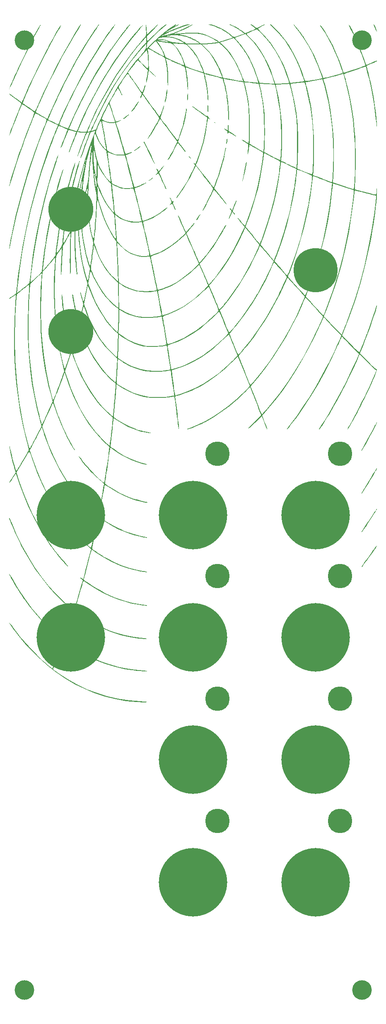
<source format=gts>
G04 #@! TF.GenerationSoftware,KiCad,Pcbnew,(6.0.5)*
G04 #@! TF.CreationDate,2022-11-21T19:29:27-06:00*
G04 #@! TF.ProjectId,KosmoClockPanel,4b6f736d-6f43-46c6-9f63-6b50616e656c,rev?*
G04 #@! TF.SameCoordinates,Original*
G04 #@! TF.FileFunction,Soldermask,Top*
G04 #@! TF.FilePolarity,Negative*
%FSLAX46Y46*%
G04 Gerber Fmt 4.6, Leading zero omitted, Abs format (unit mm)*
G04 Created by KiCad (PCBNEW (6.0.5)) date 2022-11-21 19:29:27*
%MOMM*%
%LPD*%
G01*
G04 APERTURE LIST*
%ADD10C,5.000000*%
%ADD11C,4.000000*%
%ADD12C,14.000000*%
%ADD13C,9.200000*%
%ADD14C,9.000000*%
G04 APERTURE END LIST*
G36*
X437374671Y-16497966D02*
G01*
X437491183Y-16558371D01*
X437718824Y-16702433D01*
X438034348Y-16914469D01*
X438414509Y-17178801D01*
X438836061Y-17479747D01*
X438915796Y-17537506D01*
X439440772Y-17912727D01*
X439841771Y-18185688D01*
X440124265Y-18359801D01*
X440293726Y-18438480D01*
X440352584Y-18433548D01*
X440418234Y-18397690D01*
X440472418Y-18496750D01*
X440570721Y-18656520D01*
X440742777Y-18845779D01*
X440790235Y-18889036D01*
X440941983Y-19042865D01*
X440949905Y-19113759D01*
X440921480Y-19118805D01*
X440749897Y-19065454D01*
X440693103Y-19022182D01*
X440584420Y-18960733D01*
X440546224Y-18971320D01*
X440516223Y-19069238D01*
X440472678Y-19296410D01*
X440422046Y-19616187D01*
X440382862Y-19898144D01*
X440063966Y-21870496D01*
X439629762Y-23834886D01*
X439091585Y-25746726D01*
X438460770Y-27561429D01*
X438385304Y-27755509D01*
X438094814Y-28494242D01*
X439283517Y-30011430D01*
X439666290Y-30499932D01*
X440053868Y-30994485D01*
X440421011Y-31462887D01*
X440742479Y-31872937D01*
X440993030Y-32192435D01*
X441045801Y-32259704D01*
X441281621Y-32553297D01*
X441482678Y-32790625D01*
X441625599Y-32944919D01*
X441684094Y-32990790D01*
X441743329Y-32914783D01*
X441845956Y-32700725D01*
X441983943Y-32369561D01*
X442149259Y-31942238D01*
X442333872Y-31439702D01*
X442529752Y-30882896D01*
X442728867Y-30292768D01*
X442789379Y-30108224D01*
X443010645Y-29391699D01*
X443244512Y-28570053D01*
X443476486Y-27698981D01*
X443692073Y-26834179D01*
X443876777Y-26031342D01*
X443981978Y-25525629D01*
X444060725Y-25168273D01*
X444128066Y-24953685D01*
X444180574Y-24891937D01*
X444193135Y-24905099D01*
X444200421Y-25031500D01*
X444170038Y-25294398D01*
X444107266Y-25668799D01*
X444017387Y-26129707D01*
X443905682Y-26652129D01*
X443777432Y-27211071D01*
X443637917Y-27781538D01*
X443492420Y-28338535D01*
X443389774Y-28707263D01*
X443147700Y-29516087D01*
X442873249Y-30373648D01*
X442585193Y-31224191D01*
X442302304Y-32011964D01*
X442094916Y-32553017D01*
X441965205Y-32889538D01*
X441895492Y-33109122D01*
X441879194Y-33248104D01*
X441909728Y-33342816D01*
X441943541Y-33388544D01*
X442235664Y-33739260D01*
X442557716Y-34135770D01*
X442894191Y-34557882D01*
X443229584Y-34985403D01*
X443548388Y-35398143D01*
X443835098Y-35775909D01*
X444074207Y-36098510D01*
X444250210Y-36345756D01*
X444347601Y-36497453D01*
X444360621Y-36536026D01*
X444290296Y-36486367D01*
X444131931Y-36322783D01*
X443900772Y-36062709D01*
X443612065Y-35723585D01*
X443281056Y-35322846D01*
X443049593Y-35036533D01*
X442699372Y-34602598D01*
X442382793Y-34215788D01*
X442114981Y-33894138D01*
X441911058Y-33655686D01*
X441786149Y-33518469D01*
X441754587Y-33492106D01*
X441689268Y-33561457D01*
X441603043Y-33731604D01*
X441589901Y-33763652D01*
X441488038Y-33997347D01*
X441324843Y-34345980D01*
X441116748Y-34776579D01*
X440880185Y-35256175D01*
X440631586Y-35751795D01*
X440387381Y-36230469D01*
X440164002Y-36659226D01*
X439977881Y-37005094D01*
X439945139Y-37063981D01*
X439727364Y-37433653D01*
X439564393Y-37669289D01*
X439460989Y-37765056D01*
X439421915Y-37715120D01*
X439421710Y-37705092D01*
X439460132Y-37617666D01*
X439564900Y-37414466D01*
X439720266Y-37125268D01*
X439910483Y-36779849D01*
X439921560Y-36759959D01*
X440138886Y-36359295D01*
X440378911Y-35898940D01*
X440628026Y-35406967D01*
X440872621Y-34911447D01*
X441099085Y-34440450D01*
X441293809Y-34022049D01*
X441443182Y-33684314D01*
X441533594Y-33455316D01*
X441550005Y-33401257D01*
X441551552Y-33263056D01*
X441479336Y-33092272D01*
X441316071Y-32855411D01*
X441178529Y-32681547D01*
X441010264Y-32471784D01*
X440758785Y-32154778D01*
X440443502Y-31755169D01*
X440083824Y-31297595D01*
X439699159Y-30806695D01*
X439394594Y-30416935D01*
X438031620Y-28670447D01*
X437494264Y-29805805D01*
X436854148Y-31071364D01*
X436144458Y-32319573D01*
X435401661Y-33487594D01*
X435125990Y-33886500D01*
X434774637Y-34378660D01*
X434505386Y-34745521D01*
X434307211Y-35000533D01*
X434169086Y-35157146D01*
X434079985Y-35228809D01*
X434028883Y-35228973D01*
X434026940Y-35227160D01*
X434052743Y-35143296D01*
X434163474Y-34955393D01*
X434341379Y-34691248D01*
X434568705Y-34378658D01*
X434569789Y-34377216D01*
X435427245Y-33154242D01*
X436248908Y-31822938D01*
X437000040Y-30442076D01*
X437462975Y-29482480D01*
X437900677Y-28522525D01*
X437736425Y-28291855D01*
X437643682Y-28127361D01*
X437665201Y-28061679D01*
X437673093Y-28061185D01*
X437800853Y-28122080D01*
X437876088Y-28200782D01*
X437932281Y-28247494D01*
X437992730Y-28211899D01*
X438071986Y-28072117D01*
X438184598Y-27806268D01*
X438251149Y-27636802D01*
X438911913Y-25765124D01*
X439456843Y-23845980D01*
X439833729Y-22170724D01*
X439913109Y-21752028D01*
X439995442Y-21278696D01*
X440076778Y-20778285D01*
X440153170Y-20278352D01*
X440220670Y-19806453D01*
X440275331Y-19390146D01*
X440313205Y-19056988D01*
X440330345Y-18834535D01*
X440323666Y-18750737D01*
X440212630Y-18673586D01*
X439992994Y-18516335D01*
X439690735Y-18297948D01*
X439331830Y-18037384D01*
X438942258Y-17753606D01*
X438547996Y-17465574D01*
X438175021Y-17192251D01*
X437849312Y-16952597D01*
X437596845Y-16765574D01*
X437443598Y-16650144D01*
X437416447Y-16628718D01*
X437289584Y-16515896D01*
X437290069Y-16482354D01*
X437374671Y-16497966D01*
G37*
G36*
X475059146Y-81113885D02*
G01*
X474947977Y-81370934D01*
X474773790Y-81738053D01*
X474545780Y-82197310D01*
X474273140Y-82730772D01*
X473965066Y-83320508D01*
X473630751Y-83948583D01*
X473279390Y-84597066D01*
X472920178Y-85248025D01*
X472824055Y-85420066D01*
X472512580Y-85971934D01*
X472274154Y-86384303D01*
X472103431Y-86665246D01*
X471995062Y-86822837D01*
X471943698Y-86865150D01*
X471943991Y-86800259D01*
X471966177Y-86715132D01*
X472027974Y-86569666D01*
X472156392Y-86311163D01*
X472334890Y-85971528D01*
X472546924Y-85582664D01*
X472637655Y-85420066D01*
X472864315Y-85011559D01*
X473145990Y-84496086D01*
X473460417Y-83914842D01*
X473785337Y-83309027D01*
X474098487Y-82719838D01*
X474172690Y-82579277D01*
X474429891Y-82097694D01*
X474659634Y-81679756D01*
X474851457Y-81343490D01*
X474994898Y-81106920D01*
X475079496Y-80988071D01*
X475098102Y-80984839D01*
X475059146Y-81113885D01*
G37*
G36*
X436330263Y-15987829D02*
G01*
X436288487Y-16029606D01*
X436246710Y-15987829D01*
X436288487Y-15946053D01*
X436330263Y-15987829D01*
G37*
G36*
X438989710Y-38570021D02*
G01*
X438912012Y-38737947D01*
X438767623Y-38982338D01*
X438669737Y-39131908D01*
X438463699Y-39435825D01*
X438330424Y-39624039D01*
X438249353Y-39719463D01*
X438199924Y-39745011D01*
X438161578Y-39723598D01*
X438149462Y-39711743D01*
X438167097Y-39622713D01*
X438263133Y-39442106D01*
X438410909Y-39208293D01*
X438583763Y-38959644D01*
X438755035Y-38734529D01*
X438898061Y-38571318D01*
X438985605Y-38508390D01*
X438989710Y-38570021D01*
G37*
G36*
X475082882Y-90412877D02*
G01*
X475048424Y-90519939D01*
X474937396Y-90746667D01*
X474761774Y-91073173D01*
X474533533Y-91479573D01*
X474264650Y-91945978D01*
X473967098Y-92452501D01*
X473652855Y-92979257D01*
X473333895Y-93506357D01*
X473022195Y-94013916D01*
X472729729Y-94482047D01*
X472468474Y-94890862D01*
X472250404Y-95220475D01*
X472087497Y-95450999D01*
X471991726Y-95562548D01*
X471977409Y-95569865D01*
X471939358Y-95510021D01*
X471953685Y-95446939D01*
X472010597Y-95341439D01*
X472142617Y-95117097D01*
X472336014Y-94796606D01*
X472577056Y-94402657D01*
X472852010Y-93957941D01*
X472952295Y-93796775D01*
X473282137Y-93263808D01*
X473625782Y-92702007D01*
X473957424Y-92154014D01*
X474251256Y-91662466D01*
X474479666Y-91273131D01*
X474694302Y-90913834D01*
X474874498Y-90635878D01*
X475006396Y-90459029D01*
X475076135Y-90403052D01*
X475082882Y-90412877D01*
G37*
G36*
X436467716Y-13932837D02*
G01*
X436488142Y-14130511D01*
X436487289Y-14406573D01*
X436465089Y-14717336D01*
X436427776Y-14985198D01*
X436378362Y-15171428D01*
X436325616Y-15237558D01*
X436307607Y-15223503D01*
X436283532Y-15099084D01*
X436280631Y-14872316D01*
X436294783Y-14590724D01*
X436321866Y-14301836D01*
X436357761Y-14053179D01*
X436398345Y-13892279D01*
X436426076Y-13857237D01*
X436467716Y-13932837D01*
G37*
G36*
X406343337Y197259D02*
G01*
X406283185Y29164D01*
X406163668Y-227452D01*
X406044525Y-456352D01*
X405080182Y-2262238D01*
X404186898Y-3984513D01*
X403341995Y-5669440D01*
X402522798Y-7363281D01*
X401706630Y-9112299D01*
X400870816Y-10962758D01*
X400643162Y-11475987D01*
X400430092Y-11949484D01*
X400240955Y-12353461D01*
X400085133Y-12669228D01*
X399972010Y-12878095D01*
X399910969Y-12961369D01*
X399902914Y-12950532D01*
X399938491Y-12779672D01*
X400042468Y-12477749D01*
X400208255Y-12058292D01*
X400429261Y-11534830D01*
X400698897Y-10920890D01*
X401010572Y-10230003D01*
X401357696Y-9475698D01*
X401733678Y-8671502D01*
X402131929Y-7830945D01*
X402545857Y-6967555D01*
X402968873Y-6094862D01*
X403394386Y-5226394D01*
X403815806Y-4375681D01*
X404226543Y-3556250D01*
X404620006Y-2781632D01*
X404989605Y-2065354D01*
X405328750Y-1420946D01*
X405630851Y-861936D01*
X405889317Y-401853D01*
X406097557Y-54226D01*
X406248983Y167415D01*
X406332524Y248451D01*
X406343337Y197259D01*
G37*
G36*
X444491787Y-23244094D02*
G01*
X444489598Y-23465391D01*
X444459242Y-23727643D01*
X444408892Y-23973676D01*
X444346718Y-24146315D01*
X444304568Y-24191858D01*
X444262447Y-24146643D01*
X444259797Y-23962312D01*
X444296030Y-23630191D01*
X444351525Y-23305337D01*
X444408250Y-23136190D01*
X444457637Y-23120927D01*
X444491787Y-23244094D01*
G37*
G36*
X426719629Y-24654427D02*
G01*
X426660107Y-24760250D01*
X426506653Y-24911903D01*
X426292531Y-25086296D01*
X426051001Y-25260343D01*
X425815325Y-25410953D01*
X425618764Y-25515040D01*
X425494579Y-25549515D01*
X425468421Y-25522953D01*
X425530637Y-25462416D01*
X425697679Y-25325972D01*
X425940140Y-25137240D01*
X426095066Y-25019649D01*
X426363325Y-24827914D01*
X426573760Y-24696882D01*
X426698101Y-24643086D01*
X426719629Y-24654427D01*
G37*
G36*
X436915131Y-16154935D02*
G01*
X436873355Y-16196711D01*
X436831579Y-16154935D01*
X436873355Y-16113158D01*
X436915131Y-16154935D01*
G37*
G36*
X433385987Y-1530237D02*
G01*
X433645849Y-1441883D01*
X434027163Y-1294474D01*
X434508761Y-1090109D01*
X435043190Y-849922D01*
X435582997Y-595046D01*
X435912500Y-432406D01*
X436422115Y-180105D01*
X436838350Y17294D01*
X437153006Y157037D01*
X437357884Y236369D01*
X437444787Y252535D01*
X437405517Y202781D01*
X437231874Y84353D01*
X436956908Y-81489D01*
X436378458Y-408787D01*
X435832730Y-691823D01*
X435261855Y-958610D01*
X434607963Y-1237165D01*
X434366776Y-1335364D01*
X434001700Y-1485071D01*
X433709040Y-1609658D01*
X433514606Y-1697778D01*
X433444209Y-1738084D01*
X433447697Y-1739410D01*
X433558600Y-1729786D01*
X433800680Y-1703966D01*
X434139214Y-1665786D01*
X434539480Y-1619083D01*
X434575658Y-1614794D01*
X435415413Y-1527446D01*
X436229006Y-1466248D01*
X436987800Y-1432096D01*
X437663161Y-1425885D01*
X438226452Y-1448508D01*
X438586184Y-1489461D01*
X439654672Y-1739560D01*
X440724531Y-2124438D01*
X441740147Y-2621782D01*
X442354062Y-3001030D01*
X442821611Y-3318341D01*
X444213108Y-2888480D01*
X444664665Y-2746508D01*
X445054826Y-2619108D01*
X445309176Y-2531786D01*
X446104415Y-2531786D01*
X446213049Y-2710188D01*
X446446778Y-2993768D01*
X446453110Y-3000953D01*
X447369775Y-4105185D01*
X448174078Y-5220466D01*
X448883310Y-6377589D01*
X449514767Y-7607350D01*
X450085740Y-8940542D01*
X450613523Y-10407960D01*
X450614723Y-10411579D01*
X450755326Y-10830524D01*
X450879690Y-11190843D01*
X450977607Y-11463741D01*
X451038870Y-11620426D01*
X451052288Y-11645929D01*
X451151369Y-11670675D01*
X451383663Y-11700662D01*
X451715465Y-11733235D01*
X452113071Y-11765735D01*
X452542776Y-11795507D01*
X452970874Y-11819894D01*
X453363662Y-11836237D01*
X453516713Y-11840198D01*
X454117966Y-11851974D01*
X453988855Y-11413323D01*
X453693873Y-10505771D01*
X453325566Y-9522981D01*
X452904748Y-8512583D01*
X452452235Y-7522206D01*
X451988842Y-6599480D01*
X451535385Y-5792034D01*
X451523910Y-5772999D01*
X451029315Y-5006819D01*
X450474929Y-4238750D01*
X449890164Y-3505198D01*
X449304434Y-2842571D01*
X448747153Y-2287275D01*
X448604993Y-2160132D01*
X448128705Y-1745869D01*
X447179977Y-2080818D01*
X446800811Y-2214675D01*
X446473826Y-2330096D01*
X446234406Y-2414592D01*
X446118900Y-2455336D01*
X446104415Y-2531786D01*
X445309176Y-2531786D01*
X445357962Y-2515037D01*
X445548443Y-2443053D01*
X445602637Y-2413685D01*
X445536789Y-2335165D01*
X445361565Y-2184349D01*
X445105821Y-1982831D01*
X444798416Y-1752205D01*
X444468208Y-1514065D01*
X444144054Y-1290006D01*
X443854813Y-1101621D01*
X443822483Y-1081615D01*
X443200238Y-738769D01*
X442483851Y-407948D01*
X441745233Y-119887D01*
X441092763Y85018D01*
X440789170Y168276D01*
X440633747Y218785D01*
X440612744Y245099D01*
X440712409Y255773D01*
X440814559Y258089D01*
X441239489Y210952D01*
X441763147Y67817D01*
X442357948Y-157914D01*
X442996303Y-452838D01*
X443650625Y-803554D01*
X444293328Y-1196659D01*
X444896823Y-1618752D01*
X445245846Y-1894663D01*
X445503768Y-2097420D01*
X445724881Y-2249201D01*
X445869829Y-2323573D01*
X445889595Y-2326974D01*
X446005917Y-2300651D01*
X446237826Y-2230493D01*
X446547094Y-2129719D01*
X446895495Y-2011545D01*
X447244801Y-1889190D01*
X447556787Y-1775871D01*
X447793226Y-1684806D01*
X447885501Y-1642985D01*
X448455914Y-1642985D01*
X448472289Y-1718146D01*
X448559178Y-1847316D01*
X448729031Y-2046565D01*
X448994299Y-2331962D01*
X449333128Y-2684234D01*
X450306034Y-3774687D01*
X451185183Y-4947674D01*
X451979852Y-6219208D01*
X452699313Y-7605300D01*
X453352841Y-9121963D01*
X453847349Y-10478154D01*
X454312606Y-11851974D01*
X454950875Y-11844699D01*
X455360274Y-11833865D01*
X455837557Y-11812196D01*
X456284213Y-11784224D01*
X456313268Y-11782033D01*
X456645176Y-11751584D01*
X456909792Y-11717834D01*
X457065609Y-11686466D01*
X457088103Y-11675932D01*
X457081955Y-11579592D01*
X457023635Y-11353986D01*
X456922254Y-11025311D01*
X456786922Y-10619763D01*
X456626749Y-10163539D01*
X456450845Y-9682836D01*
X456268321Y-9203850D01*
X456088288Y-8752779D01*
X455988528Y-8514104D01*
X455232177Y-6894112D01*
X454391250Y-5376005D01*
X453480094Y-3985179D01*
X453257462Y-3679725D01*
X452982894Y-3328787D01*
X452645633Y-2925366D01*
X452270162Y-2496011D01*
X451880963Y-2067272D01*
X451502522Y-1665699D01*
X451159320Y-1317842D01*
X450875841Y-1050251D01*
X450698000Y-904219D01*
X450476572Y-746548D01*
X449565424Y-1148367D01*
X449193614Y-1311236D01*
X448866552Y-1452480D01*
X448621003Y-1556353D01*
X448497602Y-1605760D01*
X448455914Y-1642985D01*
X447885501Y-1642985D01*
X447915890Y-1629212D01*
X447923069Y-1623861D01*
X447886160Y-1554301D01*
X447727322Y-1420972D01*
X447471520Y-1239762D01*
X447143723Y-1026560D01*
X446768897Y-797255D01*
X446372009Y-567735D01*
X445978026Y-353889D01*
X445729934Y-228183D01*
X445312590Y-18302D01*
X445043783Y130816D01*
X444917833Y222762D01*
X444929061Y261126D01*
X444953065Y262766D01*
X445152431Y219201D01*
X445459717Y98795D01*
X445843996Y-82311D01*
X446274339Y-307980D01*
X446719818Y-562071D01*
X447149504Y-828446D01*
X447494329Y-1063312D01*
X448172540Y-1551398D01*
X448831171Y-1281264D01*
X449345178Y-1070043D01*
X449722788Y-911688D01*
X449982097Y-795375D01*
X450141199Y-710279D01*
X450218189Y-645576D01*
X450231162Y-590441D01*
X450198213Y-534051D01*
X450157404Y-487911D01*
X450004927Y-351971D01*
X449770096Y-176264D01*
X449590556Y-55283D01*
X449386436Y89876D01*
X449272940Y199612D01*
X449270223Y245666D01*
X449387834Y219602D01*
X449591370Y121170D01*
X449833547Y-21098D01*
X450067085Y-178675D01*
X450244700Y-323028D01*
X450287361Y-368076D01*
X450390369Y-454349D01*
X450524099Y-474697D01*
X450716646Y-422087D01*
X450996103Y-289486D01*
X451322292Y-109013D01*
X451628778Y56185D01*
X451890190Y179100D01*
X452066762Y241807D01*
X452108730Y245465D01*
X452083219Y200294D01*
X451945761Y95188D01*
X451730519Y-48691D01*
X451471654Y-210183D01*
X451203328Y-368123D01*
X450959701Y-501351D01*
X450774936Y-588705D01*
X450743092Y-600511D01*
X450766582Y-664559D01*
X450892901Y-817680D01*
X451101179Y-1036594D01*
X451356641Y-1284947D01*
X452406020Y-2374647D01*
X453399586Y-3611580D01*
X454329763Y-4982984D01*
X455188975Y-6476101D01*
X455969647Y-8078171D01*
X456664202Y-9776434D01*
X457047652Y-10870231D01*
X457194429Y-11285268D01*
X457312901Y-11548541D01*
X457408861Y-11671872D01*
X457446791Y-11684869D01*
X457587778Y-11675216D01*
X457855977Y-11649214D01*
X458212790Y-11611293D01*
X458619621Y-11565886D01*
X458633007Y-11564335D01*
X460487390Y-11564335D01*
X460495939Y-11651747D01*
X460542556Y-11867131D01*
X460619559Y-12177740D01*
X460715688Y-12537830D01*
X461185878Y-14438464D01*
X461564700Y-16398532D01*
X461854714Y-18437583D01*
X462058479Y-20575166D01*
X462178553Y-22830831D01*
X462206648Y-23928286D01*
X462214874Y-24647838D01*
X462215855Y-25406066D01*
X462210219Y-26181606D01*
X462198596Y-26953093D01*
X462181614Y-27699161D01*
X462159904Y-28398447D01*
X462134093Y-29029584D01*
X462104810Y-29571209D01*
X462072685Y-30001955D01*
X462038346Y-30300458D01*
X462015803Y-30411189D01*
X462047391Y-30546986D01*
X462124795Y-30592218D01*
X462243610Y-30634272D01*
X462493858Y-30726962D01*
X462850966Y-30861045D01*
X463290360Y-31027273D01*
X463787466Y-31216403D01*
X464027960Y-31308245D01*
X464536187Y-31501885D01*
X464991378Y-31674026D01*
X465370617Y-31816110D01*
X465650990Y-31919575D01*
X465809581Y-31975863D01*
X465835931Y-31983631D01*
X465884927Y-31914332D01*
X465933193Y-31739271D01*
X465937394Y-31716612D01*
X465953747Y-31562109D01*
X465975209Y-31265720D01*
X466000341Y-30852536D01*
X466027705Y-30347648D01*
X466055863Y-29776149D01*
X466082264Y-29189145D01*
X466138562Y-26410797D01*
X466069931Y-23654674D01*
X465878277Y-20939053D01*
X465565507Y-18282210D01*
X465133529Y-15702423D01*
X464584248Y-13217968D01*
X464305584Y-12158599D01*
X464173458Y-11686816D01*
X464074104Y-11354053D01*
X463997694Y-11137746D01*
X463934399Y-11015331D01*
X463874391Y-10964243D01*
X463807842Y-10961919D01*
X463786538Y-10966976D01*
X463650448Y-10995513D01*
X463379003Y-11046070D01*
X463001712Y-11113379D01*
X462548081Y-11192175D01*
X462064473Y-11274358D01*
X461577468Y-11357505D01*
X461150096Y-11432871D01*
X460808541Y-11495641D01*
X460578988Y-11541001D01*
X460487624Y-11564136D01*
X460487390Y-11564335D01*
X458633007Y-11564335D01*
X459037872Y-11517425D01*
X459428948Y-11470341D01*
X459754250Y-11429067D01*
X459975184Y-11398035D01*
X460034571Y-11387720D01*
X460106943Y-11367614D01*
X460147359Y-11326335D01*
X460151593Y-11238129D01*
X460115423Y-11077244D01*
X460034624Y-10817926D01*
X459904973Y-10434423D01*
X459853658Y-10284712D01*
X459228139Y-8614045D01*
X458524772Y-7014972D01*
X457755786Y-5511720D01*
X456933411Y-4128515D01*
X456226182Y-3098658D01*
X455745507Y-2473357D01*
X455223212Y-1842061D01*
X454691169Y-1240671D01*
X454181250Y-705085D01*
X453725324Y-271200D01*
X453682401Y-233456D01*
X453407201Y16861D01*
X453261468Y176760D01*
X453239147Y253591D01*
X453273450Y263157D01*
X453394326Y202734D01*
X453604579Y34469D01*
X453885389Y-222131D01*
X454217934Y-547560D01*
X454583396Y-922311D01*
X454962953Y-1326877D01*
X455337786Y-1741753D01*
X455689074Y-2147431D01*
X455997997Y-2524405D01*
X456138415Y-2706292D01*
X457169166Y-4201543D01*
X458113170Y-5824153D01*
X458959226Y-7552430D01*
X459696136Y-9364680D01*
X459954171Y-10097369D01*
X460095147Y-10507564D01*
X460221964Y-10861727D01*
X460323255Y-11129187D01*
X460387650Y-11279274D01*
X460399333Y-11298360D01*
X460499152Y-11308326D01*
X460738702Y-11291287D01*
X461093302Y-11250120D01*
X461538272Y-11187705D01*
X462048930Y-11106922D01*
X462068973Y-11103583D01*
X462676310Y-11001228D01*
X462937444Y-10955647D01*
X464153289Y-10955647D01*
X464176244Y-11066964D01*
X464237408Y-11295416D01*
X464325226Y-11598613D01*
X464360127Y-11714562D01*
X464827349Y-13421356D01*
X465235122Y-15261808D01*
X465580873Y-17212450D01*
X465862026Y-19249809D01*
X466076005Y-21350417D01*
X466220237Y-23490801D01*
X466292145Y-25647493D01*
X466289155Y-27797022D01*
X466254235Y-28978154D01*
X466227324Y-29619373D01*
X466199735Y-30219703D01*
X466172764Y-30755020D01*
X466147704Y-31201200D01*
X466125852Y-31534121D01*
X466108502Y-31729657D01*
X466105318Y-31752454D01*
X466055061Y-32059842D01*
X467798748Y-32617149D01*
X468332076Y-32787774D01*
X468831361Y-32947813D01*
X469267639Y-33087960D01*
X469611948Y-33198906D01*
X469835324Y-33271344D01*
X469876644Y-33284908D01*
X470097335Y-33355124D01*
X470245728Y-33397362D01*
X470268400Y-33401957D01*
X470313197Y-33332069D01*
X470358152Y-33148398D01*
X470372833Y-33053454D01*
X470421354Y-32585412D01*
X470464063Y-31974886D01*
X470500626Y-31246406D01*
X470530710Y-30424504D01*
X470553981Y-29533711D01*
X470570105Y-28598558D01*
X470578749Y-27643576D01*
X470579578Y-26693296D01*
X470572259Y-25772249D01*
X470556458Y-24904966D01*
X470531842Y-24115979D01*
X470502718Y-23507566D01*
X470339924Y-21307470D01*
X470110991Y-19146727D01*
X469819542Y-17047210D01*
X469469195Y-15030787D01*
X469063573Y-13119330D01*
X468606295Y-11334708D01*
X468336483Y-10422847D01*
X468164610Y-9871022D01*
X467033578Y-10187499D01*
X466521541Y-10326125D01*
X465970048Y-10467794D01*
X465446335Y-10595639D01*
X465027917Y-10690607D01*
X464671370Y-10773539D01*
X464384916Y-10853208D01*
X464202189Y-10919421D01*
X464153289Y-10955647D01*
X462937444Y-10955647D01*
X463137261Y-10920769D01*
X463470536Y-10858267D01*
X463694847Y-10809784D01*
X463828904Y-10771382D01*
X463891417Y-10739123D01*
X463902631Y-10717650D01*
X463874032Y-10615414D01*
X463795262Y-10385564D01*
X463676863Y-10056174D01*
X463529376Y-9655318D01*
X463363344Y-9211068D01*
X463189307Y-8751497D01*
X463017808Y-8304679D01*
X462859388Y-7898687D01*
X462724588Y-7561593D01*
X462650036Y-7381908D01*
X461897879Y-5748730D01*
X461061461Y-4179614D01*
X460157293Y-2702150D01*
X459201888Y-1343929D01*
X458537402Y-509704D01*
X458298132Y-214526D01*
X458117764Y28649D01*
X458012913Y195781D01*
X458000189Y262833D01*
X458003272Y263157D01*
X458108908Y197895D01*
X458293645Y15569D01*
X458541267Y-263630D01*
X458835558Y-619511D01*
X459160302Y-1031884D01*
X459499282Y-1480556D01*
X459836284Y-1945337D01*
X460155091Y-2406035D01*
X460196190Y-2467324D01*
X461273104Y-4221331D01*
X462250587Y-6109097D01*
X463128214Y-8129765D01*
X463540411Y-9220066D01*
X463698542Y-9657528D01*
X463840297Y-10046658D01*
X463954505Y-10357017D01*
X464029993Y-10558169D01*
X464051638Y-10612820D01*
X464084174Y-10653392D01*
X464152037Y-10673720D01*
X464274455Y-10670448D01*
X464470661Y-10640222D01*
X464759885Y-10579686D01*
X465161357Y-10485483D01*
X465694307Y-10354258D01*
X466064103Y-10261655D01*
X466611112Y-10122680D01*
X467103218Y-9994738D01*
X467517506Y-9884024D01*
X467831062Y-9796735D01*
X468020970Y-9739065D01*
X468067848Y-9719872D01*
X468065606Y-9616512D01*
X468004869Y-9374663D01*
X467891050Y-9010237D01*
X467729562Y-8539145D01*
X467525820Y-7977299D01*
X467285236Y-7340611D01*
X467073423Y-6797040D01*
X466521313Y-5487072D01*
X465896612Y-4162042D01*
X465222471Y-2866284D01*
X464522039Y-1644132D01*
X463818469Y-539919D01*
X463764971Y-461266D01*
X463571935Y-175425D01*
X463420778Y54992D01*
X463332249Y197999D01*
X463317763Y228043D01*
X463357051Y271806D01*
X463468402Y184112D01*
X463642045Y-20801D01*
X463868212Y-328694D01*
X464137131Y-725329D01*
X464439034Y-1196466D01*
X464764151Y-1727866D01*
X465102711Y-2305291D01*
X465323401Y-2695050D01*
X466051968Y-4075008D01*
X466718052Y-5498985D01*
X467340542Y-7009666D01*
X467866568Y-8442672D01*
X468294956Y-9670542D01*
X469754221Y-9185882D01*
X470294877Y-9003744D01*
X470833965Y-8817512D01*
X471346834Y-8636167D01*
X471808835Y-8468690D01*
X472195315Y-8324064D01*
X472481626Y-8211267D01*
X472643117Y-8139283D01*
X472666108Y-8124955D01*
X472655248Y-8035633D01*
X472592895Y-7813314D01*
X472487234Y-7481087D01*
X472346451Y-7062039D01*
X472178731Y-6579261D01*
X471992259Y-6055839D01*
X471795222Y-5514863D01*
X471595805Y-4979421D01*
X471402192Y-4472601D01*
X471222570Y-4017491D01*
X471127446Y-3784926D01*
X470885727Y-3223756D01*
X470595610Y-2581101D01*
X470287583Y-1922787D01*
X469992131Y-1314645D01*
X469881446Y-1094573D01*
X469667298Y-664847D01*
X469490208Y-291212D01*
X469360374Y3230D01*
X469287994Y195375D01*
X469282556Y262166D01*
X469380476Y186039D01*
X469529698Y-29504D01*
X469722780Y-367439D01*
X469952275Y-810743D01*
X470210740Y-1342394D01*
X470490730Y-1945368D01*
X470784799Y-2602643D01*
X471085504Y-3297195D01*
X471385399Y-4012003D01*
X471677041Y-4730043D01*
X471952984Y-5434291D01*
X472205783Y-6107726D01*
X472427995Y-6733324D01*
X472612175Y-7294062D01*
X472669197Y-7481709D01*
X472847075Y-8082825D01*
X473450676Y-7827058D01*
X473837142Y-7661224D01*
X474251559Y-7480206D01*
X474576480Y-7335622D01*
X474887624Y-7209166D01*
X475060489Y-7172877D01*
X475098684Y-7204137D01*
X475025647Y-7272356D01*
X474825272Y-7387459D01*
X474525665Y-7534994D01*
X474154933Y-7700515D01*
X474033388Y-7751792D01*
X473645239Y-7914191D01*
X473316614Y-8053234D01*
X473076224Y-8156655D01*
X472952784Y-8212186D01*
X472942803Y-8217713D01*
X472954887Y-8301659D01*
X473004953Y-8518104D01*
X473085933Y-8838630D01*
X473190756Y-9234819D01*
X473250397Y-9454218D01*
X473555810Y-10629616D01*
X473845512Y-11864039D01*
X474114954Y-13130798D01*
X474359587Y-14403205D01*
X474574862Y-15654572D01*
X474756229Y-16858212D01*
X474899139Y-17987436D01*
X474999042Y-19015556D01*
X475051390Y-19915884D01*
X475054904Y-20040132D01*
X475062567Y-20436178D01*
X475064864Y-20734387D01*
X475061961Y-20915314D01*
X475054023Y-20959517D01*
X475047454Y-20917435D01*
X475027211Y-20728649D01*
X474992911Y-20406788D01*
X474948074Y-19984955D01*
X474896217Y-19496251D01*
X474843183Y-18995724D01*
X474456767Y-16005908D01*
X473941271Y-13114082D01*
X473419876Y-10807566D01*
X473222711Y-10027674D01*
X473057985Y-9404489D01*
X472923662Y-8931210D01*
X472817704Y-8601033D01*
X472738077Y-8407157D01*
X472682743Y-8342778D01*
X472682067Y-8342764D01*
X472574673Y-8370850D01*
X472356599Y-8444908D01*
X472072631Y-8549632D01*
X472038072Y-8562835D01*
X471772458Y-8661054D01*
X471385866Y-8799209D01*
X470915763Y-8964146D01*
X470399618Y-9142711D01*
X469918421Y-9307003D01*
X469443730Y-9471608D01*
X469029453Y-9622260D01*
X468699394Y-9749722D01*
X468477354Y-9844757D01*
X468387137Y-9898127D01*
X468386341Y-9901570D01*
X468412124Y-10002808D01*
X468474256Y-10235655D01*
X468564777Y-10570597D01*
X468675728Y-10978118D01*
X468741695Y-11219285D01*
X469225051Y-13119734D01*
X469640314Y-15051532D01*
X469992520Y-17044296D01*
X470286706Y-19127641D01*
X470527905Y-21331184D01*
X470603688Y-22170724D01*
X470630999Y-22593240D01*
X470654196Y-23158019D01*
X470673268Y-23841175D01*
X470688203Y-24618819D01*
X470698989Y-25467064D01*
X470705613Y-26362022D01*
X470708064Y-27279805D01*
X470706328Y-28196526D01*
X470700395Y-29088297D01*
X470690253Y-29931230D01*
X470675888Y-30701437D01*
X470657289Y-31375032D01*
X470634443Y-31928125D01*
X470608834Y-32319751D01*
X470575008Y-32733270D01*
X470549831Y-33081963D01*
X470535300Y-33334697D01*
X470533408Y-33460339D01*
X470535260Y-33468375D01*
X470623003Y-33498151D01*
X470846146Y-33560261D01*
X471178989Y-33648309D01*
X471595831Y-33755896D01*
X472070971Y-33876624D01*
X472578708Y-34004094D01*
X473093341Y-34131910D01*
X473589170Y-34253672D01*
X474040493Y-34362984D01*
X474421610Y-34453446D01*
X474706820Y-34518661D01*
X474870423Y-34552230D01*
X474899379Y-34554788D01*
X474918996Y-34464040D01*
X474947593Y-34243792D01*
X474980720Y-33931104D01*
X475002645Y-33695026D01*
X475075714Y-32865461D01*
X475087199Y-33766028D01*
X475075889Y-34410447D01*
X475029177Y-35199229D01*
X474949547Y-36113983D01*
X474839483Y-37136316D01*
X474701469Y-38247838D01*
X474537989Y-39430158D01*
X474351528Y-40664884D01*
X474144570Y-41933625D01*
X473919599Y-43217991D01*
X473679099Y-44499589D01*
X473547465Y-45165084D01*
X472726660Y-48851941D01*
X471752324Y-52522811D01*
X470621100Y-56188931D01*
X469329635Y-59861538D01*
X468566260Y-61846787D01*
X467975313Y-63339298D01*
X469717332Y-65082800D01*
X470252622Y-65615014D01*
X470681694Y-66033282D01*
X471013006Y-66345203D01*
X471255015Y-66558379D01*
X471416178Y-66680409D01*
X471504953Y-66718894D01*
X471525626Y-66707874D01*
X471589417Y-66570039D01*
X471702867Y-66300643D01*
X471856274Y-65924334D01*
X472039935Y-65465756D01*
X472244147Y-64949558D01*
X472459206Y-64400383D01*
X472675411Y-63842880D01*
X472883059Y-63301693D01*
X473072446Y-62801468D01*
X473223465Y-62395218D01*
X473354692Y-62030883D01*
X473517425Y-61568181D01*
X473703325Y-61031860D01*
X473904056Y-60446665D01*
X474111278Y-59837345D01*
X474316653Y-59228648D01*
X474511845Y-58645319D01*
X474688514Y-58112107D01*
X474838322Y-57653758D01*
X474952933Y-57295021D01*
X475024007Y-57060642D01*
X475037154Y-57012171D01*
X475067717Y-56949418D01*
X475085934Y-57052988D01*
X475088992Y-57115971D01*
X475063884Y-57309914D01*
X474983845Y-57643024D01*
X474854557Y-58098744D01*
X474681702Y-58660517D01*
X474470962Y-59311786D01*
X474228019Y-60035993D01*
X473958555Y-60816580D01*
X473668251Y-61636992D01*
X473362791Y-62480670D01*
X473047855Y-63331057D01*
X472729127Y-64171595D01*
X472412287Y-64985728D01*
X472238728Y-65421627D01*
X471612761Y-66979767D01*
X473262786Y-68628246D01*
X473731330Y-69091125D01*
X474145673Y-69490133D01*
X474493172Y-69813726D01*
X474761178Y-70050361D01*
X474937048Y-70188493D01*
X475005748Y-70219286D01*
X475077769Y-70224092D01*
X475073232Y-70373041D01*
X474993614Y-70662508D01*
X474840391Y-71088869D01*
X474615038Y-71648500D01*
X474319031Y-72337778D01*
X473953848Y-73153079D01*
X473520964Y-74090778D01*
X473021854Y-75147251D01*
X472864485Y-75476269D01*
X472499890Y-76227426D01*
X472118772Y-76995950D01*
X471728993Y-77767287D01*
X471338410Y-78526882D01*
X470954885Y-79260181D01*
X470586275Y-79952632D01*
X470240442Y-80589680D01*
X469925244Y-81156770D01*
X469648541Y-81639350D01*
X469418193Y-82022865D01*
X469242060Y-82292761D01*
X469128000Y-82434484D01*
X469096968Y-82452732D01*
X469046388Y-82412477D01*
X469098120Y-82275379D01*
X469152267Y-82182402D01*
X469518522Y-81562996D01*
X469939700Y-80812223D01*
X470404725Y-79952231D01*
X470902520Y-79005173D01*
X471422006Y-77993198D01*
X471952108Y-76938457D01*
X472481747Y-75863100D01*
X472999847Y-74789279D01*
X473495330Y-73739143D01*
X473957119Y-72734843D01*
X474374137Y-71798531D01*
X474558668Y-71371518D01*
X474940884Y-70476664D01*
X474706462Y-70255243D01*
X474581655Y-70135445D01*
X474357132Y-69918002D01*
X474052636Y-69622116D01*
X473687915Y-69266987D01*
X473282712Y-68871818D01*
X473003679Y-68599361D01*
X471535319Y-67164901D01*
X470884125Y-68647418D01*
X470218124Y-70117744D01*
X469476762Y-71672642D01*
X468680750Y-73272152D01*
X467850802Y-74876316D01*
X467007628Y-76445176D01*
X466171942Y-77938773D01*
X465364456Y-79317148D01*
X465286695Y-79446053D01*
X464758453Y-80311129D01*
X464309150Y-81029479D01*
X463938503Y-81601510D01*
X463646231Y-82027628D01*
X463432052Y-82308241D01*
X463295684Y-82443756D01*
X463236844Y-82434580D01*
X463234210Y-82408398D01*
X463277726Y-82323055D01*
X463393919Y-82134210D01*
X463561254Y-81876378D01*
X463638217Y-81760865D01*
X464452881Y-80504449D01*
X465302580Y-79114211D01*
X466173385Y-77616100D01*
X467051365Y-76036065D01*
X467922591Y-74400054D01*
X468773134Y-72734018D01*
X469589063Y-71063904D01*
X470356450Y-69415662D01*
X470801309Y-68417106D01*
X471404198Y-67038487D01*
X469679566Y-65285928D01*
X469241960Y-64842853D01*
X468842701Y-64441703D01*
X468496604Y-64097117D01*
X468218484Y-63823733D01*
X468023155Y-63636187D01*
X467925431Y-63549118D01*
X467917383Y-63544772D01*
X467873973Y-63620975D01*
X467773169Y-63828119D01*
X467625158Y-64144315D01*
X467440127Y-64547675D01*
X467228264Y-65016311D01*
X467121129Y-65255555D01*
X465838664Y-67996876D01*
X464462823Y-70689585D01*
X463008108Y-73308165D01*
X461489022Y-75827101D01*
X459920069Y-78220875D01*
X459031820Y-79487829D01*
X458604722Y-80076092D01*
X458192523Y-80632674D01*
X457807183Y-81142315D01*
X457460663Y-81589759D01*
X457164923Y-81959747D01*
X456931923Y-82237023D01*
X456773624Y-82406327D01*
X456706743Y-82453948D01*
X456668266Y-82445226D01*
X456666613Y-82406295D01*
X456714472Y-82318001D01*
X456824533Y-82161193D01*
X457009486Y-81916721D01*
X457282020Y-81565432D01*
X457371072Y-81451316D01*
X458694140Y-79686500D01*
X460018698Y-77782689D01*
X461327871Y-75766981D01*
X462604783Y-73666473D01*
X463832560Y-71508264D01*
X464994325Y-69319451D01*
X465291389Y-68732937D01*
X465576928Y-68154587D01*
X465893878Y-67497715D01*
X466226871Y-66795447D01*
X466560542Y-66080912D01*
X466879524Y-65387237D01*
X467168449Y-64747548D01*
X467411953Y-64194974D01*
X467577529Y-63804478D01*
X467773772Y-63327705D01*
X466393642Y-61882767D01*
X465977705Y-61446516D01*
X465575194Y-61022912D01*
X465208884Y-60636032D01*
X464901548Y-60309953D01*
X464675961Y-60068750D01*
X464602601Y-59989314D01*
X464191689Y-59540798D01*
X463490258Y-61117274D01*
X462378465Y-63506387D01*
X461192848Y-65846454D01*
X459943193Y-68122013D01*
X458639286Y-70317605D01*
X457290912Y-72417769D01*
X455907856Y-74407047D01*
X454499903Y-76269978D01*
X453076840Y-77991102D01*
X452168087Y-79005215D01*
X451608798Y-79608784D01*
X452151813Y-81009390D01*
X452364001Y-81564126D01*
X452514287Y-81976054D01*
X452605833Y-82256286D01*
X452641797Y-82415936D01*
X452625339Y-82466114D01*
X452559618Y-82417934D01*
X452549055Y-82406601D01*
X452496164Y-82305432D01*
X452395902Y-82076140D01*
X452259993Y-81746908D01*
X452100164Y-81345920D01*
X451990215Y-81063299D01*
X451502561Y-79797979D01*
X450128451Y-81125963D01*
X449729572Y-81506519D01*
X449365539Y-81844501D01*
X449054934Y-82123406D01*
X448816344Y-82326730D01*
X448668353Y-82437970D01*
X448633059Y-82453948D01*
X448655971Y-82398933D01*
X448785038Y-82244374D01*
X449005433Y-82006000D01*
X449302328Y-81699538D01*
X449660898Y-81340718D01*
X449940756Y-81066713D01*
X450342099Y-80672304D01*
X450699882Y-80311521D01*
X450997438Y-80001929D01*
X451218097Y-79761093D01*
X451345193Y-79606578D01*
X451369737Y-79560871D01*
X451340320Y-79465906D01*
X451257655Y-79237126D01*
X451130123Y-78896042D01*
X450966101Y-78464168D01*
X450773968Y-77963013D01*
X450562104Y-77414091D01*
X450338888Y-76838912D01*
X450112698Y-76258989D01*
X449891915Y-75695833D01*
X449684916Y-75170955D01*
X449500081Y-74705868D01*
X449345789Y-74322083D01*
X449230419Y-74041112D01*
X449162350Y-73884467D01*
X449149205Y-73860053D01*
X449085318Y-73906846D01*
X448922414Y-74054819D01*
X448678998Y-74286353D01*
X448373573Y-74583827D01*
X448024640Y-74929623D01*
X447996897Y-74957350D01*
X446414816Y-76457202D01*
X444804855Y-77822226D01*
X443177504Y-79044556D01*
X441543252Y-80116324D01*
X439912588Y-81029665D01*
X439872319Y-81050217D01*
X439220422Y-81372310D01*
X438583291Y-81668794D01*
X437983172Y-81930672D01*
X437442314Y-82148945D01*
X436982963Y-82314616D01*
X436627366Y-82418686D01*
X436405691Y-82452299D01*
X436292654Y-82443337D01*
X436292515Y-82412507D01*
X436419401Y-82351031D01*
X436687439Y-82250127D01*
X436789802Y-82213580D01*
X438423924Y-81567533D01*
X440023505Y-80798612D01*
X441599570Y-79899620D01*
X443163138Y-78863360D01*
X444725233Y-77682638D01*
X446296875Y-76350257D01*
X447549118Y-75188938D01*
X447905393Y-74841510D01*
X448239328Y-74506956D01*
X448522823Y-74214075D01*
X448727776Y-73991665D01*
X448795199Y-73911891D01*
X448988581Y-73667725D01*
X449264189Y-73667725D01*
X450345853Y-76410672D01*
X450599372Y-77053955D01*
X450834762Y-77651995D01*
X451044647Y-78185990D01*
X451221649Y-78637143D01*
X451358393Y-78986653D01*
X451447501Y-79215720D01*
X451480424Y-79302095D01*
X451524120Y-79350346D01*
X451609134Y-79319688D01*
X451754907Y-79195529D01*
X451980885Y-78963279D01*
X452092835Y-78842556D01*
X452361440Y-78543968D01*
X452696009Y-78162091D01*
X453056658Y-77742944D01*
X453403502Y-77332544D01*
X453452620Y-77273685D01*
X455231615Y-75024647D01*
X456943569Y-72632298D01*
X458580672Y-70109585D01*
X460135113Y-67469452D01*
X461599084Y-64724844D01*
X462964775Y-61888706D01*
X463609419Y-60437829D01*
X464042697Y-59435198D01*
X463968228Y-59349064D01*
X464253945Y-59349064D01*
X464507668Y-59642789D01*
X464633552Y-59781938D01*
X464856854Y-60021914D01*
X465159106Y-60343152D01*
X465521837Y-60726088D01*
X465926579Y-61151156D01*
X466309298Y-61551272D01*
X467857205Y-63166030D01*
X468223577Y-62261469D01*
X468366786Y-61901267D01*
X468552351Y-61424640D01*
X468764779Y-60871935D01*
X468988579Y-60283502D01*
X469208256Y-59699686D01*
X469244635Y-59602303D01*
X470458798Y-56140381D01*
X471546955Y-52606145D01*
X472503453Y-49023375D01*
X473322637Y-45415851D01*
X473998853Y-41807356D01*
X474526445Y-38221669D01*
X474717984Y-36583553D01*
X474767883Y-36123703D01*
X474815154Y-35698265D01*
X474855296Y-35347047D01*
X474883808Y-35109858D01*
X474889585Y-35065688D01*
X474931324Y-34759336D01*
X473991484Y-34540909D01*
X473548986Y-34434563D01*
X473009068Y-34299496D01*
X472435275Y-34151874D01*
X471891149Y-34007863D01*
X471810175Y-33985989D01*
X471380710Y-33871991D01*
X471011562Y-33778574D01*
X470731088Y-33712551D01*
X470567647Y-33680736D01*
X470537910Y-33680291D01*
X470519084Y-33769819D01*
X470487700Y-33995972D01*
X470447447Y-34329063D01*
X470402014Y-34739403D01*
X470379014Y-34959327D01*
X469935100Y-38550910D01*
X469343802Y-42125954D01*
X468609194Y-45667749D01*
X467735352Y-49159584D01*
X466726350Y-52584750D01*
X465586263Y-55926538D01*
X464706302Y-58222394D01*
X464253945Y-59349064D01*
X463968228Y-59349064D01*
X463784671Y-59136756D01*
X463613673Y-58943086D01*
X463366318Y-58668454D01*
X463059857Y-58331512D01*
X462711539Y-57950913D01*
X462338614Y-57545309D01*
X461958334Y-57133353D01*
X461587949Y-56733698D01*
X461244708Y-56364995D01*
X460945863Y-56045898D01*
X460708664Y-55795058D01*
X460550361Y-55631130D01*
X460488664Y-55572850D01*
X460439870Y-55639225D01*
X460338730Y-55834947D01*
X460197113Y-56135087D01*
X460026886Y-56514716D01*
X459892105Y-56826001D01*
X458864658Y-59098062D01*
X457729747Y-61359817D01*
X456501389Y-63588944D01*
X455193604Y-65763122D01*
X453820411Y-67860032D01*
X452395829Y-69857352D01*
X450933876Y-71732761D01*
X449448572Y-73463939D01*
X449428326Y-73486330D01*
X449264189Y-73667725D01*
X448988581Y-73667725D01*
X449057622Y-73580554D01*
X447853317Y-70592845D01*
X446649013Y-67605135D01*
X445359010Y-68855015D01*
X443805819Y-70276866D01*
X442233870Y-71552060D01*
X440650173Y-72675651D01*
X439061738Y-73642691D01*
X437475575Y-74448234D01*
X437356223Y-74502306D01*
X436864522Y-74710927D01*
X436296277Y-74932447D01*
X435698741Y-75150129D01*
X435119167Y-75347233D01*
X434604810Y-75507023D01*
X434254933Y-75600825D01*
X434000455Y-75666080D01*
X433873060Y-75727619D01*
X433836809Y-75818434D01*
X433855111Y-75967840D01*
X433890911Y-76196583D01*
X433939968Y-76548093D01*
X433999700Y-77000625D01*
X434067529Y-77532436D01*
X434140876Y-78121780D01*
X434217162Y-78746912D01*
X434293807Y-79386088D01*
X434368232Y-80017564D01*
X434437858Y-80619594D01*
X434500105Y-81170434D01*
X434552395Y-81648340D01*
X434592148Y-82031566D01*
X434616786Y-82298368D01*
X434623727Y-82427002D01*
X434622233Y-82435223D01*
X434536217Y-82442156D01*
X434533322Y-82439463D01*
X434512751Y-82348768D01*
X434475503Y-82113387D01*
X434424490Y-81754586D01*
X434362626Y-81293631D01*
X434292820Y-80751791D01*
X434217986Y-80150331D01*
X434202508Y-80023400D01*
X434082416Y-79044846D01*
X433973771Y-78179071D01*
X433877682Y-77434267D01*
X433795258Y-76818623D01*
X433727609Y-76340331D01*
X433675844Y-76007582D01*
X433641072Y-75828566D01*
X433630325Y-75799185D01*
X433542270Y-75802249D01*
X433328465Y-75832586D01*
X433026967Y-75884434D01*
X432857362Y-75916214D01*
X432532378Y-75969322D01*
X432168967Y-76008429D01*
X431738123Y-76035096D01*
X431210837Y-76050886D01*
X430558103Y-76057361D01*
X430230921Y-76057669D01*
X429582353Y-76054929D01*
X429068759Y-76046811D01*
X428658039Y-76031121D01*
X428318089Y-76005661D01*
X428016811Y-75968238D01*
X427722102Y-75916653D01*
X427503114Y-75871071D01*
X426038532Y-75467680D01*
X424610035Y-74905218D01*
X423233726Y-74190521D01*
X422564967Y-73774796D01*
X421792105Y-73266237D01*
X421791476Y-73619796D01*
X421783762Y-73802505D01*
X421761625Y-74139758D01*
X421726027Y-74619706D01*
X421677930Y-75230497D01*
X421618298Y-75960282D01*
X421548092Y-76797210D01*
X421468275Y-77729431D01*
X421379810Y-78745094D01*
X421320918Y-79412901D01*
X421268342Y-80006394D01*
X422170561Y-80609695D01*
X423335893Y-81320739D01*
X424544817Y-81930262D01*
X425746984Y-82413192D01*
X425889332Y-82461757D01*
X426408922Y-82625157D01*
X426953968Y-82778774D01*
X427487835Y-82913889D01*
X427973892Y-83021784D01*
X428375504Y-83093738D01*
X428656038Y-83121033D01*
X428659378Y-83121060D01*
X428847705Y-83154635D01*
X428943801Y-83218779D01*
X428910742Y-83269613D01*
X428739013Y-83281789D01*
X428451766Y-83258349D01*
X428072149Y-83202337D01*
X427623312Y-83116799D01*
X427128404Y-83004777D01*
X426920996Y-82952789D01*
X425561665Y-82526831D01*
X424203448Y-81955409D01*
X422884219Y-81256074D01*
X421889862Y-80621493D01*
X421615831Y-80433678D01*
X421399577Y-80288595D01*
X421273349Y-80207737D01*
X421254411Y-80198027D01*
X421235888Y-80274154D01*
X421209228Y-80473979D01*
X421180123Y-80754667D01*
X421179445Y-80762007D01*
X421155895Y-80995696D01*
X421115986Y-81367043D01*
X421062876Y-81847743D01*
X420999720Y-82409493D01*
X420929675Y-83023989D01*
X420856849Y-83654733D01*
X420586210Y-85983479D01*
X420834059Y-86187679D01*
X420994043Y-86308634D01*
X421259997Y-86497994D01*
X421598312Y-86732282D01*
X421975382Y-86988019D01*
X422079055Y-87057420D01*
X423265242Y-87780850D01*
X424511631Y-88413851D01*
X425777761Y-88938357D01*
X427023172Y-89336297D01*
X427390131Y-89429109D01*
X427753239Y-89524026D01*
X427998729Y-89607017D01*
X428114564Y-89671864D01*
X428088706Y-89712352D01*
X427959281Y-89723027D01*
X427748645Y-89695905D01*
X427415515Y-89621037D01*
X426994300Y-89508169D01*
X426519409Y-89367048D01*
X426025252Y-89207421D01*
X425551973Y-89041147D01*
X424812412Y-88739102D01*
X424012255Y-88360498D01*
X423194288Y-87929199D01*
X422401295Y-87469069D01*
X421676060Y-87003971D01*
X421061367Y-86557769D01*
X420972888Y-86487092D01*
X420770883Y-86333028D01*
X420626120Y-86241099D01*
X420579764Y-86228569D01*
X420559916Y-86316678D01*
X420520242Y-86549274D01*
X420463979Y-86905339D01*
X420394359Y-87363852D01*
X420314617Y-87903796D01*
X420227986Y-88504150D01*
X420207470Y-88648261D01*
X420108107Y-89340772D01*
X420004337Y-90051220D01*
X419901793Y-90741920D01*
X419806113Y-91375188D01*
X419722931Y-91913339D01*
X419665230Y-92274130D01*
X419596641Y-92710993D01*
X419543145Y-93088889D01*
X419508584Y-93377474D01*
X419496799Y-93546404D01*
X419500406Y-93576153D01*
X419580156Y-93641879D01*
X419774471Y-93781773D01*
X420058219Y-93978303D01*
X420406266Y-94213941D01*
X420602874Y-94345149D01*
X421464102Y-94882771D01*
X422395408Y-95403658D01*
X423339390Y-95877866D01*
X424238645Y-96275449D01*
X424504151Y-96380291D01*
X424894405Y-96517167D01*
X425391021Y-96673591D01*
X425947305Y-96836584D01*
X426516562Y-96993163D01*
X427052099Y-97130347D01*
X427507222Y-97235155D01*
X427742299Y-97280528D01*
X428000061Y-97344739D01*
X428112927Y-97412127D01*
X428079083Y-97461309D01*
X427896716Y-97470905D01*
X427757127Y-97455354D01*
X426728445Y-97250813D01*
X425621859Y-96936653D01*
X424471836Y-96526934D01*
X423312845Y-96035717D01*
X422179353Y-95477064D01*
X421105828Y-94865034D01*
X420576023Y-94525872D01*
X420205270Y-94280442D01*
X419884032Y-94071878D01*
X419637558Y-93916252D01*
X419491100Y-93829638D01*
X419462773Y-93817208D01*
X419433434Y-93895551D01*
X419381738Y-94114073D01*
X419312734Y-94448109D01*
X419231471Y-94872996D01*
X419142996Y-95364070D01*
X419124999Y-95467372D01*
X419009565Y-96121869D01*
X418876013Y-96860114D01*
X418736980Y-97613382D01*
X418605103Y-98312950D01*
X418532824Y-98687782D01*
X418226505Y-100258130D01*
X418526246Y-100494992D01*
X419079918Y-100900028D01*
X419752742Y-101339927D01*
X420506592Y-101793085D01*
X421303346Y-102237898D01*
X422104877Y-102652763D01*
X422873063Y-103016076D01*
X423296052Y-103197847D01*
X424321212Y-103578306D01*
X425453244Y-103926779D01*
X426632621Y-104226612D01*
X427799815Y-104461154D01*
X427831105Y-104466511D01*
X428019167Y-104518415D01*
X428100783Y-104581840D01*
X428097530Y-104599923D01*
X427986753Y-104648287D01*
X427865438Y-104641901D01*
X427710599Y-104610817D01*
X427434265Y-104556082D01*
X427078947Y-104486095D01*
X426776145Y-104426679D01*
X425243727Y-104050926D01*
X423692224Y-103524083D01*
X422145646Y-102856517D01*
X420627998Y-102058592D01*
X419163290Y-101140673D01*
X419160197Y-101138565D01*
X418818331Y-100911963D01*
X418526564Y-100730647D01*
X418311646Y-100610343D01*
X418200323Y-100566776D01*
X418192069Y-100569395D01*
X418159267Y-100667014D01*
X418100627Y-100899270D01*
X418022972Y-101236919D01*
X417933125Y-101650718D01*
X417876546Y-101921711D01*
X417771722Y-102421701D01*
X417640603Y-103032626D01*
X417494505Y-103702600D01*
X417344742Y-104379741D01*
X417202628Y-105012164D01*
X417202402Y-105013158D01*
X417053704Y-105686472D01*
X416948396Y-106205966D01*
X416885246Y-106578858D01*
X416863027Y-106812366D01*
X416878988Y-106912011D01*
X416999196Y-107016662D01*
X417236898Y-107190822D01*
X417566417Y-107417823D01*
X417962075Y-107680997D01*
X418398198Y-107963676D01*
X418849108Y-108249192D01*
X419289128Y-108520877D01*
X419692583Y-108762063D01*
X419994383Y-108934401D01*
X421455638Y-109665076D01*
X423018652Y-110303190D01*
X424636594Y-110832631D01*
X426262632Y-111237287D01*
X427181250Y-111406908D01*
X427541914Y-111471505D01*
X427842227Y-111538180D01*
X428042525Y-111597414D01*
X428100329Y-111627451D01*
X428081367Y-111668697D01*
X427922707Y-111673788D01*
X427646803Y-111646954D01*
X427276107Y-111592424D01*
X426833074Y-111514428D01*
X426340157Y-111417196D01*
X425819810Y-111304957D01*
X425294486Y-111181941D01*
X424786639Y-111052377D01*
X424318723Y-110920496D01*
X424270751Y-110906059D01*
X422572400Y-110310736D01*
X420876180Y-109557259D01*
X419198447Y-108653972D01*
X417555553Y-107609219D01*
X416901630Y-107146147D01*
X416843119Y-107109630D01*
X416793162Y-107108037D01*
X416744504Y-107160540D01*
X416689891Y-107286312D01*
X416622067Y-107504528D01*
X416533777Y-107834360D01*
X416417766Y-108294981D01*
X416324821Y-108670507D01*
X416166011Y-109305010D01*
X415986383Y-110008711D01*
X415802154Y-110718948D01*
X415629537Y-111373059D01*
X415524721Y-111762431D01*
X415131679Y-113206112D01*
X415433109Y-113444139D01*
X415846157Y-113749213D01*
X416373819Y-114106773D01*
X416980900Y-114495274D01*
X417632202Y-114893172D01*
X418292529Y-115278923D01*
X418926683Y-115630981D01*
X419452631Y-115904553D01*
X421317075Y-116744615D01*
X423212732Y-117420572D01*
X425140093Y-117932573D01*
X427099653Y-118280771D01*
X427264802Y-118302448D01*
X427607668Y-118353966D01*
X427888943Y-118410571D01*
X428065969Y-118463047D01*
X428100329Y-118482936D01*
X428077694Y-118522002D01*
X427914051Y-118529707D01*
X427631805Y-118509617D01*
X427253361Y-118465300D01*
X426801124Y-118400321D01*
X426297501Y-118318249D01*
X425764896Y-118222650D01*
X425225714Y-118117091D01*
X424702362Y-118005139D01*
X424217244Y-117890360D01*
X423964473Y-117824510D01*
X422244429Y-117289626D01*
X420570152Y-116628336D01*
X418922661Y-115831393D01*
X417282976Y-114889551D01*
X415632117Y-113793564D01*
X415506036Y-113703975D01*
X415290295Y-113558605D01*
X415135864Y-113470731D01*
X415083529Y-113457671D01*
X415050384Y-113548383D01*
X414982850Y-113763508D01*
X414892130Y-114066693D01*
X414827839Y-114287500D01*
X414741132Y-114584263D01*
X414615150Y-115009930D01*
X414459150Y-115533502D01*
X414282388Y-116123982D01*
X414094121Y-116750370D01*
X413922481Y-117319251D01*
X413724433Y-117976038D01*
X413571155Y-118491427D01*
X413458606Y-118883833D01*
X413382741Y-119171673D01*
X413339517Y-119373366D01*
X413324891Y-119507328D01*
X413334819Y-119591976D01*
X413365259Y-119645727D01*
X413404043Y-119680727D01*
X413715784Y-119909876D01*
X414139884Y-120201414D01*
X414643706Y-120534660D01*
X415194612Y-120888935D01*
X415759966Y-121243559D01*
X416307129Y-121577852D01*
X416803465Y-121871135D01*
X417216336Y-122102727D01*
X417280263Y-122136790D01*
X418792852Y-122884409D01*
X420285465Y-123517007D01*
X421789608Y-124043860D01*
X423336787Y-124474246D01*
X424958508Y-124817443D01*
X426686277Y-125082727D01*
X427671188Y-125196512D01*
X427950057Y-125238391D01*
X428081834Y-125289266D01*
X428081291Y-125327130D01*
X427967968Y-125349284D01*
X427717025Y-125346812D01*
X427355655Y-125322664D01*
X426911053Y-125279785D01*
X426410413Y-125221123D01*
X425880929Y-125149624D01*
X425349796Y-125068236D01*
X424844209Y-124979905D01*
X424800000Y-124971546D01*
X422834529Y-124522826D01*
X420932756Y-123935157D01*
X419081008Y-123202652D01*
X417265612Y-122319423D01*
X415472893Y-121279580D01*
X414080713Y-120355429D01*
X413692567Y-120092804D01*
X413398027Y-119912976D01*
X413209938Y-119823196D01*
X413142222Y-119825572D01*
X413106038Y-119930988D01*
X413024550Y-120171124D01*
X412905756Y-120522320D01*
X412757653Y-120960920D01*
X412588240Y-121463265D01*
X412486416Y-121765461D01*
X412284545Y-122362179D01*
X412076559Y-122972414D01*
X411876326Y-123555800D01*
X411697714Y-124071969D01*
X411554592Y-124480555D01*
X411524802Y-124564474D01*
X411392620Y-124941940D01*
X411284194Y-125264105D01*
X411210544Y-125497331D01*
X411182687Y-125607981D01*
X411182672Y-125608882D01*
X411251936Y-125706785D01*
X411446723Y-125876426D01*
X411748189Y-126105390D01*
X412137489Y-126381261D01*
X412595779Y-126691625D01*
X413104214Y-127024064D01*
X413643948Y-127366165D01*
X414196137Y-127705512D01*
X414741937Y-128029689D01*
X415262502Y-128326280D01*
X415525658Y-128470156D01*
X417069079Y-129230377D01*
X418707121Y-129908803D01*
X420406317Y-130495683D01*
X422133196Y-130981266D01*
X423854291Y-131355800D01*
X425536131Y-131609532D01*
X426638158Y-131707961D01*
X427218596Y-131747946D01*
X427643698Y-131786559D01*
X427925205Y-131825431D01*
X428074861Y-131866192D01*
X428104405Y-131910473D01*
X428103826Y-131911446D01*
X427992903Y-131944392D01*
X427718327Y-131950484D01*
X427281369Y-131929790D01*
X426683298Y-131882376D01*
X425925386Y-131808312D01*
X425677302Y-131782011D01*
X423623120Y-131478608D01*
X421577601Y-131014423D01*
X419556505Y-130395632D01*
X417575587Y-129628409D01*
X415650607Y-128718928D01*
X413797321Y-127673363D01*
X412031487Y-126497888D01*
X411845061Y-126362241D01*
X411541189Y-126142794D01*
X411291104Y-125968981D01*
X411122372Y-125859506D01*
X411062797Y-125831513D01*
X411026247Y-125918378D01*
X410950244Y-126119825D01*
X410850991Y-126392871D01*
X410847498Y-126402632D01*
X410761462Y-126634114D01*
X410621713Y-126999133D01*
X410436718Y-127476119D01*
X410214943Y-128043502D01*
X409964855Y-128679713D01*
X409694919Y-129363182D01*
X409413603Y-130072340D01*
X409129373Y-130785617D01*
X409006293Y-131093401D01*
X408851033Y-131481210D01*
X409786207Y-132151615D01*
X411726410Y-133446366D01*
X413711522Y-134580369D01*
X415744262Y-135554568D01*
X417827349Y-136369906D01*
X419963501Y-137027327D01*
X422155439Y-137527774D01*
X424405879Y-137872191D01*
X426717542Y-138061522D01*
X426830602Y-138066748D01*
X427272115Y-138090818D01*
X427644195Y-138119495D01*
X427919824Y-138150012D01*
X428071984Y-138179600D01*
X428092601Y-138196056D01*
X427992382Y-138225253D01*
X427752807Y-138243448D01*
X427401276Y-138250466D01*
X426965187Y-138246132D01*
X426471938Y-138230271D01*
X426053289Y-138209087D01*
X423847696Y-137995662D01*
X421662553Y-137618208D01*
X419504727Y-137079246D01*
X417381082Y-136381298D01*
X415298480Y-135526889D01*
X413263788Y-134518538D01*
X411283869Y-133358769D01*
X409440131Y-132104609D01*
X407816771Y-130839793D01*
X406208817Y-129427327D01*
X404635686Y-127886618D01*
X403116792Y-126237072D01*
X401671551Y-124498096D01*
X401132315Y-123800180D01*
X400721436Y-123253355D01*
X400405610Y-122823569D01*
X400175720Y-122497191D01*
X400022654Y-122260595D01*
X399937296Y-122100152D01*
X399910531Y-122002233D01*
X399913895Y-121978381D01*
X399969814Y-122010151D01*
X400103568Y-122157237D01*
X400297253Y-122397994D01*
X400532965Y-122710778D01*
X400629333Y-122843327D01*
X402184874Y-124882088D01*
X403821285Y-126787854D01*
X405551725Y-128577089D01*
X405921948Y-128931680D01*
X406328791Y-129310570D01*
X406753987Y-129697882D01*
X407179270Y-130077737D01*
X407586374Y-130434257D01*
X407957033Y-130751563D01*
X408272979Y-131013778D01*
X408515947Y-131205023D01*
X408667670Y-131309420D01*
X408709822Y-131322301D01*
X408756600Y-131228586D01*
X408855190Y-131000552D01*
X408996955Y-130659668D01*
X409173259Y-130227401D01*
X409375465Y-129725221D01*
X409594938Y-129174598D01*
X409823039Y-128596999D01*
X410051133Y-128013895D01*
X410270584Y-127446753D01*
X410306381Y-127353546D01*
X410942367Y-125695595D01*
X410624592Y-125443357D01*
X409272167Y-124301560D01*
X407911414Y-123020936D01*
X406565853Y-121626701D01*
X405259001Y-120144070D01*
X404014378Y-118598258D01*
X403141691Y-117420724D01*
X402782538Y-116906315D01*
X402404195Y-116344278D01*
X402017463Y-115752546D01*
X401633142Y-115149053D01*
X401262034Y-114551733D01*
X400914939Y-113978519D01*
X400602658Y-113447346D01*
X400335991Y-112976146D01*
X400125739Y-112582853D01*
X399982703Y-112285401D01*
X399917684Y-112101725D01*
X399915864Y-112064498D01*
X399963973Y-112072120D01*
X400072984Y-112207780D01*
X400227846Y-112450671D01*
X400353147Y-112669147D01*
X401666538Y-114907600D01*
X403060909Y-117017101D01*
X404554928Y-119023751D01*
X406167261Y-120953653D01*
X406711788Y-121559870D01*
X407133016Y-122009220D01*
X407593269Y-122479888D01*
X408077422Y-122958288D01*
X408570351Y-123430834D01*
X409056933Y-123883941D01*
X409522044Y-124304023D01*
X409950558Y-124677496D01*
X410327353Y-124990773D01*
X410637304Y-125230269D01*
X410865287Y-125382399D01*
X410996179Y-125433576D01*
X411015609Y-125425865D01*
X411057639Y-125332408D01*
X411145864Y-125102269D01*
X411272717Y-124756987D01*
X411430628Y-124318097D01*
X411612029Y-123807140D01*
X411809349Y-123245651D01*
X412015021Y-122655170D01*
X412221476Y-122057234D01*
X412421144Y-121473380D01*
X412606456Y-120925146D01*
X412769604Y-120434801D01*
X413042657Y-119605458D01*
X412718550Y-119348617D01*
X411118322Y-117984512D01*
X409562843Y-116465919D01*
X408058569Y-114801010D01*
X406611953Y-112997955D01*
X405229448Y-111064924D01*
X403917510Y-109010089D01*
X402682590Y-106841619D01*
X402364531Y-106240259D01*
X402044270Y-105611650D01*
X401717861Y-104946583D01*
X401393851Y-104264665D01*
X401080790Y-103585505D01*
X400787227Y-102928710D01*
X400521710Y-102313888D01*
X400292790Y-101760648D01*
X400109013Y-101288597D01*
X399978931Y-100917343D01*
X399911091Y-100666494D01*
X399903145Y-100594819D01*
X399931918Y-100581408D01*
X400011772Y-100709880D01*
X400135249Y-100965600D01*
X400294888Y-101333936D01*
X400358415Y-101487952D01*
X401438461Y-103977969D01*
X402593466Y-106330147D01*
X403832642Y-108560272D01*
X405165202Y-110684134D01*
X406600357Y-112717520D01*
X407826749Y-114287500D01*
X408169110Y-114691469D01*
X408572772Y-115141770D01*
X409023754Y-115625047D01*
X409508078Y-116127947D01*
X410011762Y-116637114D01*
X410520827Y-117139193D01*
X411021293Y-117620829D01*
X411499180Y-118068667D01*
X411940508Y-118469351D01*
X412331298Y-118809528D01*
X412657568Y-119075841D01*
X412905340Y-119254936D01*
X413060633Y-119333457D01*
X413102782Y-119327696D01*
X413142005Y-119232789D01*
X413222096Y-118998660D01*
X413336573Y-118646346D01*
X413478955Y-118196881D01*
X413642761Y-117671301D01*
X413821509Y-117090641D01*
X414008718Y-116475937D01*
X414197907Y-115848224D01*
X414382595Y-115228538D01*
X414556300Y-114637914D01*
X414689281Y-114178602D01*
X414948292Y-113275954D01*
X414756547Y-113116086D01*
X414600185Y-113000747D01*
X414502138Y-112953438D01*
X414447597Y-112882165D01*
X414439473Y-112815413D01*
X414463570Y-112747764D01*
X414555493Y-112777624D01*
X414716804Y-112891697D01*
X414994134Y-113103227D01*
X415178850Y-112421186D01*
X415247933Y-112161549D01*
X415351012Y-111768075D01*
X415480805Y-111268858D01*
X415630032Y-110691988D01*
X415791410Y-110065556D01*
X415957659Y-109417655D01*
X415980512Y-109328382D01*
X416597459Y-106917618D01*
X415862054Y-106305540D01*
X414333121Y-104930522D01*
X412868389Y-103406026D01*
X411471827Y-101738447D01*
X410147401Y-99934180D01*
X408899079Y-97999620D01*
X407730828Y-95941160D01*
X406646615Y-93765196D01*
X405650407Y-91478122D01*
X404746172Y-89086332D01*
X404239181Y-87571546D01*
X404141649Y-87283229D01*
X404058620Y-87069390D01*
X404005469Y-86968936D01*
X403999837Y-86965875D01*
X403938378Y-87033068D01*
X403825655Y-87207457D01*
X403712235Y-87404526D01*
X403600197Y-87601524D01*
X403417462Y-87915122D01*
X403179664Y-88318841D01*
X402902434Y-88786201D01*
X402601403Y-89290723D01*
X402424562Y-89585771D01*
X401378272Y-91328450D01*
X401939675Y-93005001D01*
X402763222Y-95303615D01*
X403668845Y-97531249D01*
X404649704Y-99675735D01*
X405698959Y-101724910D01*
X406809771Y-103666607D01*
X407975300Y-105488662D01*
X409188707Y-107178909D01*
X410443153Y-108725182D01*
X411323377Y-109695824D01*
X411590655Y-109986210D01*
X411802286Y-110234592D01*
X411938323Y-110416151D01*
X411978821Y-110506070D01*
X411976905Y-110509013D01*
X411886608Y-110485298D01*
X411708870Y-110342696D01*
X411456320Y-110096148D01*
X411141583Y-109760597D01*
X410777289Y-109350985D01*
X410376064Y-108882256D01*
X409950535Y-108369351D01*
X409513332Y-107827213D01*
X409077080Y-107270784D01*
X408654407Y-106715007D01*
X408257942Y-106174825D01*
X407973371Y-105771541D01*
X406860522Y-104063179D01*
X405783436Y-102214995D01*
X404754639Y-100252652D01*
X403786660Y-98201809D01*
X402892025Y-96088128D01*
X402083263Y-93937270D01*
X401814737Y-93156400D01*
X401650618Y-92672831D01*
X401502729Y-92248335D01*
X401379632Y-91906581D01*
X401289891Y-91671239D01*
X401242070Y-91565981D01*
X401238158Y-91562618D01*
X401180569Y-91629610D01*
X401051380Y-91812475D01*
X400867986Y-92085651D01*
X400647780Y-92423575D01*
X400574532Y-92537841D01*
X400348858Y-92881112D01*
X400154924Y-93156973D01*
X400009458Y-93343084D01*
X399929188Y-93417105D01*
X399919614Y-93412461D01*
X399950784Y-93310126D01*
X400058926Y-93096227D01*
X400228675Y-92798476D01*
X400444661Y-92444583D01*
X400537276Y-92298634D01*
X401188006Y-91284012D01*
X401000792Y-90607960D01*
X400787219Y-89823046D01*
X400587132Y-89061379D01*
X400404976Y-88341883D01*
X400245198Y-87683477D01*
X400112242Y-87105083D01*
X400010556Y-86625623D01*
X399944585Y-86264018D01*
X399918775Y-86039189D01*
X399919229Y-86004935D01*
X399934865Y-85894987D01*
X399962345Y-85892754D01*
X400006631Y-86011987D01*
X400072687Y-86266433D01*
X400165474Y-86669842D01*
X400175575Y-86715132D01*
X400301222Y-87260540D01*
X400441610Y-87837732D01*
X400590593Y-88424596D01*
X400742026Y-88999021D01*
X400889763Y-89538899D01*
X401027659Y-90022116D01*
X401149569Y-90426563D01*
X401249347Y-90730130D01*
X401320848Y-90910704D01*
X401353136Y-90951915D01*
X401419293Y-90875076D01*
X401555875Y-90677002D01*
X401748248Y-90380298D01*
X401981780Y-90007565D01*
X402241834Y-89581407D01*
X402259986Y-89551267D01*
X402703544Y-88810972D01*
X403065099Y-88199647D01*
X403351411Y-87704682D01*
X403569246Y-87313470D01*
X403725364Y-87013401D01*
X403826528Y-86791865D01*
X403859067Y-86696285D01*
X404124067Y-86696285D01*
X404651778Y-88272320D01*
X405573274Y-90819689D01*
X406588108Y-93234036D01*
X407700175Y-95523490D01*
X408913372Y-97696183D01*
X409971074Y-99373356D01*
X411282482Y-101219784D01*
X412662436Y-102918926D01*
X413718468Y-104071424D01*
X414123499Y-104481467D01*
X414548924Y-104895932D01*
X414977154Y-105299334D01*
X415390601Y-105676185D01*
X415771673Y-106010999D01*
X416102783Y-106288289D01*
X416366341Y-106492567D01*
X416544757Y-106608348D01*
X416617847Y-106624247D01*
X416654127Y-106526281D01*
X416719881Y-106290530D01*
X416808674Y-105942411D01*
X416914069Y-105507340D01*
X417029631Y-105010734D01*
X417057571Y-104887829D01*
X417200746Y-104250229D01*
X417357320Y-103544633D01*
X417513678Y-102832939D01*
X417656201Y-102177049D01*
X417743645Y-101769230D01*
X418051534Y-100321684D01*
X417853892Y-100183574D01*
X417576110Y-99969900D01*
X417210934Y-99660358D01*
X416785716Y-99280561D01*
X416327809Y-98856120D01*
X415864566Y-98412648D01*
X415423339Y-97975757D01*
X415031482Y-97571058D01*
X414826463Y-97348816D01*
X413765523Y-96118627D01*
X412795955Y-94882050D01*
X411896137Y-93606802D01*
X411044445Y-92260599D01*
X410219255Y-90811157D01*
X409435942Y-89300648D01*
X408540205Y-87389547D01*
X407726624Y-85427796D01*
X407022789Y-83482389D01*
X406953481Y-83272968D01*
X406550960Y-82044948D01*
X405707262Y-83690731D01*
X405433801Y-84222209D01*
X405160242Y-84750371D01*
X404904643Y-85240606D01*
X404685065Y-85658305D01*
X404519564Y-85968857D01*
X404493816Y-86016399D01*
X404124067Y-86696285D01*
X403859067Y-86696285D01*
X403879503Y-86636255D01*
X403891049Y-86533960D01*
X403888272Y-86515318D01*
X403854943Y-86381577D01*
X403785320Y-86115130D01*
X403686977Y-85744514D01*
X403567488Y-85298267D01*
X403434426Y-84804927D01*
X403431312Y-84793421D01*
X402749359Y-82018823D01*
X402172084Y-79126440D01*
X401700536Y-76129574D01*
X401335760Y-73041531D01*
X401078804Y-69875615D01*
X400930714Y-66645129D01*
X400899768Y-63984913D01*
X401085765Y-63984913D01*
X401089636Y-65488055D01*
X401110955Y-66934594D01*
X401149821Y-68296696D01*
X401206331Y-69546523D01*
X401275261Y-70589474D01*
X401476388Y-72861349D01*
X401713320Y-75001145D01*
X401991370Y-77041085D01*
X402315851Y-79013390D01*
X402692078Y-80950281D01*
X403125362Y-82883980D01*
X403621017Y-84846708D01*
X403634636Y-84897862D01*
X403762159Y-85367423D01*
X403877539Y-85775708D01*
X403973263Y-86097450D01*
X404041820Y-86307381D01*
X404075347Y-86380285D01*
X404132364Y-86311349D01*
X404244195Y-86128515D01*
X404389827Y-85866801D01*
X404438865Y-85774529D01*
X404573679Y-85516751D01*
X404768277Y-85142828D01*
X405005858Y-84685136D01*
X405269621Y-84176052D01*
X405542765Y-83647953D01*
X405620049Y-83498356D01*
X406464386Y-81863518D01*
X406654726Y-81863518D01*
X407156372Y-83351719D01*
X408039189Y-85775989D01*
X409006455Y-88059165D01*
X410060836Y-90205877D01*
X411204996Y-92220753D01*
X412441600Y-94108425D01*
X413773313Y-95873520D01*
X415202800Y-97520670D01*
X415483115Y-97817996D01*
X415741860Y-98079173D01*
X416058823Y-98384256D01*
X416411679Y-98713416D01*
X416778105Y-99046824D01*
X417135777Y-99364648D01*
X417462371Y-99647059D01*
X417735564Y-99874226D01*
X417933031Y-100026320D01*
X418032449Y-100083510D01*
X418033573Y-100083553D01*
X418068127Y-100005556D01*
X418126809Y-99788370D01*
X418203784Y-99457203D01*
X418293215Y-99037262D01*
X418389263Y-98553755D01*
X418396321Y-98516941D01*
X418586347Y-97512794D01*
X418755097Y-96599789D01*
X418900931Y-95787743D01*
X419022211Y-95086478D01*
X419117298Y-94505811D01*
X419184552Y-94055563D01*
X419222335Y-93745552D01*
X419229007Y-93585598D01*
X419222756Y-93565955D01*
X417880965Y-92414330D01*
X416801026Y-91360446D01*
X416406108Y-90939156D01*
X416003998Y-90491381D01*
X415607969Y-90033903D01*
X415231293Y-89583504D01*
X414887242Y-89156965D01*
X414589090Y-88771067D01*
X414350109Y-88442592D01*
X414183572Y-88188321D01*
X414102751Y-88025036D01*
X414119035Y-87969456D01*
X414232778Y-88034745D01*
X414374311Y-88195203D01*
X414407033Y-88243096D01*
X414659846Y-88605814D01*
X414981506Y-89023769D01*
X415358569Y-89483133D01*
X415777589Y-89970075D01*
X416225120Y-90470768D01*
X416687717Y-90971381D01*
X417151935Y-91458086D01*
X417604328Y-91917054D01*
X418031450Y-92334455D01*
X418419855Y-92696461D01*
X418756100Y-92989242D01*
X419026737Y-93198969D01*
X419218322Y-93311813D01*
X419317409Y-93313945D01*
X419324583Y-93300941D01*
X419348677Y-93185167D01*
X419393144Y-92926154D01*
X419454640Y-92546077D01*
X419529823Y-92067112D01*
X419615348Y-91511433D01*
X419707872Y-90901215D01*
X419804053Y-90258633D01*
X419900547Y-89605863D01*
X419994010Y-88965079D01*
X420081100Y-88358456D01*
X420158473Y-87808170D01*
X420214448Y-87398711D01*
X420397514Y-86035250D01*
X419945961Y-85653304D01*
X419713775Y-85445840D01*
X419404776Y-85154240D01*
X419057340Y-84815428D01*
X418709843Y-84466329D01*
X418671067Y-84426633D01*
X417364443Y-82970043D01*
X416146173Y-81372011D01*
X415016190Y-79632424D01*
X413974430Y-77751169D01*
X413020826Y-75728132D01*
X412155313Y-73563200D01*
X411796466Y-72548277D01*
X411238499Y-70907775D01*
X410674311Y-72417709D01*
X410444905Y-73024485D01*
X410183313Y-73704776D01*
X409914810Y-74393544D01*
X409664672Y-75025751D01*
X409545412Y-75322507D01*
X409363996Y-75775469D01*
X409206769Y-76177303D01*
X409083811Y-76501486D01*
X409005202Y-76721495D01*
X408980701Y-76808518D01*
X409008569Y-76945308D01*
X409086115Y-77212213D01*
X409204251Y-77582916D01*
X409353892Y-78031102D01*
X409525949Y-78530452D01*
X409711337Y-79054651D01*
X409900968Y-79577382D01*
X410085757Y-80072328D01*
X410256615Y-80513172D01*
X410280884Y-80574014D01*
X410616498Y-81378077D01*
X410997671Y-82233881D01*
X411408767Y-83110098D01*
X411834156Y-83975399D01*
X412258203Y-84798458D01*
X412665276Y-85547946D01*
X413039741Y-86192536D01*
X413258068Y-86540145D01*
X413338057Y-86678006D01*
X413318573Y-86713309D01*
X413267805Y-86700563D01*
X413148263Y-86596218D01*
X412965416Y-86345237D01*
X412722994Y-85954055D01*
X412424725Y-85429105D01*
X412074338Y-84776823D01*
X411675563Y-84003644D01*
X411481635Y-83618613D01*
X410503909Y-81529212D01*
X409676951Y-79472113D01*
X409237647Y-78204383D01*
X409106127Y-77807866D01*
X408990459Y-77475414D01*
X408901102Y-77235886D01*
X408848511Y-77118141D01*
X408841447Y-77110878D01*
X408789959Y-77180643D01*
X408697365Y-77363867D01*
X408597681Y-77588433D01*
X408505765Y-77799686D01*
X408356429Y-78134965D01*
X408162188Y-78566530D01*
X407935558Y-79066639D01*
X407689056Y-79607553D01*
X407525208Y-79965476D01*
X406654726Y-81863518D01*
X406464386Y-81863518D01*
X406483090Y-81827303D01*
X406117419Y-80532237D01*
X405521618Y-78214757D01*
X405002478Y-75756400D01*
X404561336Y-73165455D01*
X404199530Y-70450210D01*
X403918393Y-67618955D01*
X403814108Y-66244737D01*
X403776717Y-65560639D01*
X403747531Y-64737261D01*
X403726432Y-63802224D01*
X403713305Y-62783147D01*
X403708029Y-61707648D01*
X403709555Y-61022698D01*
X403831241Y-61022698D01*
X403886459Y-64102955D01*
X404053375Y-67145246D01*
X404329863Y-70131633D01*
X404713799Y-73044173D01*
X405203055Y-75864926D01*
X405795507Y-78575952D01*
X406013975Y-79446053D01*
X406145686Y-79954691D01*
X406264973Y-80417632D01*
X406364677Y-80806911D01*
X406437638Y-81094561D01*
X406476698Y-81252617D01*
X406479169Y-81263323D01*
X406535042Y-81409710D01*
X406582745Y-81451316D01*
X406638948Y-81380042D01*
X406750312Y-81184662D01*
X406902064Y-80892840D01*
X407079435Y-80532237D01*
X407129267Y-80427796D01*
X407342738Y-79971737D01*
X407595753Y-79422182D01*
X407861064Y-78838812D01*
X408111423Y-78281306D01*
X408187588Y-78109850D01*
X408760677Y-76815424D01*
X408384879Y-75394390D01*
X407947740Y-73665575D01*
X407577459Y-72026973D01*
X407264673Y-70426747D01*
X407000020Y-68813062D01*
X406774136Y-67134082D01*
X406588890Y-65450987D01*
X406490850Y-64407254D01*
X406412145Y-63417446D01*
X406351199Y-62445677D01*
X406306433Y-61456061D01*
X406276272Y-60412711D01*
X406259139Y-59279741D01*
X406254614Y-58277460D01*
X406412626Y-58277460D01*
X406418035Y-59507735D01*
X406438542Y-60660007D01*
X406474661Y-61699993D01*
X406502723Y-62234211D01*
X406732328Y-65162683D01*
X407059396Y-67965394D01*
X407485694Y-70653573D01*
X408012988Y-73238450D01*
X408604339Y-75591441D01*
X408865849Y-76541105D01*
X409069541Y-76050980D01*
X409169845Y-75805736D01*
X409315908Y-75443516D01*
X409492295Y-75002841D01*
X409683571Y-74522233D01*
X409808566Y-74206685D01*
X410026454Y-73649649D01*
X410261601Y-73038689D01*
X410490484Y-72435524D01*
X410689577Y-71901874D01*
X410753368Y-71727847D01*
X411152617Y-70631250D01*
X411341762Y-70631250D01*
X411805158Y-72051645D01*
X412594364Y-74260471D01*
X413481709Y-76352014D01*
X414464056Y-78320225D01*
X415538265Y-80159054D01*
X416701199Y-81862452D01*
X417297907Y-82640120D01*
X417525846Y-82913213D01*
X417819657Y-83246257D01*
X418160788Y-83620129D01*
X418530685Y-84015707D01*
X418910797Y-84413867D01*
X419282570Y-84795487D01*
X419627451Y-85141445D01*
X419926887Y-85432619D01*
X420162326Y-85649884D01*
X420315215Y-85774120D01*
X420359810Y-85796053D01*
X420407706Y-85720540D01*
X420457385Y-85524928D01*
X420489687Y-85315625D01*
X420588097Y-84484621D01*
X420681784Y-83678626D01*
X420768762Y-82915832D01*
X420847047Y-82214433D01*
X420914652Y-81592620D01*
X420969592Y-81068587D01*
X421009882Y-80660526D01*
X421033537Y-80386629D01*
X421039165Y-80280688D01*
X421023325Y-80111055D01*
X420955089Y-79967484D01*
X420805324Y-79808402D01*
X420571659Y-79613541D01*
X420205192Y-79296596D01*
X419765417Y-78877192D01*
X419280637Y-78385532D01*
X418779153Y-77851820D01*
X418289269Y-77306260D01*
X417839286Y-76779055D01*
X417457508Y-76300408D01*
X417417555Y-76247580D01*
X416401417Y-74785131D01*
X415442434Y-73184361D01*
X414552116Y-71467699D01*
X413741967Y-69657573D01*
X413023495Y-67776413D01*
X412924454Y-67489823D01*
X412651083Y-66687870D01*
X411996423Y-68659560D01*
X411341762Y-70631250D01*
X411152617Y-70631250D01*
X411162837Y-70603180D01*
X410879330Y-69531031D01*
X410338399Y-67249484D01*
X409887990Y-64849022D01*
X409529934Y-62352352D01*
X409266058Y-59782183D01*
X409098194Y-57161225D01*
X409028170Y-54512186D01*
X409032861Y-54092138D01*
X409198196Y-54092138D01*
X409263078Y-57216704D01*
X409463876Y-60255309D01*
X409800415Y-63204020D01*
X410272521Y-66058902D01*
X410298906Y-66195133D01*
X410410227Y-66746984D01*
X410533272Y-67324703D01*
X410662478Y-67905352D01*
X410792282Y-68465993D01*
X410917122Y-68983691D01*
X411031436Y-69435507D01*
X411129662Y-69798506D01*
X411206236Y-70049749D01*
X411255597Y-70166300D01*
X411263256Y-70171711D01*
X411303194Y-70095899D01*
X411386765Y-69883134D01*
X411506072Y-69555427D01*
X411653215Y-69134786D01*
X411820297Y-68643220D01*
X411929988Y-68313841D01*
X412124510Y-67730808D01*
X412274186Y-67276351D01*
X412380541Y-66918505D01*
X412445100Y-66625303D01*
X412469387Y-66364781D01*
X412468532Y-66349418D01*
X412739811Y-66349418D01*
X413013070Y-67195268D01*
X413632164Y-68939495D01*
X414345799Y-70642070D01*
X415142357Y-72281975D01*
X416010221Y-73838193D01*
X416937773Y-75289706D01*
X417913397Y-76615496D01*
X418791671Y-77649671D01*
X419045718Y-77919013D01*
X419351310Y-78229308D01*
X419686014Y-78559356D01*
X420027395Y-78887952D01*
X420353019Y-79193895D01*
X420640451Y-79455982D01*
X420867258Y-79653011D01*
X421011004Y-79763779D01*
X421046032Y-79780264D01*
X421084546Y-79704749D01*
X421126739Y-79509133D01*
X421155744Y-79299836D01*
X421190413Y-78965663D01*
X421232859Y-78519122D01*
X421280987Y-77985927D01*
X421332703Y-77391794D01*
X421385913Y-76762437D01*
X421438523Y-76123571D01*
X421488438Y-75500912D01*
X421533564Y-74920175D01*
X421571806Y-74407074D01*
X421601071Y-73987325D01*
X421619264Y-73686642D01*
X421624457Y-73544681D01*
X421625000Y-73116006D01*
X420905849Y-72500273D01*
X419898767Y-71547557D01*
X418922509Y-70445325D01*
X417987366Y-69209899D01*
X417103629Y-67857602D01*
X416281589Y-66404755D01*
X415531536Y-64867682D01*
X414863762Y-63262705D01*
X414565070Y-62443093D01*
X414434925Y-62075605D01*
X414321073Y-61767133D01*
X414236313Y-61551510D01*
X414194773Y-61463925D01*
X414157456Y-61519743D01*
X414086308Y-61712260D01*
X413989420Y-62016414D01*
X413874883Y-62407144D01*
X413782639Y-62740546D01*
X413626386Y-63310042D01*
X413450419Y-63937242D01*
X413273860Y-64554798D01*
X413115826Y-65095361D01*
X413080626Y-65213336D01*
X412739811Y-66349418D01*
X412468532Y-66349418D01*
X412454927Y-66104972D01*
X412403245Y-65813910D01*
X412315865Y-65459629D01*
X412194313Y-65010164D01*
X412103602Y-64673966D01*
X411714428Y-63068986D01*
X411367844Y-61338911D01*
X411070848Y-59521918D01*
X410852177Y-57847698D01*
X410753656Y-56961408D01*
X410681142Y-56236763D01*
X410634412Y-55670375D01*
X410613246Y-55258854D01*
X410617424Y-54998811D01*
X410646724Y-54886857D01*
X410658946Y-54881579D01*
X410702549Y-54958731D01*
X410747480Y-55165026D01*
X410786467Y-55462723D01*
X410799842Y-55612665D01*
X410865463Y-56362540D01*
X410952212Y-57205428D01*
X411053888Y-58090029D01*
X411164290Y-58965047D01*
X411277217Y-59779183D01*
X411386468Y-60481139D01*
X411393247Y-60521382D01*
X411506957Y-61161525D01*
X411634628Y-61826896D01*
X411771819Y-62499053D01*
X411914086Y-63159550D01*
X412056988Y-63789943D01*
X412196083Y-64371790D01*
X412326928Y-64886645D01*
X412445081Y-65316065D01*
X412546100Y-65641605D01*
X412625542Y-65844822D01*
X412678967Y-65907272D01*
X412688176Y-65897940D01*
X412727773Y-65787426D01*
X412804720Y-65540662D01*
X412911670Y-65182415D01*
X413041279Y-64737450D01*
X413186199Y-64230535D01*
X413254449Y-63988816D01*
X413471493Y-63218228D01*
X413647789Y-62591821D01*
X413786893Y-62092654D01*
X413892360Y-61703783D01*
X413967747Y-61408265D01*
X414016608Y-61189157D01*
X414042499Y-61029516D01*
X414045255Y-60979688D01*
X414258117Y-60979688D01*
X414611175Y-62045601D01*
X415233766Y-63745710D01*
X415950385Y-65379456D01*
X416751538Y-66931456D01*
X417627733Y-68386331D01*
X418569476Y-69728698D01*
X419567273Y-70943176D01*
X420611632Y-72014385D01*
X420956579Y-72326563D01*
X421666776Y-72948697D01*
X421669473Y-72913547D01*
X421888924Y-72913547D01*
X421897088Y-73025114D01*
X421901863Y-73043828D01*
X421989484Y-73144454D01*
X422182434Y-73306401D01*
X422445328Y-73500850D01*
X422560110Y-73579904D01*
X423884913Y-74375234D01*
X425270531Y-75015189D01*
X426714391Y-75498745D01*
X428183881Y-75819984D01*
X428603339Y-75867199D01*
X429148856Y-75896811D01*
X429780397Y-75909578D01*
X430457928Y-75906260D01*
X431141416Y-75887618D01*
X431790825Y-75854412D01*
X432366122Y-75807402D01*
X432827272Y-75747346D01*
X432921724Y-75730049D01*
X433267660Y-75659277D01*
X433479543Y-75604066D01*
X433587422Y-75548455D01*
X433621351Y-75476482D01*
X433611379Y-75372185D01*
X433610025Y-75364461D01*
X433588336Y-75225806D01*
X433546654Y-74945286D01*
X433488404Y-74546489D01*
X433417012Y-74053006D01*
X433335904Y-73488428D01*
X433248505Y-72876343D01*
X433239368Y-72812143D01*
X433152900Y-72209052D01*
X433073257Y-71662428D01*
X433003620Y-71193396D01*
X432947169Y-70823078D01*
X432907083Y-70572598D01*
X432886543Y-70463080D01*
X432885278Y-70460046D01*
X432799003Y-70465888D01*
X432590839Y-70500489D01*
X432302122Y-70556813D01*
X432236184Y-70570520D01*
X431894572Y-70626215D01*
X431465022Y-70665917D01*
X430924350Y-70690973D01*
X430249369Y-70702729D01*
X429938487Y-70704007D01*
X429317110Y-70701936D01*
X428826341Y-70692408D01*
X428429749Y-70672793D01*
X428090906Y-70640458D01*
X427773384Y-70592773D01*
X427440752Y-70527105D01*
X427416166Y-70521811D01*
X425984702Y-70130492D01*
X424629209Y-69592899D01*
X423356423Y-68911857D01*
X422933085Y-68641029D01*
X422145601Y-68114509D01*
X422095580Y-68913340D01*
X422034397Y-69902113D01*
X421984577Y-70734544D01*
X421945633Y-71420974D01*
X421917080Y-71971748D01*
X421898435Y-72397206D01*
X421889211Y-72707691D01*
X421888924Y-72913547D01*
X421669473Y-72913547D01*
X421720433Y-72249513D01*
X421741774Y-71947678D01*
X421769703Y-71517555D01*
X421801842Y-70997721D01*
X421835811Y-70426751D01*
X421869233Y-69843224D01*
X421873451Y-69767784D01*
X421972812Y-67985239D01*
X421879219Y-67906404D01*
X422107333Y-67906404D01*
X422889686Y-68421115D01*
X423965632Y-69072131D01*
X425020271Y-69589304D01*
X426097793Y-69992526D01*
X426870484Y-70212879D01*
X428199126Y-70467317D01*
X429581181Y-70576732D01*
X430984120Y-70539415D01*
X431680201Y-70465606D01*
X432057659Y-70413059D01*
X433138482Y-70413059D01*
X433140423Y-70499845D01*
X433162749Y-70727449D01*
X433202176Y-71071270D01*
X433255421Y-71506706D01*
X433319199Y-72009154D01*
X433390227Y-72554013D01*
X433465221Y-73116681D01*
X433540899Y-73672555D01*
X433613975Y-74197035D01*
X433681167Y-74665517D01*
X433739190Y-75053400D01*
X433784762Y-75336081D01*
X433814597Y-75488960D01*
X433817203Y-75498191D01*
X433852013Y-75515994D01*
X433953514Y-75504984D01*
X434145575Y-75459623D01*
X434452067Y-75374370D01*
X434836338Y-75261670D01*
X436398552Y-74719428D01*
X437974454Y-74017857D01*
X439553383Y-73162948D01*
X441124675Y-72160694D01*
X442677668Y-71017087D01*
X443333699Y-70486259D01*
X443602119Y-70255072D01*
X443931436Y-69958983D01*
X444302761Y-69616285D01*
X444697209Y-69245273D01*
X445095892Y-68864239D01*
X445479925Y-68491479D01*
X445830419Y-68145286D01*
X446128488Y-67843953D01*
X446355245Y-67605774D01*
X446457537Y-67488373D01*
X446852229Y-67488373D01*
X446877382Y-67620964D01*
X446935029Y-67813557D01*
X447030608Y-68083222D01*
X447169562Y-68447028D01*
X447357329Y-68922045D01*
X447599351Y-69525343D01*
X447760138Y-69924417D01*
X448013994Y-70554878D01*
X448256981Y-71159723D01*
X448479509Y-71714973D01*
X448671986Y-72196647D01*
X448824820Y-72580768D01*
X448928419Y-72843354D01*
X448953567Y-72908060D01*
X449061813Y-73171361D01*
X449151960Y-73359014D01*
X449204342Y-73430264D01*
X449274662Y-73370746D01*
X449431585Y-73208007D01*
X449653042Y-72965764D01*
X449916960Y-72667737D01*
X449962380Y-72615625D01*
X451548941Y-70691874D01*
X453091934Y-68623395D01*
X454579609Y-66429507D01*
X456000214Y-64129531D01*
X457341999Y-61742787D01*
X458593215Y-59288595D01*
X459742110Y-56786275D01*
X460097582Y-55951339D01*
X460331143Y-55391823D01*
X460223249Y-55265774D01*
X460621145Y-55265774D01*
X460622611Y-55375358D01*
X460655888Y-55447680D01*
X460656996Y-55449117D01*
X460760170Y-55570621D01*
X460959309Y-55795466D01*
X461236866Y-56104356D01*
X461575296Y-56477995D01*
X461957054Y-56897088D01*
X462364594Y-57342339D01*
X462780369Y-57794453D01*
X463186836Y-58234134D01*
X463314255Y-58371402D01*
X464111513Y-59229318D01*
X464265688Y-58872718D01*
X464348649Y-58672386D01*
X464477110Y-58351943D01*
X464636841Y-57947344D01*
X464813609Y-57494542D01*
X464919468Y-57221053D01*
X466143921Y-53821804D01*
X467228557Y-50336817D01*
X468171314Y-46774948D01*
X468970129Y-43145054D01*
X469622939Y-39455991D01*
X470127680Y-35716618D01*
X470293276Y-34151174D01*
X470347014Y-33598729D01*
X469610513Y-33373518D01*
X469271588Y-33268289D01*
X468821156Y-33126166D01*
X468306540Y-32962197D01*
X467775061Y-32791431D01*
X467495394Y-32700936D01*
X467045697Y-32556479D01*
X466655018Y-32433783D01*
X466349364Y-32340789D01*
X466154744Y-32285435D01*
X466096135Y-32273795D01*
X466081121Y-32359467D01*
X466053298Y-32582417D01*
X466015999Y-32913601D01*
X465972552Y-33323972D01*
X465947684Y-33568507D01*
X465558433Y-36755662D01*
X465030787Y-39958752D01*
X464371105Y-43151191D01*
X463585746Y-46306394D01*
X462681070Y-49397775D01*
X461663436Y-52398749D01*
X461063452Y-53986946D01*
X460872645Y-54479513D01*
X460739659Y-54841244D01*
X460657994Y-55095533D01*
X460621145Y-55265774D01*
X460223249Y-55265774D01*
X460048959Y-55062157D01*
X459679247Y-54634662D01*
X459279299Y-54179879D01*
X458864185Y-53714175D01*
X458448974Y-53253918D01*
X458048732Y-52815474D01*
X457678530Y-52415212D01*
X457353435Y-52069499D01*
X457088516Y-51794702D01*
X456898841Y-51607189D01*
X456799479Y-51523327D01*
X456789048Y-51521219D01*
X456737635Y-51614407D01*
X456631629Y-51833655D01*
X456483616Y-52152016D01*
X456306183Y-52542544D01*
X456175606Y-52834540D01*
X455294610Y-54715459D01*
X454324771Y-56600073D01*
X453281904Y-58462964D01*
X452181824Y-60278715D01*
X451040345Y-62021909D01*
X449873282Y-63667128D01*
X448696450Y-65188955D01*
X447891527Y-66148590D01*
X447589343Y-66496761D01*
X447315690Y-66813413D01*
X447094402Y-67070867D01*
X446949315Y-67241443D01*
X446917329Y-67279914D01*
X446877643Y-67334918D01*
X446854129Y-67398715D01*
X446852229Y-67488373D01*
X446457537Y-67488373D01*
X446491804Y-67449044D01*
X446523684Y-67396443D01*
X446493492Y-67305971D01*
X446409565Y-67085636D01*
X446281878Y-66760062D01*
X446120405Y-66353868D01*
X445935119Y-65891678D01*
X445735994Y-65398113D01*
X445533005Y-64897794D01*
X445336125Y-64415345D01*
X445155328Y-63975387D01*
X445000589Y-63602541D01*
X444881882Y-63321429D01*
X444809180Y-63156674D01*
X444794367Y-63127441D01*
X444725097Y-63162089D01*
X444555999Y-63298188D01*
X444305639Y-63519263D01*
X443992583Y-63808835D01*
X443635398Y-64150428D01*
X443570457Y-64213625D01*
X442487000Y-65230768D01*
X441442032Y-66125891D01*
X440399953Y-66926756D01*
X439325162Y-67661124D01*
X438483522Y-68180619D01*
X437516014Y-68719629D01*
X436523108Y-69209520D01*
X435542032Y-69634156D01*
X434610011Y-69977403D01*
X433779667Y-70219378D01*
X433484715Y-70296325D01*
X433256433Y-70364854D01*
X433141213Y-70410949D01*
X433138482Y-70413059D01*
X432057659Y-70413059D01*
X432064253Y-70412141D01*
X432396429Y-70361571D01*
X432635650Y-70320405D01*
X432730847Y-70299151D01*
X432771362Y-70275479D01*
X432797838Y-70222288D01*
X432808629Y-70121573D01*
X432802092Y-69955334D01*
X432776580Y-69705568D01*
X432730450Y-69354272D01*
X432662055Y-68883443D01*
X432569751Y-68275080D01*
X432511067Y-67893921D01*
X432416137Y-67282971D01*
X432328137Y-66724138D01*
X432250595Y-66239241D01*
X432187040Y-65850102D01*
X432141003Y-65578543D01*
X432116012Y-65446383D01*
X432114004Y-65439033D01*
X432042288Y-65396964D01*
X431858842Y-65406970D01*
X431541482Y-65470471D01*
X431511149Y-65477550D01*
X431236743Y-65529454D01*
X430902424Y-65567110D01*
X430481864Y-65592043D01*
X429948736Y-65605777D01*
X429276711Y-65609839D01*
X429228289Y-65609805D01*
X428635692Y-65607769D01*
X428177399Y-65601122D01*
X427820620Y-65586971D01*
X427532561Y-65562430D01*
X427280432Y-65524606D01*
X427031440Y-65470611D01*
X426752794Y-65397555D01*
X426721277Y-65388881D01*
X425439875Y-64954764D01*
X424224709Y-64381680D01*
X423102415Y-63682650D01*
X422845223Y-63494093D01*
X422314733Y-63092566D01*
X422260767Y-64814869D01*
X422241368Y-65388434D01*
X422219658Y-65954582D01*
X422197338Y-66473779D01*
X422176113Y-66906494D01*
X422157686Y-67213194D01*
X422157067Y-67221788D01*
X422107333Y-67906404D01*
X421879219Y-67906404D01*
X421610912Y-67680405D01*
X420447731Y-66595750D01*
X419357638Y-65364460D01*
X418344068Y-63991795D01*
X417410455Y-62483015D01*
X416560234Y-60843383D01*
X415796840Y-59078159D01*
X415522429Y-58354176D01*
X415365627Y-57928156D01*
X415254744Y-57642203D01*
X415179836Y-57478890D01*
X415130961Y-57420794D01*
X415098176Y-57450489D01*
X415071538Y-57550550D01*
X415069507Y-57560426D01*
X415031741Y-57731293D01*
X414962003Y-58033390D01*
X414867615Y-58435531D01*
X414755896Y-58906525D01*
X414634525Y-59413693D01*
X414258117Y-60979688D01*
X414045255Y-60979688D01*
X414048976Y-60912398D01*
X414039595Y-60820861D01*
X414017910Y-60737961D01*
X413987479Y-60646756D01*
X413968335Y-60587025D01*
X413826875Y-60089970D01*
X413667181Y-59470596D01*
X413499078Y-58771316D01*
X413332387Y-58034546D01*
X413176931Y-57302700D01*
X413042534Y-56618190D01*
X413016842Y-56478569D01*
X412917727Y-55928796D01*
X412846886Y-55521912D01*
X412802039Y-55236518D01*
X412780911Y-55051214D01*
X412781222Y-54944600D01*
X412800696Y-54895276D01*
X412837053Y-54881843D01*
X412846854Y-54881579D01*
X412902955Y-54956254D01*
X412957812Y-55146297D01*
X412980792Y-55278454D01*
X413053191Y-55746317D01*
X413146987Y-56276845D01*
X413257333Y-56849282D01*
X413379378Y-57442876D01*
X413508274Y-58036871D01*
X413639171Y-58610515D01*
X413767222Y-59143052D01*
X413887576Y-59613730D01*
X413995385Y-60001793D01*
X414085801Y-60286488D01*
X414153973Y-60447062D01*
X414193047Y-60467019D01*
X414229859Y-60354502D01*
X414297047Y-60105111D01*
X414388053Y-59744945D01*
X414496320Y-59300102D01*
X414615293Y-58796680D01*
X414646910Y-58660536D01*
X415038831Y-56966796D01*
X415028471Y-56928619D01*
X415216291Y-56928619D01*
X415580390Y-57996678D01*
X416241831Y-59730661D01*
X417020959Y-61408065D01*
X417898824Y-62989510D01*
X418261005Y-63567357D01*
X418772500Y-64324837D01*
X419275420Y-64998476D01*
X419810517Y-65638154D01*
X420418545Y-66293746D01*
X420824035Y-66704277D01*
X421916698Y-67790461D01*
X421968604Y-67368228D01*
X421985941Y-67164441D01*
X422006248Y-66823245D01*
X422028143Y-66374279D01*
X422050244Y-65847183D01*
X422071171Y-65271596D01*
X422081943Y-64936480D01*
X422143375Y-62926964D01*
X422079567Y-62873391D01*
X422268757Y-62873391D01*
X422970398Y-63385975D01*
X424125065Y-64129213D01*
X425350252Y-64726387D01*
X426629647Y-65170121D01*
X427264802Y-65327874D01*
X427578152Y-65389572D01*
X427879028Y-65432026D01*
X428205488Y-65457429D01*
X428595590Y-65467972D01*
X429087392Y-65465848D01*
X429520723Y-65457819D01*
X430190140Y-65435324D01*
X430760934Y-65400355D01*
X430947093Y-65381441D01*
X432289122Y-65381441D01*
X432304215Y-65479184D01*
X432341233Y-65720293D01*
X432396833Y-66082948D01*
X432467671Y-66545332D01*
X432550403Y-67085625D01*
X432641687Y-67682009D01*
X432651890Y-67748685D01*
X432744688Y-68351804D01*
X432830450Y-68902922D01*
X432905643Y-69379831D01*
X432966734Y-69760323D01*
X433010188Y-70022189D01*
X433032475Y-70143221D01*
X433033387Y-70146668D01*
X433128980Y-70180088D01*
X433372758Y-70149737D01*
X433759016Y-70056977D01*
X434282050Y-69903170D01*
X434909868Y-69698563D01*
X435738323Y-69380544D01*
X436650089Y-68962821D01*
X437611062Y-68464595D01*
X438587139Y-67905065D01*
X439544214Y-67303431D01*
X440448186Y-66678893D01*
X440967434Y-66288275D01*
X441387429Y-65951134D01*
X441855699Y-65559207D01*
X442348161Y-65134207D01*
X442840732Y-64697851D01*
X443309330Y-64271854D01*
X443729872Y-63877929D01*
X444078276Y-63537792D01*
X444330459Y-63273159D01*
X444396624Y-63196212D01*
X444594524Y-62954701D01*
X444936184Y-62954701D01*
X444966546Y-63043082D01*
X445050930Y-63261192D01*
X445179282Y-63584428D01*
X445341547Y-63988188D01*
X445527672Y-64447867D01*
X445727601Y-64938865D01*
X445931281Y-65436576D01*
X446128657Y-65916399D01*
X446309676Y-66353730D01*
X446464282Y-66723966D01*
X446582422Y-67002505D01*
X446654042Y-67164744D01*
X446668092Y-67192722D01*
X446691160Y-67220645D01*
X446726781Y-67217923D01*
X446792224Y-67167406D01*
X446904763Y-67051943D01*
X447081667Y-66854384D01*
X447340209Y-66557577D01*
X447538725Y-66328165D01*
X449235988Y-64247121D01*
X450847612Y-62028179D01*
X452375152Y-59668973D01*
X453820159Y-57167135D01*
X454882444Y-55132237D01*
X455198330Y-54493276D01*
X455503924Y-53862873D01*
X455790438Y-53260225D01*
X456049088Y-52704524D01*
X456271085Y-52214966D01*
X456447643Y-51810745D01*
X456569977Y-51511056D01*
X456629298Y-51335093D01*
X456633552Y-51306886D01*
X456581524Y-51220016D01*
X456570399Y-51205594D01*
X456950310Y-51205594D01*
X456964267Y-51300405D01*
X457009233Y-51378478D01*
X457031168Y-51407029D01*
X457165815Y-51569155D01*
X457382513Y-51819904D01*
X457664498Y-52140707D01*
X457995005Y-52512996D01*
X458357270Y-52918202D01*
X458734528Y-53337757D01*
X459110016Y-53753092D01*
X459466967Y-54145640D01*
X459788618Y-54496831D01*
X460058205Y-54788097D01*
X460258962Y-55000869D01*
X460374126Y-55116580D01*
X460394461Y-55132237D01*
X460441424Y-55057931D01*
X460536279Y-54851163D01*
X460668838Y-54536160D01*
X460828916Y-54137150D01*
X461006327Y-53678358D01*
X461011871Y-53663765D01*
X462169056Y-50416028D01*
X463174313Y-47163087D01*
X464032117Y-43885642D01*
X464746945Y-40564393D01*
X465323271Y-37180041D01*
X465765571Y-33713286D01*
X465865094Y-32734687D01*
X465917887Y-32186150D01*
X464931147Y-31827485D01*
X464425893Y-31641543D01*
X463857379Y-31428726D01*
X463308830Y-31220337D01*
X463001788Y-31101845D01*
X462635895Y-30960333D01*
X462330924Y-30844155D01*
X462118112Y-30765084D01*
X462028697Y-30734896D01*
X462028248Y-30734869D01*
X462004190Y-30810651D01*
X461971974Y-31008362D01*
X461941745Y-31257073D01*
X461497960Y-34685388D01*
X460903273Y-38053320D01*
X460158791Y-41356338D01*
X459265621Y-44589914D01*
X458224872Y-47749518D01*
X457332564Y-50106843D01*
X457158489Y-50544671D01*
X457041022Y-50855334D01*
X456973762Y-51066440D01*
X456950310Y-51205594D01*
X456570399Y-51205594D01*
X456437839Y-51033749D01*
X456221099Y-50769300D01*
X455949903Y-50447884D01*
X455642853Y-50090713D01*
X455318548Y-49719004D01*
X454995590Y-49353970D01*
X454692578Y-49016826D01*
X454428114Y-48728787D01*
X454220798Y-48511067D01*
X454089230Y-48384879D01*
X454051966Y-48362512D01*
X454000683Y-48450000D01*
X453897034Y-48660087D01*
X453755582Y-48962256D01*
X453590891Y-49325989D01*
X453573451Y-49365143D01*
X452328866Y-51992678D01*
X450993459Y-54481691D01*
X449565430Y-56835078D01*
X448042980Y-59055737D01*
X446424311Y-61146562D01*
X445777260Y-61915008D01*
X445487175Y-62255518D01*
X445240369Y-62552732D01*
X445055674Y-62783370D01*
X444951923Y-62924154D01*
X444936184Y-62954701D01*
X444594524Y-62954701D01*
X444687742Y-62840941D01*
X443766208Y-60642369D01*
X443528347Y-60076250D01*
X443311236Y-59562123D01*
X443123270Y-59119663D01*
X442972848Y-58768545D01*
X442868365Y-58528445D01*
X442818218Y-58419039D01*
X442815484Y-58414608D01*
X442749513Y-58458670D01*
X442593660Y-58600585D01*
X442372875Y-58816811D01*
X442169298Y-59024331D01*
X441725171Y-59465676D01*
X441188148Y-59970188D01*
X440599434Y-60501328D01*
X440000233Y-61022560D01*
X439431750Y-61497345D01*
X438958475Y-61871482D01*
X437434145Y-62938362D01*
X435879928Y-63843489D01*
X434298408Y-64585461D01*
X433197039Y-65000052D01*
X432837324Y-65128017D01*
X432545614Y-65243078D01*
X432352730Y-65332287D01*
X432289122Y-65381441D01*
X430947093Y-65381441D01*
X431210131Y-65354716D01*
X431508950Y-65301703D01*
X431772681Y-65230493D01*
X431963044Y-65171185D01*
X432029795Y-65142135D01*
X432025308Y-65054252D01*
X431995523Y-64824774D01*
X431944261Y-64476657D01*
X431875341Y-64032855D01*
X431792582Y-63516323D01*
X431699805Y-62950015D01*
X431600828Y-62356887D01*
X431499471Y-61759894D01*
X431399555Y-61181989D01*
X431304898Y-60646128D01*
X431219320Y-60175266D01*
X431146640Y-59792357D01*
X431106800Y-59595190D01*
X431088701Y-59535747D01*
X431291281Y-59535747D01*
X431309477Y-59657060D01*
X431352033Y-59917984D01*
X431414661Y-60293500D01*
X431493073Y-60758588D01*
X431582980Y-61288227D01*
X431680096Y-61857399D01*
X431780132Y-62441082D01*
X431878800Y-63014258D01*
X431971812Y-63551907D01*
X432054882Y-64029008D01*
X432123720Y-64420541D01*
X432174038Y-64701488D01*
X432201213Y-64845231D01*
X432270840Y-65011852D01*
X432360065Y-65075000D01*
X432480684Y-65049036D01*
X432721347Y-64978759D01*
X433044562Y-64875597D01*
X433335170Y-64777826D01*
X434487103Y-64323994D01*
X435688514Y-63742318D01*
X436907683Y-63051005D01*
X438112889Y-62268261D01*
X439272412Y-61412293D01*
X439462798Y-61260732D01*
X439815494Y-60967413D01*
X440210546Y-60623172D01*
X440629486Y-60245783D01*
X441053850Y-59853016D01*
X441465171Y-59462645D01*
X441844984Y-59092440D01*
X442174823Y-58760174D01*
X442436222Y-58483620D01*
X442610715Y-58280549D01*
X442651596Y-58214418D01*
X442933856Y-58214418D01*
X443872355Y-60466984D01*
X444142633Y-61114385D01*
X444357118Y-61622738D01*
X444523795Y-62007453D01*
X444650649Y-62283938D01*
X444745666Y-62467601D01*
X444816830Y-62573851D01*
X444872126Y-62618096D01*
X444919541Y-62615745D01*
X444967058Y-62582206D01*
X444968066Y-62581322D01*
X445073988Y-62471642D01*
X445264314Y-62258608D01*
X445516912Y-61967603D01*
X445809647Y-61624011D01*
X445996573Y-61401710D01*
X447371792Y-59677252D01*
X448668588Y-57880917D01*
X449914412Y-55973830D01*
X450452990Y-55090461D01*
X450739929Y-54593534D01*
X451078869Y-53979306D01*
X451453355Y-53279943D01*
X451846931Y-52527611D01*
X452243141Y-51754476D01*
X452625527Y-50992704D01*
X452977634Y-50274459D01*
X453283006Y-49631909D01*
X453525186Y-49097218D01*
X453558230Y-49020894D01*
X453940048Y-48131591D01*
X453917020Y-48104769D01*
X454132978Y-48104769D01*
X455404153Y-49570448D01*
X455767157Y-49986337D01*
X456094644Y-50356475D01*
X456370620Y-50663197D01*
X456579092Y-50888840D01*
X456704069Y-51015740D01*
X456732110Y-51037143D01*
X456779967Y-50963741D01*
X456876107Y-50760051D01*
X457009253Y-50451914D01*
X457168129Y-50065173D01*
X457287652Y-49763981D01*
X458441518Y-46598295D01*
X459437828Y-43396269D01*
X460281451Y-40140935D01*
X460927784Y-37079772D01*
X461050672Y-36403625D01*
X461171865Y-35688976D01*
X461288871Y-34955058D01*
X461399200Y-34221101D01*
X461500361Y-33506339D01*
X461589863Y-32830003D01*
X461665214Y-32211325D01*
X461723923Y-31669537D01*
X461763499Y-31223871D01*
X461781452Y-30893559D01*
X461775290Y-30697833D01*
X461760106Y-30653929D01*
X461662574Y-30601284D01*
X461441222Y-30498652D01*
X461125995Y-30358716D01*
X460746840Y-30194159D01*
X460333703Y-30017663D01*
X459916528Y-29841911D01*
X459525262Y-29679584D01*
X459189850Y-29543367D01*
X458940239Y-29445940D01*
X458806373Y-29399987D01*
X458794695Y-29398027D01*
X458746714Y-29471466D01*
X458722930Y-29651840D01*
X458722368Y-29687941D01*
X458711930Y-29860787D01*
X458682889Y-30167740D01*
X458638656Y-30577260D01*
X458582641Y-31057805D01*
X458518253Y-31577833D01*
X458516859Y-31588763D01*
X458032144Y-34769683D01*
X457395133Y-37897780D01*
X456602299Y-40986531D01*
X455650113Y-44049414D01*
X454535049Y-47099909D01*
X454307938Y-47670641D01*
X454132978Y-48104769D01*
X453917020Y-48104769D01*
X452563901Y-46528718D01*
X452188975Y-46094093D01*
X451851087Y-45706368D01*
X451564964Y-45382118D01*
X451345333Y-45137919D01*
X451206920Y-44990347D01*
X451164165Y-44953218D01*
X451123948Y-45035463D01*
X451029562Y-45242730D01*
X450893644Y-45546871D01*
X450728830Y-45919737D01*
X450664240Y-46066777D01*
X449855445Y-47802060D01*
X448948873Y-49550621D01*
X447963326Y-51282082D01*
X446917603Y-52966064D01*
X445830504Y-54572187D01*
X444720829Y-56070073D01*
X443696405Y-57326121D01*
X442933856Y-58214418D01*
X442651596Y-58214418D01*
X442679838Y-58168733D01*
X442680263Y-58164133D01*
X442649034Y-58063598D01*
X442561823Y-57832746D01*
X442428341Y-57494908D01*
X442258297Y-57073417D01*
X442061405Y-56591605D01*
X441847374Y-56072804D01*
X441625917Y-55540347D01*
X441406743Y-55017566D01*
X441199565Y-54527793D01*
X441014093Y-54094362D01*
X440860039Y-53740604D01*
X440747113Y-53489852D01*
X440685028Y-53365438D01*
X440680033Y-53358298D01*
X440606057Y-53392792D01*
X440434762Y-53527275D01*
X440187081Y-53743669D01*
X439883952Y-54023896D01*
X439655392Y-54243088D01*
X438382168Y-55404591D01*
X437080851Y-56442664D01*
X435764461Y-57348881D01*
X434446018Y-58114820D01*
X433138542Y-58732055D01*
X432148242Y-59100433D01*
X431752090Y-59235250D01*
X431493448Y-59338787D01*
X431348453Y-59423166D01*
X431293244Y-59500508D01*
X431291281Y-59535747D01*
X431088701Y-59535747D01*
X431078766Y-59503118D01*
X431018277Y-59462317D01*
X430885716Y-59468951D01*
X430641469Y-59519185D01*
X430546109Y-59540898D01*
X430126681Y-59610888D01*
X429585320Y-59663086D01*
X428966320Y-59696782D01*
X428313976Y-59711266D01*
X427672584Y-59705830D01*
X427086440Y-59679763D01*
X426599838Y-59632356D01*
X426439804Y-59606664D01*
X425677363Y-59431766D01*
X424892682Y-59194338D01*
X424128227Y-58910808D01*
X423426468Y-58597600D01*
X422829873Y-58271142D01*
X422606743Y-58124087D01*
X422376973Y-57961648D01*
X422376668Y-59241515D01*
X422372419Y-59822323D01*
X422361058Y-60472157D01*
X422344284Y-61113773D01*
X422323801Y-61669929D01*
X422322560Y-61697387D01*
X422268757Y-62873391D01*
X422079567Y-62873391D01*
X421705944Y-62559699D01*
X421404328Y-62279724D01*
X421034575Y-61895074D01*
X420624351Y-61437992D01*
X420201320Y-60940721D01*
X419793145Y-60435504D01*
X419427490Y-59954583D01*
X419221268Y-59663776D01*
X418401410Y-58375178D01*
X417653367Y-57009464D01*
X416960967Y-55535240D01*
X416436907Y-54258347D01*
X415990841Y-53107307D01*
X415216291Y-56928619D01*
X415028471Y-56928619D01*
X414738891Y-55861523D01*
X414627692Y-55428651D01*
X414536298Y-55028648D01*
X414473103Y-54701607D01*
X414446500Y-54487621D01*
X414446254Y-54463816D01*
X414466450Y-54407952D01*
X414519815Y-54514278D01*
X414605818Y-54781312D01*
X414723927Y-55207573D01*
X414752635Y-55316704D01*
X414863347Y-55722814D01*
X414964274Y-56060215D01*
X415046437Y-56301261D01*
X415100855Y-56418308D01*
X415112441Y-56424493D01*
X415145247Y-56335032D01*
X415203464Y-56105271D01*
X415281766Y-55759163D01*
X415374828Y-55320662D01*
X415477323Y-54813721D01*
X415527013Y-54559806D01*
X415880856Y-52732651D01*
X415871869Y-52702422D01*
X416057615Y-52702422D01*
X416362976Y-53562231D01*
X416936599Y-55042332D01*
X417584985Y-56471765D01*
X418296550Y-57831322D01*
X419059710Y-59101798D01*
X419862880Y-60263986D01*
X420694477Y-61298681D01*
X421542917Y-62186676D01*
X421593401Y-62234211D01*
X422084539Y-62693750D01*
X422136965Y-61816448D01*
X422154983Y-61431361D01*
X422171189Y-60929074D01*
X422184361Y-60359493D01*
X422193279Y-59772522D01*
X422196270Y-59393421D01*
X422203148Y-57847698D01*
X421697329Y-57471711D01*
X421314690Y-57157066D01*
X420867363Y-56740684D01*
X420387750Y-56256833D01*
X419908255Y-55739780D01*
X419461281Y-55223793D01*
X419079232Y-54743140D01*
X418951316Y-54567691D01*
X418225731Y-53459991D01*
X417565320Y-52294217D01*
X417009112Y-51139487D01*
X416987829Y-51090446D01*
X416826821Y-50724722D01*
X416687757Y-50422094D01*
X416584452Y-50211693D01*
X416530722Y-50122649D01*
X416528289Y-50121503D01*
X416501110Y-50198802D01*
X416453254Y-50413255D01*
X416390263Y-50736981D01*
X416317675Y-51142098D01*
X416272064Y-51411165D01*
X416057615Y-52702422D01*
X415871869Y-52702422D01*
X415621068Y-51858773D01*
X415208144Y-50362584D01*
X414855938Y-48848203D01*
X414560684Y-47290890D01*
X414318617Y-45665906D01*
X414125971Y-43948512D01*
X413978983Y-42113967D01*
X413888486Y-40474149D01*
X413866901Y-40016826D01*
X413848243Y-39707381D01*
X413828713Y-39526723D01*
X413804511Y-39455758D01*
X413771839Y-39475396D01*
X413726896Y-39566544D01*
X413713901Y-39596847D01*
X413635189Y-39878001D01*
X413569760Y-40307106D01*
X413517574Y-40865539D01*
X413478593Y-41534677D01*
X413452777Y-42295899D01*
X413440085Y-43130581D01*
X413440479Y-44020101D01*
X413453919Y-44945837D01*
X413480365Y-45889165D01*
X413519778Y-46831463D01*
X413572118Y-47754109D01*
X413637345Y-48638480D01*
X413715421Y-49465953D01*
X413735269Y-49646955D01*
X413789871Y-50167189D01*
X413818159Y-50536113D01*
X413820128Y-50767439D01*
X413795776Y-50874879D01*
X413745099Y-50872144D01*
X413735007Y-50862859D01*
X413706254Y-50760641D01*
X413667740Y-50516596D01*
X413621997Y-50155545D01*
X413571554Y-49702314D01*
X413518944Y-49181727D01*
X413466698Y-48618608D01*
X413417347Y-48037780D01*
X413373423Y-47464068D01*
X413343937Y-47027632D01*
X413314634Y-46420898D01*
X413293685Y-45687162D01*
X413281633Y-44866345D01*
X413279022Y-43998369D01*
X413286397Y-43123154D01*
X413288703Y-42975329D01*
X413330594Y-40468750D01*
X412999062Y-41168963D01*
X412889970Y-41414912D01*
X412797174Y-41665929D01*
X412719375Y-41937365D01*
X412655271Y-42244575D01*
X412603562Y-42602911D01*
X412562945Y-43027728D01*
X412532121Y-43534379D01*
X412509789Y-44138217D01*
X412494647Y-44854596D01*
X412485396Y-45698868D01*
X412480733Y-46686389D01*
X412479650Y-47299164D01*
X412477630Y-48053535D01*
X412473349Y-48753664D01*
X412467089Y-49382442D01*
X412459131Y-49922761D01*
X412449758Y-50357512D01*
X412439251Y-50669587D01*
X412427892Y-50841877D01*
X412420823Y-50871039D01*
X412375206Y-50788567D01*
X412338104Y-50544981D01*
X412309674Y-50146061D01*
X412290077Y-49597589D01*
X412279470Y-48905346D01*
X412278012Y-48075114D01*
X412285863Y-47112673D01*
X412297009Y-46361825D01*
X412310474Y-45640081D01*
X412325217Y-44951171D01*
X412340609Y-44317874D01*
X412356024Y-43762970D01*
X412370832Y-43309239D01*
X412384407Y-42979460D01*
X412394980Y-42808224D01*
X412440239Y-42306908D01*
X412260028Y-42641119D01*
X412151523Y-42836248D01*
X411979748Y-43138097D01*
X411766115Y-43509324D01*
X411532035Y-43912589D01*
X411469497Y-44019737D01*
X410859177Y-45064145D01*
X410768404Y-46818750D01*
X410736782Y-47440272D01*
X410704375Y-48095233D01*
X410673647Y-48732603D01*
X410647058Y-49301355D01*
X410628282Y-49722204D01*
X410605276Y-50138506D01*
X410576224Y-50487541D01*
X410544388Y-50739159D01*
X410513033Y-50863212D01*
X410503940Y-50871053D01*
X410450057Y-50798956D01*
X410430674Y-50641283D01*
X410436071Y-50389496D01*
X410448668Y-50007632D01*
X410467047Y-49526805D01*
X410489790Y-48978129D01*
X410515480Y-48392719D01*
X410542698Y-47801690D01*
X410570027Y-47236156D01*
X410596049Y-46727230D01*
X410619347Y-46306029D01*
X410638502Y-46003666D01*
X410646724Y-45899671D01*
X410700291Y-45314803D01*
X410115061Y-46138690D01*
X409867660Y-46490657D01*
X409700188Y-46747943D01*
X409594819Y-46951397D01*
X409533723Y-47141866D01*
X409499072Y-47360195D01*
X409476874Y-47600861D01*
X409269403Y-50885546D01*
X409198196Y-54092138D01*
X409032861Y-54092138D01*
X409057816Y-51857776D01*
X409188961Y-49220703D01*
X409214584Y-48866698D01*
X409250359Y-48378739D01*
X409279924Y-47952408D01*
X409301597Y-47613963D01*
X409313696Y-47389664D01*
X409314552Y-47305780D01*
X409259600Y-47361112D01*
X409120104Y-47524025D01*
X408915485Y-47771271D01*
X408665162Y-48079602D01*
X408589521Y-48173721D01*
X408262338Y-48573647D01*
X407907842Y-48993772D01*
X407570597Y-49381960D01*
X407314724Y-49665157D01*
X406748857Y-50272551D01*
X406668461Y-51177559D01*
X406594071Y-52155921D01*
X406531697Y-53261975D01*
X406481851Y-54461439D01*
X406445048Y-55720029D01*
X406421802Y-57003464D01*
X406412626Y-58277460D01*
X406254614Y-58277460D01*
X406253457Y-58021263D01*
X406253496Y-57817541D01*
X406256587Y-56800190D01*
X406265212Y-55907313D01*
X406280803Y-55096330D01*
X406304794Y-54324662D01*
X406338614Y-53549726D01*
X406383697Y-52728944D01*
X406441475Y-51819734D01*
X406468716Y-51418043D01*
X406525909Y-50586414D01*
X405406869Y-51614690D01*
X405045266Y-51951825D01*
X404726689Y-52258060D01*
X404471902Y-52512689D01*
X404301670Y-52695006D01*
X404237777Y-52780529D01*
X404205594Y-52943630D01*
X404170002Y-53253997D01*
X404131977Y-53691851D01*
X404092494Y-54237409D01*
X404052530Y-54870892D01*
X404013059Y-55572519D01*
X403975058Y-56322508D01*
X403939501Y-57101078D01*
X403907366Y-57888450D01*
X403879627Y-58664842D01*
X403857260Y-59410473D01*
X403841241Y-60105562D01*
X403832545Y-60730329D01*
X403831241Y-61022698D01*
X403709555Y-61022698D01*
X403710489Y-60603346D01*
X403720567Y-59497862D01*
X403738145Y-58418814D01*
X403763106Y-57393820D01*
X403795331Y-56450501D01*
X403834704Y-55616475D01*
X403861163Y-55187963D01*
X403899447Y-54604985D01*
X403930694Y-54078314D01*
X403953840Y-53630470D01*
X403967820Y-53283972D01*
X403971569Y-53061340D01*
X403965315Y-52985491D01*
X403886093Y-53015436D01*
X403709494Y-53132068D01*
X403465912Y-53314377D01*
X403310795Y-53437961D01*
X402943588Y-53729971D01*
X402530843Y-54048076D01*
X402152561Y-54330765D01*
X402097500Y-54370829D01*
X401881786Y-54525837D01*
X401718837Y-54653305D01*
X401599654Y-54779122D01*
X401515242Y-54929174D01*
X401456601Y-55129351D01*
X401414734Y-55405539D01*
X401380645Y-55783628D01*
X401345336Y-56289505D01*
X401324689Y-56594408D01*
X401242795Y-57963030D01*
X401177857Y-59414227D01*
X401129973Y-60920163D01*
X401099243Y-62453004D01*
X401085765Y-63984913D01*
X400899768Y-63984913D01*
X400892538Y-63363379D01*
X400965323Y-60043669D01*
X401150115Y-56699302D01*
X401184261Y-56239310D01*
X401216641Y-55799955D01*
X401241818Y-55426125D01*
X401258061Y-55146326D01*
X401263642Y-54989066D01*
X401261579Y-54965132D01*
X401188154Y-55008459D01*
X401008587Y-55124447D01*
X400755135Y-55292109D01*
X400619510Y-55382895D01*
X400338657Y-55568189D01*
X400112140Y-55711322D01*
X399973969Y-55791085D01*
X399949477Y-55800658D01*
X399892591Y-55762364D01*
X399983631Y-55647403D01*
X400222724Y-55455661D01*
X400609993Y-55187022D01*
X400611513Y-55186010D01*
X400957318Y-54941451D01*
X401197314Y-54740840D01*
X401313933Y-54599457D01*
X401322357Y-54567711D01*
X401327551Y-54485087D01*
X401511660Y-54485087D01*
X401518262Y-54533678D01*
X401531921Y-54547299D01*
X401533430Y-54547369D01*
X401618680Y-54501436D01*
X401799624Y-54380580D01*
X402038331Y-54210218D01*
X402056363Y-54196992D01*
X402326165Y-53994066D01*
X402673787Y-53726005D01*
X403047357Y-53433053D01*
X403290955Y-53239186D01*
X404048686Y-52631756D01*
X404237758Y-50853214D01*
X404736940Y-46906814D01*
X405395774Y-42944394D01*
X406210314Y-38983987D01*
X407176615Y-35043624D01*
X408290729Y-31141337D01*
X409116105Y-28562500D01*
X409311149Y-27987216D01*
X409489698Y-27476414D01*
X409645090Y-27047896D01*
X409770663Y-26719465D01*
X409859755Y-26508923D01*
X409905703Y-26434071D01*
X409910092Y-26440826D01*
X409891542Y-26566075D01*
X409825691Y-26825830D01*
X409719479Y-27196544D01*
X409579846Y-27654666D01*
X409413732Y-28176647D01*
X409267954Y-28619843D01*
X408039413Y-32555690D01*
X406960999Y-36543823D01*
X406036815Y-40566504D01*
X405270964Y-44605998D01*
X404709648Y-48322698D01*
X404620267Y-49014911D01*
X404536904Y-49693230D01*
X404461678Y-50337349D01*
X404396712Y-50926966D01*
X404344127Y-51441776D01*
X404306043Y-51861478D01*
X404284582Y-52165767D01*
X404281865Y-52334339D01*
X404287757Y-52361003D01*
X404358011Y-52320740D01*
X404524695Y-52186361D01*
X404763849Y-51979642D01*
X405051514Y-51722356D01*
X405363730Y-51436280D01*
X405676537Y-51143186D01*
X405965975Y-50864851D01*
X406208085Y-50623048D01*
X406264059Y-50564932D01*
X406424891Y-50381794D01*
X406523171Y-50213196D01*
X406580653Y-50002205D01*
X406619088Y-49691890D01*
X406625964Y-49617764D01*
X406742686Y-48474616D01*
X406895621Y-47207090D01*
X407079102Y-45852581D01*
X407287462Y-44448483D01*
X407515036Y-43032192D01*
X407756157Y-41641102D01*
X408005158Y-40312607D01*
X408132585Y-39675000D01*
X408302878Y-38868264D01*
X408492613Y-38014832D01*
X408697824Y-37129325D01*
X408914545Y-36226364D01*
X409138810Y-35320569D01*
X409366653Y-34426563D01*
X409594106Y-33558965D01*
X409817205Y-32732397D01*
X410031982Y-31961480D01*
X410234471Y-31260834D01*
X410420707Y-30645081D01*
X410586722Y-30128841D01*
X410728551Y-29726735D01*
X410842226Y-29453385D01*
X410923783Y-29323410D01*
X410943125Y-29314474D01*
X410992318Y-29376652D01*
X410975227Y-29460691D01*
X410895560Y-29690817D01*
X410779842Y-30057671D01*
X410635140Y-30536534D01*
X410468519Y-31102688D01*
X410287043Y-31731413D01*
X410097778Y-32397990D01*
X409907790Y-33077700D01*
X409724143Y-33745823D01*
X409553903Y-34377642D01*
X409404135Y-34948437D01*
X409381166Y-35037829D01*
X408716680Y-37793520D01*
X408132855Y-40548452D01*
X407635900Y-43269029D01*
X407232023Y-45921656D01*
X406964842Y-48113816D01*
X406914526Y-48579233D01*
X406866279Y-49015624D01*
X406824784Y-49381292D01*
X406794725Y-49634538D01*
X406788826Y-49680917D01*
X406742246Y-50036505D01*
X407148382Y-49597365D01*
X407678456Y-49004977D01*
X408248454Y-48334441D01*
X408806418Y-47647184D01*
X408919810Y-47503147D01*
X409364969Y-46934255D01*
X409478420Y-45832095D01*
X409771768Y-43403156D01*
X410159268Y-40881442D01*
X410633727Y-38307042D01*
X411187953Y-35720045D01*
X411604254Y-33983991D01*
X411757374Y-33386049D01*
X411929516Y-32736829D01*
X412114337Y-32058215D01*
X412305493Y-31372091D01*
X412496640Y-30700338D01*
X412681435Y-30064841D01*
X412853532Y-29487484D01*
X413006590Y-28990149D01*
X413134263Y-28594720D01*
X413230208Y-28323080D01*
X413276382Y-28215873D01*
X413354842Y-28087375D01*
X413389066Y-28080232D01*
X413377620Y-28200850D01*
X413319072Y-28455636D01*
X413211990Y-28850995D01*
X413054940Y-29393334D01*
X412888542Y-29949991D01*
X412034926Y-32976231D01*
X411282050Y-36055998D01*
X410643328Y-39131742D01*
X410310465Y-41011843D01*
X410217569Y-41593423D01*
X410121913Y-42224804D01*
X410026411Y-42883459D01*
X409933981Y-43546864D01*
X409847539Y-44192493D01*
X409770002Y-44797819D01*
X409704286Y-45340317D01*
X409653308Y-45797461D01*
X409619985Y-46146726D01*
X409607232Y-46365586D01*
X409609987Y-46421932D01*
X409662430Y-46407335D01*
X409787349Y-46273352D01*
X409967094Y-46041311D01*
X410184012Y-45732541D01*
X410199177Y-45710026D01*
X410469519Y-45291936D01*
X410645524Y-44978891D01*
X410739224Y-44747058D01*
X410763158Y-44592937D01*
X410778232Y-44247368D01*
X410821294Y-43759124D01*
X410889102Y-43149693D01*
X410978413Y-42440562D01*
X411085986Y-41653217D01*
X411208579Y-40809146D01*
X411342950Y-39929836D01*
X411485858Y-39036773D01*
X411634059Y-38151444D01*
X411784312Y-37295336D01*
X411933376Y-36489937D01*
X412078008Y-35756733D01*
X412143974Y-35441110D01*
X412285845Y-34799611D01*
X412450768Y-34092527D01*
X412633333Y-33339961D01*
X412828133Y-32562015D01*
X413029761Y-31778793D01*
X413232807Y-31010399D01*
X413431864Y-30276935D01*
X413621525Y-29598505D01*
X413796381Y-28995211D01*
X413951024Y-28487158D01*
X414080047Y-28094448D01*
X414178040Y-27837185D01*
X414204209Y-27782483D01*
X414287324Y-27651136D01*
X414318403Y-27667652D01*
X414297040Y-27833988D01*
X414222829Y-28152102D01*
X414095365Y-28623952D01*
X413914242Y-29251495D01*
X413866594Y-29412528D01*
X413215809Y-31714007D01*
X412654783Y-33942174D01*
X412169989Y-36155078D01*
X411747903Y-38410772D01*
X411688063Y-38762959D01*
X411606138Y-39269622D01*
X411516892Y-39853018D01*
X411423638Y-40488330D01*
X411329692Y-41150741D01*
X411238367Y-41815435D01*
X411152978Y-42457595D01*
X411076838Y-43052404D01*
X411013261Y-43575045D01*
X410965562Y-44000702D01*
X410937055Y-44304557D01*
X410930263Y-44437565D01*
X410963924Y-44466836D01*
X411065523Y-44351588D01*
X411235980Y-44090373D01*
X411476217Y-43681742D01*
X411787157Y-43124247D01*
X411913895Y-42891777D01*
X412151261Y-42447128D01*
X412318479Y-42110448D01*
X412429557Y-41845339D01*
X412498503Y-41615402D01*
X412539325Y-41384238D01*
X412556987Y-41220724D01*
X412559555Y-41198599D01*
X412734025Y-41198599D01*
X412771335Y-41186159D01*
X412855304Y-41046700D01*
X412993899Y-40768848D01*
X413057234Y-40635856D01*
X413186629Y-40356534D01*
X413283452Y-40122561D01*
X413355747Y-39898294D01*
X413411557Y-39648088D01*
X413458929Y-39336299D01*
X413505906Y-38927284D01*
X413513538Y-38851694D01*
X413697943Y-38851694D01*
X413710147Y-39012171D01*
X413748517Y-39028511D01*
X413763161Y-39006579D01*
X413793369Y-38881250D01*
X414002422Y-38881250D01*
X414096493Y-41019600D01*
X414199545Y-42814068D01*
X414347948Y-44490944D01*
X414547119Y-46094898D01*
X414802479Y-47670604D01*
X415066454Y-49014920D01*
X415174298Y-49501036D01*
X415295945Y-50009086D01*
X415424490Y-50514487D01*
X415553030Y-50992658D01*
X415674658Y-51419018D01*
X415782470Y-51768985D01*
X415869562Y-52017977D01*
X415929028Y-52141414D01*
X415946533Y-52148059D01*
X415979720Y-52046134D01*
X416031288Y-51809923D01*
X416095191Y-51470450D01*
X416165384Y-51058738D01*
X416195394Y-50871053D01*
X416385353Y-49659540D01*
X416352294Y-49557665D01*
X416635764Y-49557665D01*
X416665188Y-49816588D01*
X416736016Y-50089811D01*
X416855037Y-50407891D01*
X417029041Y-50801389D01*
X417264820Y-51300863D01*
X417399066Y-51581250D01*
X418134076Y-52986802D01*
X418924036Y-54245733D01*
X419778558Y-55372258D01*
X420508863Y-56181293D01*
X420784729Y-56453745D01*
X421094342Y-56743061D01*
X421410898Y-57026172D01*
X421707590Y-57280007D01*
X421957613Y-57481498D01*
X422134164Y-57607574D01*
X422202341Y-57638764D01*
X422209059Y-57558625D01*
X422211724Y-57331677D01*
X422210516Y-56978163D01*
X422205617Y-56518325D01*
X422197206Y-55972404D01*
X422185464Y-55360645D01*
X422179605Y-55089946D01*
X422132279Y-52973115D01*
X422315905Y-52973115D01*
X422318663Y-53332167D01*
X422324547Y-53797004D01*
X422333325Y-54347200D01*
X422344760Y-54962330D01*
X422350484Y-55243993D01*
X422403958Y-57810214D01*
X422870893Y-58091072D01*
X423857524Y-58622891D01*
X424857955Y-59031110D01*
X425934749Y-59340404D01*
X426178618Y-59395570D01*
X426485081Y-59456125D01*
X426778361Y-59498115D01*
X427095358Y-59523594D01*
X427472967Y-59534613D01*
X427948087Y-59533224D01*
X428476316Y-59523364D01*
X429043324Y-59504476D01*
X429573464Y-59475691D01*
X430030700Y-59439658D01*
X430378998Y-59399025D01*
X430523355Y-59372931D01*
X430838600Y-59282253D01*
X430993288Y-59190957D01*
X431012135Y-59137565D01*
X430994819Y-59031819D01*
X430952060Y-58789978D01*
X430888429Y-58436841D01*
X430808496Y-57997207D01*
X430716833Y-57495876D01*
X430618010Y-56957647D01*
X430516599Y-56407319D01*
X430417169Y-55869692D01*
X430324292Y-55369563D01*
X430242539Y-54931733D01*
X430176480Y-54581001D01*
X430130686Y-54342166D01*
X430120315Y-54291618D01*
X430314751Y-54291618D01*
X430329621Y-54398133D01*
X430370921Y-54642949D01*
X430433869Y-55000202D01*
X430513684Y-55444030D01*
X430605585Y-55948568D01*
X430704789Y-56487954D01*
X430806517Y-57036323D01*
X430905987Y-57567812D01*
X430998417Y-58056558D01*
X431079026Y-58476698D01*
X431143032Y-58802367D01*
X431185655Y-59007702D01*
X431190789Y-59030326D01*
X431232722Y-59210323D01*
X431785872Y-59044374D01*
X432114858Y-58936596D01*
X432528756Y-58788126D01*
X432958840Y-58623991D01*
X433144017Y-58549782D01*
X434248404Y-58038471D01*
X435392919Y-57394169D01*
X436547524Y-56635545D01*
X437682183Y-55781268D01*
X437949337Y-55563135D01*
X438344700Y-55225956D01*
X438756389Y-54858750D01*
X439165251Y-54480362D01*
X439552131Y-54109638D01*
X439897878Y-53765424D01*
X440183337Y-53466566D01*
X440389357Y-53231910D01*
X440482830Y-53099992D01*
X440765264Y-53099992D01*
X441680636Y-55264963D01*
X441925365Y-55842870D01*
X442155180Y-56383849D01*
X442360214Y-56864804D01*
X442530598Y-57262642D01*
X442656466Y-57554268D01*
X442727950Y-57716586D01*
X442730597Y-57722369D01*
X442865187Y-58014803D01*
X443246131Y-57597040D01*
X443441232Y-57374256D01*
X443707250Y-57058360D01*
X444012195Y-56687900D01*
X444324079Y-56301425D01*
X444390176Y-56218421D01*
X445860642Y-54247969D01*
X447256681Y-52135061D01*
X448572363Y-49889665D01*
X449801763Y-47521744D01*
X450664008Y-45670528D01*
X450833204Y-45283211D01*
X450939228Y-45017393D01*
X450989842Y-44843272D01*
X450992809Y-44731042D01*
X450985621Y-44715438D01*
X451286345Y-44715438D01*
X451337378Y-44791965D01*
X451478853Y-44972156D01*
X451693212Y-45235319D01*
X451962894Y-45560760D01*
X452270342Y-45927786D01*
X452597994Y-46315705D01*
X452928293Y-46703822D01*
X453243679Y-47071445D01*
X453526592Y-47397881D01*
X453759474Y-47662437D01*
X453924765Y-47844419D01*
X454004906Y-47923135D01*
X454009413Y-47924495D01*
X454045558Y-47844147D01*
X454131731Y-47636966D01*
X454256269Y-47331418D01*
X454407510Y-46955971D01*
X454462425Y-46818750D01*
X454836936Y-45839621D01*
X455229420Y-44737815D01*
X455626799Y-43554851D01*
X456015994Y-42332246D01*
X456383926Y-41111520D01*
X456717518Y-39934189D01*
X457003691Y-38841772D01*
X457100476Y-38444109D01*
X457335788Y-37402964D01*
X457566222Y-36289840D01*
X457786485Y-35136508D01*
X457991286Y-33974744D01*
X458175333Y-32836319D01*
X458333334Y-31753008D01*
X458459998Y-30756584D01*
X458550033Y-29878820D01*
X458571441Y-29611965D01*
X458595577Y-29282812D01*
X457052397Y-28551819D01*
X456586945Y-28332707D01*
X456175832Y-28141790D01*
X455841752Y-27989389D01*
X455607396Y-27885828D01*
X455495459Y-27841428D01*
X455489266Y-27840778D01*
X455472947Y-27926375D01*
X455442119Y-28147106D01*
X455400824Y-28472031D01*
X455353104Y-28870212D01*
X455339849Y-28984477D01*
X455001445Y-31420543D01*
X454545930Y-33900702D01*
X453982959Y-36386295D01*
X453322187Y-38838665D01*
X452573269Y-41219155D01*
X451745858Y-43489106D01*
X451668320Y-43685527D01*
X451522049Y-44058891D01*
X451401652Y-44376238D01*
X451319123Y-44605226D01*
X451286457Y-44713513D01*
X451286345Y-44715438D01*
X450985621Y-44715438D01*
X450955892Y-44650901D01*
X450936024Y-44626120D01*
X450848817Y-44523094D01*
X450670638Y-44311193D01*
X450417696Y-44009747D01*
X450106204Y-43638084D01*
X449752370Y-43215533D01*
X449469409Y-42877388D01*
X448129328Y-41275499D01*
X447774794Y-42083638D01*
X446854407Y-44043950D01*
X445832967Y-45966711D01*
X444726938Y-47825526D01*
X443552783Y-49594001D01*
X442326966Y-51245741D01*
X441246835Y-52549503D01*
X440765264Y-53099992D01*
X440482830Y-53099992D01*
X440496782Y-53080301D01*
X440507894Y-53045641D01*
X440475686Y-52931283D01*
X440385506Y-52688159D01*
X440247018Y-52340307D01*
X440069888Y-51911767D01*
X439863781Y-51426576D01*
X439765747Y-51199827D01*
X439541124Y-50682501D01*
X439331281Y-50198180D01*
X439148103Y-49774372D01*
X439003473Y-49438589D01*
X438909276Y-49218340D01*
X438889601Y-49171678D01*
X438755603Y-48850921D01*
X437814479Y-49730632D01*
X436787995Y-50649855D01*
X435806441Y-51442630D01*
X434839317Y-52131620D01*
X433856122Y-52739488D01*
X433489473Y-52944400D01*
X433037283Y-53172223D01*
X432503255Y-53412938D01*
X431938874Y-53645720D01*
X431395626Y-53849740D01*
X430924993Y-54004174D01*
X430753125Y-54051315D01*
X430456760Y-54149233D01*
X430323560Y-54254401D01*
X430314751Y-54291618D01*
X430120315Y-54291618D01*
X430109729Y-54240027D01*
X430109110Y-54238152D01*
X430028709Y-54244123D01*
X429820925Y-54274135D01*
X429522833Y-54322613D01*
X429350761Y-54352165D01*
X428583886Y-54437809D01*
X427730527Y-54451291D01*
X426853500Y-54395510D01*
X426015621Y-54273363D01*
X425593750Y-54178820D01*
X424898604Y-53961277D01*
X424161222Y-53665085D01*
X423449311Y-53320414D01*
X422830583Y-52957436D01*
X422785725Y-52927559D01*
X422555244Y-52778037D01*
X422387075Y-52679650D01*
X422320713Y-52654068D01*
X422316511Y-52740273D01*
X422315905Y-52973115D01*
X422132279Y-52973115D01*
X422122620Y-52541076D01*
X421184394Y-51601624D01*
X420799916Y-51200512D01*
X420403447Y-50759327D01*
X420036235Y-50325670D01*
X419739532Y-49947141D01*
X419682428Y-49868421D01*
X419353532Y-49367065D01*
X418990770Y-48749019D01*
X418615304Y-48055375D01*
X418248299Y-47327228D01*
X417910918Y-46605672D01*
X417624326Y-45931800D01*
X417530892Y-45690790D01*
X417400730Y-45351100D01*
X417294420Y-45087723D01*
X417223465Y-44928194D01*
X417199292Y-44897040D01*
X417187431Y-45018203D01*
X417156933Y-45276966D01*
X417111402Y-45645308D01*
X417054443Y-46095209D01*
X416989659Y-46598651D01*
X416920654Y-47127614D01*
X416851032Y-47654078D01*
X416784397Y-48150024D01*
X416728016Y-48561103D01*
X416673968Y-48960481D01*
X416640954Y-49282482D01*
X416635764Y-49557665D01*
X416352294Y-49557665D01*
X416073546Y-48698685D01*
X415537309Y-46819497D01*
X415111362Y-44834137D01*
X414799397Y-42765123D01*
X414605103Y-40634970D01*
X414548129Y-39392106D01*
X414496794Y-37647040D01*
X414002422Y-38881250D01*
X413793369Y-38881250D01*
X413794326Y-38877280D01*
X413826567Y-38618819D01*
X413856020Y-38269068D01*
X413859608Y-38206087D01*
X414037370Y-38206087D01*
X414048146Y-38254606D01*
X414090189Y-38181858D01*
X414170221Y-37989142D01*
X414272579Y-37714746D01*
X414295965Y-37648849D01*
X414381317Y-37384892D01*
X414423739Y-37210198D01*
X414666739Y-37210198D01*
X414715986Y-39173685D01*
X414776763Y-40678839D01*
X414884135Y-42074556D01*
X415044358Y-43413565D01*
X415263685Y-44748591D01*
X415533730Y-46066777D01*
X415658252Y-46601214D01*
X415793025Y-47136474D01*
X415931296Y-47650128D01*
X416066310Y-48119747D01*
X416191311Y-48522902D01*
X416299547Y-48837164D01*
X416384262Y-49040105D01*
X416438702Y-49109296D01*
X416447655Y-49101542D01*
X416492172Y-48957861D01*
X416540089Y-48716713D01*
X416561728Y-48573356D01*
X416588677Y-48368279D01*
X416632754Y-48027989D01*
X416690031Y-47583045D01*
X416756576Y-47064004D01*
X416828461Y-46501427D01*
X416858973Y-46262069D01*
X417098472Y-44381936D01*
X417266480Y-44381936D01*
X417535381Y-45182580D01*
X418027814Y-46479408D01*
X418618170Y-47744210D01*
X419285294Y-48936733D01*
X420008031Y-50016724D01*
X420229706Y-50309143D01*
X420464586Y-50594288D01*
X420743592Y-50909196D01*
X421044502Y-51231631D01*
X421345094Y-51539361D01*
X421623147Y-51810151D01*
X421856440Y-52021765D01*
X422022750Y-52151970D01*
X422098996Y-52179513D01*
X422106745Y-52088343D01*
X422107609Y-51852119D01*
X422102049Y-51492730D01*
X422090529Y-51032066D01*
X422073511Y-50492015D01*
X422051457Y-49894468D01*
X422049865Y-49854266D01*
X422019964Y-49128472D01*
X421985887Y-48344402D01*
X421949912Y-47551676D01*
X421914315Y-46799911D01*
X421881374Y-46138726D01*
X421865492Y-45836822D01*
X421783921Y-44324723D01*
X421937147Y-44324723D01*
X421991747Y-45112197D01*
X422021077Y-45577751D01*
X422054499Y-46180931D01*
X422090649Y-46892349D01*
X422128163Y-47682613D01*
X422165678Y-48522335D01*
X422201829Y-49382125D01*
X422235253Y-50232594D01*
X422257221Y-50832753D01*
X422313403Y-52423730D01*
X422909169Y-52813223D01*
X423874537Y-53369170D01*
X424879294Y-53793168D01*
X425966521Y-54102379D01*
X426341513Y-54180388D01*
X426672127Y-54222136D01*
X427116693Y-54248451D01*
X427632091Y-54259854D01*
X428175201Y-54256867D01*
X428702903Y-54240009D01*
X429172078Y-54209802D01*
X429539605Y-54166765D01*
X429673560Y-54140157D01*
X429884008Y-54082743D01*
X430010980Y-54038448D01*
X430023136Y-54031030D01*
X430013729Y-53945315D01*
X429973959Y-53714276D01*
X429907354Y-53356220D01*
X429817443Y-52889455D01*
X429707754Y-52332290D01*
X429581815Y-51703031D01*
X429443154Y-51019988D01*
X429438034Y-50994941D01*
X429253883Y-50093864D01*
X429100272Y-49342991D01*
X428973917Y-48728884D01*
X428871529Y-48238102D01*
X428789823Y-47857205D01*
X428725511Y-47572752D01*
X428675307Y-47371305D01*
X428640794Y-47255727D01*
X428861326Y-47255727D01*
X428879949Y-47369800D01*
X428928844Y-47627711D01*
X429004056Y-48009736D01*
X429101634Y-48496150D01*
X429217624Y-49067228D01*
X429348074Y-49703246D01*
X429468618Y-50286185D01*
X429612065Y-50977761D01*
X429748185Y-51634807D01*
X429872363Y-52234994D01*
X429979987Y-52755994D01*
X430066443Y-53175480D01*
X430127118Y-53471123D01*
X430153603Y-53601503D01*
X430240319Y-54034255D01*
X430674271Y-53905439D01*
X430984906Y-53808065D01*
X431364618Y-53681888D01*
X431693092Y-53567675D01*
X432807284Y-53099641D01*
X433954938Y-52483060D01*
X435119616Y-51728864D01*
X436284882Y-50847988D01*
X437434297Y-49851366D01*
X437801452Y-49504607D01*
X438680689Y-48656908D01*
X438000459Y-47111185D01*
X437730320Y-46497241D01*
X437424277Y-45801549D01*
X437110809Y-45088857D01*
X436818396Y-44423913D01*
X436659061Y-44061514D01*
X435997892Y-42557566D01*
X435307663Y-43216833D01*
X434078059Y-44306011D01*
X432844048Y-45228680D01*
X431604758Y-45985400D01*
X430359321Y-46576731D01*
X429701911Y-46821430D01*
X429306921Y-46960898D01*
X429050484Y-47069027D01*
X428909721Y-47157639D01*
X428861749Y-47238557D01*
X428861326Y-47255727D01*
X428640794Y-47255727D01*
X428635925Y-47239421D01*
X428604077Y-47163663D01*
X428576476Y-47130588D01*
X428549837Y-47126758D01*
X428520872Y-47138731D01*
X428497598Y-47149264D01*
X428246373Y-47206745D01*
X427881327Y-47242530D01*
X427454489Y-47255362D01*
X427017889Y-47243984D01*
X426623555Y-47207138D01*
X426552323Y-47196268D01*
X425588275Y-46955159D01*
X424659977Y-46555974D01*
X423763256Y-45996405D01*
X422893936Y-45274145D01*
X422654838Y-45042414D01*
X421937147Y-44324723D01*
X421783921Y-44324723D01*
X421771956Y-44102919D01*
X421141819Y-43163137D01*
X420514249Y-42138647D01*
X419910639Y-40980631D01*
X419345454Y-39722401D01*
X418833163Y-38397266D01*
X418388234Y-37038537D01*
X418211530Y-36416448D01*
X417906908Y-35288487D01*
X417885743Y-35873356D01*
X417860537Y-36453872D01*
X417822963Y-37164663D01*
X417775447Y-37969551D01*
X417720415Y-38832362D01*
X417660295Y-39716919D01*
X417597512Y-40587048D01*
X417534494Y-41406573D01*
X417473665Y-42139319D01*
X417441192Y-42501185D01*
X417266480Y-44381936D01*
X417098472Y-44381936D01*
X417100178Y-44368546D01*
X416944291Y-43867678D01*
X416696895Y-42957704D01*
X416475128Y-41912907D01*
X416282509Y-40764099D01*
X416122554Y-39542092D01*
X415998783Y-38277700D01*
X415914712Y-37001735D01*
X415873860Y-35745009D01*
X415875451Y-35413816D01*
X416028188Y-35413816D01*
X416049550Y-36452627D01*
X416109572Y-37577026D01*
X416203387Y-38732938D01*
X416326131Y-39866286D01*
X416472936Y-40922995D01*
X416580437Y-41551058D01*
X416657840Y-41939916D01*
X416750715Y-42368819D01*
X416849482Y-42797479D01*
X416944563Y-43185606D01*
X417026378Y-43492910D01*
X417085346Y-43679100D01*
X417087942Y-43685527D01*
X417117189Y-43663376D01*
X417154819Y-43482987D01*
X417199942Y-43152969D01*
X417251663Y-42681932D01*
X417309090Y-42078485D01*
X417371330Y-41351237D01*
X417437490Y-40508797D01*
X417486594Y-39842106D01*
X417533115Y-39155901D01*
X417580216Y-38392982D01*
X417624386Y-37615020D01*
X417662116Y-36883688D01*
X417688683Y-36291119D01*
X417710754Y-35689340D01*
X417721649Y-35220565D01*
X417720182Y-34850991D01*
X417705167Y-34546816D01*
X417675417Y-34274238D01*
X417629746Y-33999454D01*
X417603546Y-33865392D01*
X417337413Y-32365519D01*
X417131613Y-30795803D01*
X417037167Y-29734429D01*
X417206055Y-29734429D01*
X417213566Y-29974859D01*
X417248679Y-30358493D01*
X417308774Y-30864186D01*
X417391235Y-31470793D01*
X417493443Y-32157167D01*
X417552350Y-32531250D01*
X417739802Y-33700987D01*
X417764044Y-32911667D01*
X417764044Y-32698356D01*
X417948256Y-32698356D01*
X417976755Y-33909869D01*
X417991124Y-34395220D01*
X418013500Y-34778301D01*
X418051851Y-35110444D01*
X418114148Y-35442978D01*
X418208359Y-35827233D01*
X418342452Y-36314539D01*
X418359424Y-36374671D01*
X418799710Y-37797538D01*
X419299702Y-39171036D01*
X419847338Y-40466961D01*
X420430553Y-41657108D01*
X421037284Y-42713273D01*
X421138747Y-42872597D01*
X421309677Y-43136715D01*
X421445800Y-43336935D01*
X421549525Y-43462296D01*
X421623263Y-43501836D01*
X421669425Y-43444593D01*
X421690420Y-43279605D01*
X421688661Y-42995909D01*
X421666556Y-42582545D01*
X421626517Y-42028549D01*
X421570954Y-41322960D01*
X421546652Y-41017613D01*
X421500068Y-40424788D01*
X421458260Y-39880381D01*
X421423011Y-39408617D01*
X421396104Y-39033721D01*
X421379321Y-38779919D01*
X421374342Y-38676128D01*
X421361542Y-38644889D01*
X421514770Y-38644889D01*
X421565075Y-39139057D01*
X421585445Y-39366011D01*
X421614669Y-39728312D01*
X421650367Y-40194580D01*
X421690160Y-40733435D01*
X421731667Y-41313497D01*
X421751456Y-41596711D01*
X421791758Y-42166956D01*
X421830469Y-42693896D01*
X421865484Y-43150455D01*
X421894696Y-43509555D01*
X421915999Y-43744119D01*
X421923671Y-43810856D01*
X422011835Y-44028432D01*
X422212274Y-44321247D01*
X422503204Y-44664774D01*
X422862846Y-45034485D01*
X423269417Y-45405853D01*
X423536422Y-45626904D01*
X424381495Y-46210595D01*
X425261217Y-46651324D01*
X426159525Y-46944163D01*
X427060358Y-47084182D01*
X427947657Y-47066452D01*
X428142105Y-47040481D01*
X428371971Y-46997336D01*
X428479026Y-46934998D01*
X428506063Y-46811939D01*
X428501674Y-46691576D01*
X428487580Y-46578997D01*
X428452251Y-46380813D01*
X428393802Y-46088475D01*
X428310350Y-45693433D01*
X428200011Y-45187138D01*
X428060902Y-44561041D01*
X427891139Y-43806591D01*
X427688839Y-42915241D01*
X427452118Y-41878440D01*
X427179093Y-40687639D01*
X427174741Y-40668691D01*
X427047961Y-40116657D01*
X426696842Y-40184624D01*
X426162092Y-40245526D01*
X425540714Y-40248669D01*
X424901882Y-40196706D01*
X424319803Y-40093497D01*
X423491056Y-39829503D01*
X422686089Y-39434883D01*
X422050312Y-39024764D01*
X421514770Y-38644889D01*
X421361542Y-38644889D01*
X421318765Y-38540488D01*
X421167502Y-38319340D01*
X420943751Y-38044612D01*
X420794742Y-37878512D01*
X420079126Y-37005593D01*
X419414815Y-35990876D01*
X418813805Y-34854979D01*
X418288092Y-33618520D01*
X418237763Y-33483735D01*
X417948256Y-32698356D01*
X417764044Y-32698356D01*
X417764045Y-32429708D01*
X417734353Y-32088127D01*
X417948684Y-32088127D01*
X418256753Y-33015519D01*
X418463147Y-33577653D01*
X418725972Y-34204053D01*
X419025502Y-34854459D01*
X419342013Y-35488613D01*
X419655780Y-36066256D01*
X419947077Y-36547130D01*
X420086825Y-36750658D01*
X420364415Y-37120917D01*
X420635861Y-37464990D01*
X420881848Y-37760289D01*
X421083060Y-37984227D01*
X421220183Y-38114214D01*
X421270841Y-38135299D01*
X421278587Y-38041422D01*
X421270123Y-37815467D01*
X421247373Y-37491474D01*
X421212883Y-37109743D01*
X421173694Y-36724559D01*
X421120435Y-36215222D01*
X421057568Y-35623657D01*
X420989557Y-34991784D01*
X420920865Y-34361527D01*
X420903357Y-34202303D01*
X420707472Y-32424501D01*
X420910149Y-32424501D01*
X420911578Y-32511394D01*
X420929552Y-32742242D01*
X420961959Y-33094938D01*
X421006687Y-33547376D01*
X421061621Y-34077450D01*
X421120163Y-34622035D01*
X421188456Y-35255214D01*
X421253970Y-35877731D01*
X421313352Y-36456569D01*
X421363250Y-36958712D01*
X421400310Y-37351142D01*
X421416939Y-37544408D01*
X421453980Y-37923224D01*
X421511554Y-38204580D01*
X421613959Y-38425241D01*
X421785489Y-38621970D01*
X422050441Y-38831533D01*
X422433111Y-39090695D01*
X422443209Y-39097345D01*
X423204539Y-39535276D01*
X423964435Y-39835171D01*
X424763327Y-40008130D01*
X425641650Y-40065255D01*
X425951879Y-40060703D01*
X426333115Y-40044293D01*
X426650593Y-40022349D01*
X426868422Y-39997894D01*
X426949151Y-39976726D01*
X426941256Y-39886582D01*
X426896103Y-39651800D01*
X426817673Y-39289683D01*
X426709943Y-38817530D01*
X426576892Y-38252643D01*
X426422500Y-37612322D01*
X426250743Y-36913868D01*
X426173258Y-36602838D01*
X425966848Y-35779580D01*
X425795877Y-35104300D01*
X425656007Y-34562675D01*
X425542896Y-34140380D01*
X425452205Y-33823093D01*
X425379594Y-33596490D01*
X425320723Y-33446247D01*
X425271252Y-33358042D01*
X425226842Y-33317550D01*
X425183152Y-33310449D01*
X425175987Y-33311446D01*
X425027911Y-33323241D01*
X424753810Y-33333697D01*
X424394767Y-33341578D01*
X424048026Y-33345363D01*
X423584332Y-33342160D01*
X423230199Y-33321183D01*
X422928398Y-33274941D01*
X422621701Y-33195942D01*
X422418750Y-33132071D01*
X422041156Y-32992456D01*
X421666480Y-32827756D01*
X421369455Y-32671125D01*
X421343806Y-32655225D01*
X421120898Y-32520839D01*
X420962226Y-32438333D01*
X420910149Y-32424501D01*
X420707472Y-32424501D01*
X420691616Y-32280593D01*
X420086717Y-31653948D01*
X419424011Y-30880912D01*
X418830484Y-30018356D01*
X418339168Y-29118244D01*
X418068312Y-28478948D01*
X418033988Y-28403680D01*
X418007503Y-28397595D01*
X417987786Y-28476295D01*
X417973767Y-28655384D01*
X417964376Y-28950462D01*
X417958544Y-29377133D01*
X417955199Y-29950998D01*
X417954571Y-30137320D01*
X417948684Y-32088127D01*
X417734353Y-32088127D01*
X417725720Y-31988813D01*
X417640310Y-31509666D01*
X417579499Y-31240615D01*
X417483273Y-30825655D01*
X417393274Y-30422479D01*
X417322165Y-30088532D01*
X417293057Y-29941119D01*
X417249453Y-29748573D01*
X417217367Y-29684593D01*
X417206055Y-29734429D01*
X417037167Y-29734429D01*
X416992363Y-29230921D01*
X417113158Y-29230921D01*
X417143728Y-29299695D01*
X417168859Y-29286623D01*
X417178859Y-29187466D01*
X417168859Y-29175220D01*
X417119187Y-29186689D01*
X417113158Y-29230921D01*
X416992363Y-29230921D01*
X416983263Y-29128656D01*
X416889482Y-27336490D01*
X416874970Y-26891448D01*
X416820258Y-25011514D01*
X416715061Y-25987018D01*
X416606958Y-27030891D01*
X416503236Y-28112092D01*
X416405537Y-29208090D01*
X416315502Y-30296356D01*
X416234774Y-31354359D01*
X416164995Y-32359568D01*
X416107804Y-33289453D01*
X416064846Y-34121483D01*
X416037760Y-34833128D01*
X416028189Y-35401856D01*
X416028188Y-35413816D01*
X415875451Y-35413816D01*
X415879639Y-34542371D01*
X415920476Y-32960729D01*
X415610165Y-34082832D01*
X415459670Y-34615131D01*
X415287294Y-35206164D01*
X415115610Y-35779420D01*
X414983297Y-36207566D01*
X414666739Y-37210198D01*
X414423739Y-37210198D01*
X414443826Y-37127480D01*
X414488665Y-36838280D01*
X414521005Y-36478957D01*
X414522114Y-36458224D01*
X414692227Y-36458224D01*
X414947830Y-35706250D01*
X415084971Y-35284403D01*
X415239121Y-34781630D01*
X415385767Y-34278872D01*
X415448725Y-34052386D01*
X415609935Y-33444004D01*
X415742671Y-32900087D01*
X415852407Y-32387099D01*
X415944617Y-31871503D01*
X416024773Y-31319763D01*
X416098351Y-30698342D01*
X416170824Y-29973704D01*
X416239415Y-29208033D01*
X416327601Y-28212041D01*
X416413568Y-27287196D01*
X416495648Y-26449525D01*
X416572175Y-25715055D01*
X416641480Y-25099815D01*
X416694661Y-24677303D01*
X417114179Y-24677303D01*
X417151191Y-26390132D01*
X417186204Y-27395043D01*
X417248602Y-28290323D01*
X417344328Y-29132066D01*
X417479328Y-29976363D01*
X417593963Y-30567764D01*
X417739802Y-31277961D01*
X417762404Y-29538266D01*
X417768476Y-28928383D01*
X417767478Y-28453555D01*
X417757405Y-28081808D01*
X417736253Y-27781166D01*
X417702018Y-27519657D01*
X417652695Y-27265307D01*
X417607890Y-27073463D01*
X417508712Y-26646340D01*
X417399648Y-26143698D01*
X417299836Y-25654582D01*
X417272477Y-25512829D01*
X417114179Y-24677303D01*
X416694661Y-24677303D01*
X416701895Y-24619832D01*
X416749958Y-24301316D01*
X416779404Y-24095718D01*
X416767545Y-24051831D01*
X416714458Y-24169465D01*
X416620214Y-24448430D01*
X416484890Y-24888537D01*
X416372868Y-25268009D01*
X415739774Y-27723066D01*
X415256410Y-30237518D01*
X414921627Y-32818501D01*
X414735025Y-35455593D01*
X414692227Y-36458224D01*
X414522114Y-36458224D01*
X414546020Y-36011177D01*
X414558073Y-35706250D01*
X414584251Y-35159075D01*
X414625027Y-34507812D01*
X414675965Y-33814390D01*
X414732627Y-33140739D01*
X414770354Y-32743506D01*
X414819210Y-32241889D01*
X414859350Y-31800191D01*
X414888671Y-31444148D01*
X414905071Y-31199497D01*
X414906450Y-31091972D01*
X414905420Y-31089412D01*
X414880932Y-31155936D01*
X414833143Y-31358467D01*
X414767523Y-31668401D01*
X414689543Y-32057134D01*
X414604675Y-32496064D01*
X414518388Y-32956587D01*
X414436155Y-33410101D01*
X414363447Y-33828001D01*
X414305733Y-34181684D01*
X414278051Y-34369408D01*
X414243913Y-34679404D01*
X414208747Y-35102956D01*
X414176487Y-35586591D01*
X414151062Y-36076834D01*
X414149054Y-36124014D01*
X414127557Y-36598788D01*
X414103649Y-37059565D01*
X414080045Y-37457707D01*
X414059464Y-37744577D01*
X414056880Y-37774178D01*
X414039027Y-38031723D01*
X414037370Y-38206087D01*
X413859608Y-38206087D01*
X413878261Y-37878619D01*
X413922780Y-36875987D01*
X413812290Y-37669737D01*
X413749618Y-38164049D01*
X413711302Y-38563511D01*
X413697943Y-38851694D01*
X413513538Y-38851694D01*
X413556951Y-38421711D01*
X413849573Y-35988213D01*
X414250240Y-33493390D01*
X414748822Y-30994064D01*
X415278297Y-28766726D01*
X415404375Y-28268352D01*
X415512130Y-27827362D01*
X415595853Y-27468403D01*
X415649835Y-27216121D01*
X415668368Y-27095161D01*
X415667024Y-27088516D01*
X415632508Y-27150908D01*
X415561799Y-27345569D01*
X415464479Y-27644056D01*
X415350131Y-28017925D01*
X415323229Y-28108870D01*
X414828702Y-29852427D01*
X414393559Y-31524958D01*
X414010518Y-33163010D01*
X413672295Y-34803129D01*
X413371609Y-36481862D01*
X413101176Y-38235757D01*
X412853714Y-40101360D01*
X412735410Y-41095395D01*
X412734025Y-41198599D01*
X412559555Y-41198599D01*
X412869422Y-38528821D01*
X413314296Y-35773606D01*
X413884454Y-32983623D01*
X414572740Y-30187416D01*
X415372000Y-27413532D01*
X415545147Y-26891448D01*
X415692763Y-26891448D01*
X415723333Y-26960221D01*
X415748465Y-26947150D01*
X415758464Y-26847992D01*
X415748465Y-26835746D01*
X415698793Y-26847215D01*
X415692763Y-26891448D01*
X415545147Y-26891448D01*
X416275078Y-24690513D01*
X416899514Y-23039324D01*
X417205644Y-23039324D01*
X417213125Y-23559467D01*
X417267421Y-24212261D01*
X417324937Y-24693912D01*
X417573754Y-26167857D01*
X417920941Y-27512040D01*
X418368862Y-28733469D01*
X418919878Y-29839153D01*
X419228089Y-30340600D01*
X419446027Y-30652177D01*
X419697117Y-30979688D01*
X419957197Y-31295295D01*
X420202110Y-31571162D01*
X420407694Y-31779454D01*
X420549792Y-31892334D01*
X420585508Y-31904606D01*
X420606778Y-31829548D01*
X420604453Y-31635009D01*
X420585592Y-31424178D01*
X420560009Y-31222714D01*
X420514168Y-30880353D01*
X420451455Y-30421620D01*
X420375252Y-29871042D01*
X420288947Y-29253145D01*
X420195922Y-28592457D01*
X420152463Y-28285552D01*
X419803611Y-25826472D01*
X419991560Y-25826472D01*
X419997791Y-25911501D01*
X420025599Y-26135716D01*
X420071446Y-26473097D01*
X420131793Y-26897623D01*
X420203103Y-27383273D01*
X420204517Y-27392764D01*
X420298162Y-28038095D01*
X420400854Y-28774057D01*
X420502442Y-29526181D01*
X420592776Y-30219999D01*
X420625920Y-30484211D01*
X420705450Y-31082158D01*
X420781488Y-31565346D01*
X420851268Y-31918720D01*
X420912027Y-32127226D01*
X420935357Y-32169393D01*
X421146147Y-32344712D01*
X421480199Y-32539424D01*
X421897661Y-32736622D01*
X422358681Y-32919397D01*
X422823406Y-33070842D01*
X423251985Y-33174050D01*
X423337829Y-33188659D01*
X423555255Y-33204823D01*
X423864846Y-33206655D01*
X424220536Y-33196491D01*
X424576256Y-33176664D01*
X424885940Y-33149511D01*
X425103521Y-33117365D01*
X425172451Y-33095671D01*
X425186725Y-33020980D01*
X425164927Y-32830493D01*
X425105771Y-32518971D01*
X425007974Y-32081179D01*
X424870249Y-31511880D01*
X424691313Y-30805837D01*
X424469881Y-29957813D01*
X424204667Y-28962572D01*
X423894387Y-27814876D01*
X423718640Y-27170122D01*
X423532250Y-26487940D01*
X422766618Y-26533207D01*
X421982274Y-26523923D01*
X421275792Y-26390915D01*
X420603424Y-26125064D01*
X420466864Y-26053890D01*
X420226508Y-25928103D01*
X420054311Y-25846297D01*
X419991560Y-25826472D01*
X419803611Y-25826472D01*
X419775363Y-25627353D01*
X419446187Y-25329962D01*
X418930816Y-24780501D01*
X418443824Y-24098869D01*
X418007313Y-23319882D01*
X417654047Y-22506874D01*
X417465904Y-22006400D01*
X417331307Y-22328536D01*
X417245022Y-22634719D01*
X417205644Y-23039324D01*
X416899514Y-23039324D01*
X417274820Y-22046905D01*
X417375727Y-21799973D01*
X417614473Y-21799973D01*
X417651058Y-21991262D01*
X417749950Y-22290974D01*
X417894859Y-22660066D01*
X418069493Y-23059494D01*
X418257561Y-23450216D01*
X418442771Y-23793188D01*
X418454568Y-23813315D01*
X418622377Y-24073246D01*
X418832172Y-24363019D01*
X419060240Y-24654311D01*
X419282868Y-24918799D01*
X419476346Y-25128159D01*
X419616959Y-25254068D01*
X419677497Y-25274038D01*
X419675627Y-25184324D01*
X419648934Y-24956292D01*
X419601121Y-24616275D01*
X419535892Y-24190607D01*
X419456949Y-23705621D01*
X419456767Y-23704531D01*
X419349691Y-23072904D01*
X419226691Y-22361512D01*
X419100157Y-21641188D01*
X418982479Y-20982764D01*
X418935267Y-20723099D01*
X418837340Y-20178559D01*
X418762353Y-19789063D01*
X418696665Y-19553957D01*
X418626635Y-19472584D01*
X418538623Y-19544290D01*
X418418988Y-19768419D01*
X418254090Y-20144316D01*
X418030288Y-20671326D01*
X418026808Y-20679456D01*
X417868556Y-21061180D01*
X417738412Y-21398204D01*
X417649403Y-21655123D01*
X417614560Y-21796530D01*
X417614473Y-21799973D01*
X417375727Y-21799973D01*
X417503147Y-21488161D01*
X417455945Y-21464939D01*
X417289313Y-21503471D01*
X417056844Y-21587914D01*
X416570066Y-21785361D01*
X416171221Y-22771792D01*
X416013271Y-23171530D01*
X415816613Y-23683181D01*
X415598450Y-24261185D01*
X415375984Y-24859981D01*
X415175677Y-25408389D01*
X414994775Y-25899200D01*
X414828733Y-26331911D01*
X414686946Y-26683458D01*
X414578807Y-26930775D01*
X414513711Y-27050797D01*
X414503596Y-27058553D01*
X414466216Y-26991897D01*
X414484859Y-26870560D01*
X414554148Y-26659681D01*
X414671696Y-26322442D01*
X414826534Y-25888738D01*
X415007689Y-25388466D01*
X415204190Y-24851521D01*
X415405066Y-24307799D01*
X415599347Y-23787195D01*
X415776061Y-23319605D01*
X415924236Y-22934925D01*
X415992770Y-22761599D01*
X416133237Y-22402842D01*
X416243258Y-22104771D01*
X416311675Y-21898872D01*
X416327614Y-21816869D01*
X416233932Y-21814074D01*
X416047924Y-21849610D01*
X416026208Y-21855110D01*
X415913001Y-21893326D01*
X415819494Y-21958924D01*
X415729438Y-22078198D01*
X415626584Y-22277442D01*
X415494681Y-22582951D01*
X415339126Y-22966945D01*
X415155751Y-23432231D01*
X414939102Y-23993614D01*
X414712521Y-24589969D01*
X414499349Y-25160173D01*
X414435557Y-25333180D01*
X414246291Y-25846050D01*
X414104651Y-26220921D01*
X414001856Y-26477092D01*
X413929126Y-26633863D01*
X413877682Y-26710532D01*
X413838744Y-26726399D01*
X413810207Y-26707796D01*
X413823969Y-26618372D01*
X413890486Y-26395466D01*
X414001739Y-26061255D01*
X414149707Y-25637919D01*
X414326371Y-25147636D01*
X414523711Y-24612585D01*
X414733707Y-24054945D01*
X414948339Y-23496895D01*
X415159587Y-22960613D01*
X415216682Y-22818257D01*
X415595334Y-21878290D01*
X415121844Y-21873309D01*
X414763175Y-21857437D01*
X414393918Y-21822877D01*
X414245003Y-21802020D01*
X413841651Y-21735711D01*
X413642229Y-22186640D01*
X413549473Y-22407311D01*
X413410919Y-22751027D01*
X413239723Y-23184474D01*
X413049041Y-23674335D01*
X412852027Y-24187295D01*
X412846982Y-24200528D01*
X412612652Y-24808995D01*
X412429075Y-25270260D01*
X412291369Y-25594690D01*
X412194654Y-25792655D01*
X412134049Y-25874524D01*
X412104672Y-25850666D01*
X412100000Y-25787365D01*
X412123026Y-25666827D01*
X412194240Y-25438604D01*
X412316848Y-25094080D01*
X412494052Y-24624636D01*
X412729059Y-24021655D01*
X413025071Y-23276519D01*
X413144266Y-22979087D01*
X413305196Y-22563185D01*
X413433628Y-22201713D01*
X413520495Y-21922715D01*
X413556731Y-21754235D01*
X413551718Y-21718774D01*
X413426763Y-21658750D01*
X413194834Y-21583737D01*
X412900929Y-21504366D01*
X412590045Y-21431266D01*
X412307181Y-21375067D01*
X412097334Y-21346398D01*
X412007036Y-21353873D01*
X411959253Y-21447189D01*
X411860209Y-21673421D01*
X411719361Y-22009802D01*
X411546167Y-22433566D01*
X411350087Y-22921947D01*
X411234745Y-23212811D01*
X411029264Y-23725111D01*
X410839468Y-24182978D01*
X410675082Y-24564168D01*
X410545833Y-24846436D01*
X410461446Y-25007540D01*
X410437325Y-25036572D01*
X410406696Y-25031734D01*
X410402089Y-24979065D01*
X410428878Y-24863182D01*
X410492438Y-24668700D01*
X410598145Y-24380235D01*
X410751374Y-23982404D01*
X410957499Y-23459823D01*
X411205073Y-22839145D01*
X411391471Y-22369909D01*
X411554422Y-21953275D01*
X411684357Y-21614241D01*
X411771707Y-21377806D01*
X411806903Y-21268967D01*
X411807186Y-21266208D01*
X411734884Y-21205677D01*
X411542870Y-21105121D01*
X411269066Y-20979978D01*
X410951392Y-20845684D01*
X410627770Y-20717677D01*
X410336121Y-20611393D01*
X410114366Y-20542269D01*
X410000426Y-20525743D01*
X409995165Y-20528572D01*
X409939012Y-20630323D01*
X409832419Y-20868718D01*
X409683244Y-21223791D01*
X409499344Y-21675579D01*
X409288575Y-22204119D01*
X409058793Y-22789445D01*
X408817856Y-23411595D01*
X408573621Y-24050604D01*
X408333944Y-24686507D01*
X408106682Y-25299342D01*
X407967865Y-25679935D01*
X406592595Y-29707625D01*
X405363317Y-33784015D01*
X404283477Y-37894536D01*
X403356522Y-42024617D01*
X402585897Y-46159690D01*
X401975048Y-50285185D01*
X401792065Y-51790132D01*
X401706259Y-52542060D01*
X401638263Y-53144384D01*
X401586540Y-53613477D01*
X401549554Y-53965718D01*
X401525770Y-54217483D01*
X401513650Y-54385147D01*
X401511660Y-54485087D01*
X401327551Y-54485087D01*
X401332794Y-54401679D01*
X401361373Y-54095069D01*
X401405161Y-53673075D01*
X401461225Y-53160888D01*
X401526631Y-52583704D01*
X401598447Y-51966714D01*
X401673739Y-51335111D01*
X401749575Y-50714090D01*
X401823020Y-50128842D01*
X401891142Y-49604562D01*
X401951008Y-49166441D01*
X401952173Y-49158224D01*
X402568337Y-45291228D01*
X403317981Y-41421942D01*
X404195114Y-37573033D01*
X405193747Y-33767170D01*
X406307888Y-30027020D01*
X407531547Y-26375252D01*
X408858735Y-22834535D01*
X409006642Y-22463158D01*
X409193606Y-21996318D01*
X409371219Y-21552584D01*
X409524748Y-21168786D01*
X409639458Y-20881751D01*
X409682645Y-20773497D01*
X409839843Y-20378901D01*
X408801857Y-19850149D01*
X407763870Y-19321397D01*
X407349303Y-20328297D01*
X405973258Y-23838870D01*
X404685082Y-27467582D01*
X403493429Y-31185434D01*
X402406952Y-34963428D01*
X401434306Y-38772567D01*
X400584144Y-42583852D01*
X400328906Y-43852632D01*
X400226405Y-44375735D01*
X400132997Y-44850691D01*
X400054067Y-45250250D01*
X399995002Y-45547164D01*
X399961189Y-45714185D01*
X399957287Y-45732566D01*
X399935204Y-45756777D01*
X399917654Y-45640002D01*
X399911008Y-45496811D01*
X399924605Y-45298222D01*
X399968066Y-44965816D01*
X400036606Y-44529252D01*
X400125441Y-44018187D01*
X400229786Y-43462279D01*
X400281404Y-43201017D01*
X401263082Y-38735710D01*
X402408686Y-34300093D01*
X403717027Y-29898153D01*
X405186913Y-25533881D01*
X406817154Y-21211265D01*
X406923812Y-20943899D01*
X407118049Y-20448519D01*
X407284157Y-20005385D01*
X407414047Y-19637743D01*
X407499633Y-19368838D01*
X407532826Y-19221917D01*
X407529658Y-19202543D01*
X407385391Y-19095728D01*
X407143073Y-18940789D01*
X406832935Y-18754597D01*
X406485207Y-18554023D01*
X406130118Y-18355937D01*
X405797898Y-18177210D01*
X405518778Y-18034714D01*
X405322988Y-17945319D01*
X405241191Y-17925388D01*
X405184924Y-18028632D01*
X405077455Y-18269347D01*
X404926247Y-18628534D01*
X404738766Y-19087196D01*
X404522478Y-19626337D01*
X404284848Y-20226957D01*
X404033341Y-20870061D01*
X403775422Y-21536649D01*
X403518557Y-22207726D01*
X403270211Y-22864292D01*
X403037848Y-23487352D01*
X402828935Y-24057906D01*
X402801372Y-24134211D01*
X401777025Y-27077751D01*
X400806770Y-30080285D01*
X400451962Y-31236185D01*
X400277502Y-31800708D01*
X400132266Y-32246531D01*
X400019795Y-32563845D01*
X399943635Y-32742843D01*
X399907330Y-32773714D01*
X399904709Y-32750804D01*
X399931676Y-32528023D01*
X400012858Y-32163356D01*
X400143363Y-31671219D01*
X400318300Y-31066029D01*
X400532776Y-30362201D01*
X400781900Y-29574153D01*
X401060781Y-28716300D01*
X401364525Y-27803059D01*
X401688243Y-26848847D01*
X402027041Y-25868080D01*
X402376029Y-24875174D01*
X402730315Y-23884546D01*
X403085006Y-22910613D01*
X403435211Y-21967790D01*
X403776038Y-21070494D01*
X404102596Y-20233141D01*
X404409993Y-19470149D01*
X404416111Y-19455264D01*
X404606123Y-18986593D01*
X404772652Y-18563422D01*
X404905417Y-18212892D01*
X404994139Y-17962144D01*
X405028538Y-17838320D01*
X405028544Y-17838244D01*
X404985322Y-17744690D01*
X404838383Y-17598392D01*
X404577089Y-17390751D01*
X404190808Y-17113167D01*
X403802767Y-16847208D01*
X403403824Y-16581109D01*
X403053883Y-16354478D01*
X402775631Y-16181456D01*
X402591755Y-16076184D01*
X402525599Y-16051156D01*
X402479091Y-16143369D01*
X402380248Y-16371292D01*
X402237120Y-16714824D01*
X402057758Y-17153862D01*
X401850211Y-17668303D01*
X401622531Y-18238045D01*
X401382767Y-18842986D01*
X401138969Y-19463023D01*
X400899188Y-20078054D01*
X400671475Y-20667976D01*
X400560097Y-20959211D01*
X400367768Y-21453997D01*
X400199058Y-21868644D01*
X400061575Y-22185930D01*
X399962926Y-22388637D01*
X399910720Y-22459543D01*
X399904398Y-22443370D01*
X399933900Y-22300620D01*
X400019640Y-22021658D01*
X400154703Y-21624985D01*
X400332171Y-21129101D01*
X400545127Y-20552506D01*
X400786655Y-19913700D01*
X401049838Y-19231183D01*
X401327759Y-18523455D01*
X401613501Y-17809016D01*
X401896263Y-17115790D01*
X402083888Y-16657465D01*
X402213100Y-16328299D01*
X402290371Y-16103455D01*
X402322169Y-15958098D01*
X402314967Y-15867392D01*
X402275235Y-15806501D01*
X402244557Y-15778948D01*
X402127052Y-15688370D01*
X401900975Y-15519829D01*
X401593238Y-15293180D01*
X401230751Y-15028282D01*
X400999034Y-14859869D01*
X400629428Y-14585111D01*
X400312938Y-14337105D01*
X400072493Y-14134845D01*
X399931020Y-13997330D01*
X399902999Y-13951761D01*
X399952948Y-13912195D01*
X400108173Y-13996918D01*
X400172862Y-14044507D01*
X400569046Y-14342892D01*
X400978750Y-14644907D01*
X401379474Y-14934703D01*
X401748718Y-15196428D01*
X402063981Y-15414232D01*
X402302763Y-15572265D01*
X402442564Y-15654677D01*
X402469068Y-15662072D01*
X402514357Y-15575365D01*
X402612533Y-15363296D01*
X402750833Y-15054171D01*
X402916494Y-14676297D01*
X402988349Y-14510412D01*
X403446795Y-13467821D01*
X403961345Y-12331711D01*
X404517405Y-11132311D01*
X405100379Y-9899849D01*
X405695673Y-8664554D01*
X406288691Y-7456656D01*
X406864840Y-6306383D01*
X407409523Y-5243964D01*
X407908146Y-4299628D01*
X408003356Y-4123356D01*
X408424655Y-3352329D01*
X408830014Y-2621044D01*
X409211627Y-1942860D01*
X409561683Y-1331138D01*
X409872374Y-799238D01*
X410135892Y-360519D01*
X410344427Y-28343D01*
X410490170Y183932D01*
X410565314Y262944D01*
X410567208Y263157D01*
X410565082Y196097D01*
X410488914Y12501D01*
X410351264Y-261255D01*
X410164693Y-598792D01*
X410119601Y-676810D01*
X409556181Y-1662919D01*
X408942639Y-2770116D01*
X408295640Y-3966313D01*
X407631846Y-5219417D01*
X406967921Y-6497339D01*
X406320529Y-7767988D01*
X405706335Y-8999275D01*
X405142000Y-10159108D01*
X404644190Y-11215397D01*
X404620336Y-11267106D01*
X404282134Y-12007316D01*
X403958877Y-12726615D01*
X403657405Y-13408858D01*
X403384556Y-14037899D01*
X403147172Y-14597594D01*
X402952091Y-15071797D01*
X402806152Y-15444363D01*
X402716195Y-15699146D01*
X402689060Y-15820002D01*
X402689989Y-15823908D01*
X402766383Y-15898463D01*
X402951952Y-16042513D01*
X403220172Y-16237990D01*
X403544520Y-16466825D01*
X403898470Y-16710949D01*
X404255499Y-16952296D01*
X404589083Y-17172795D01*
X404872698Y-17354380D01*
X405079819Y-17478981D01*
X405183922Y-17528530D01*
X405190580Y-17527316D01*
X405231425Y-17441957D01*
X405325738Y-17230960D01*
X405461196Y-16922295D01*
X405625476Y-16543933D01*
X405703182Y-16363816D01*
X406905449Y-13674032D01*
X408215766Y-10931709D01*
X409609195Y-8185495D01*
X411060801Y-5484039D01*
X412545647Y-2875990D01*
X413069468Y-1992764D01*
X413459044Y-1344789D01*
X413772700Y-827743D01*
X414019168Y-428475D01*
X414207173Y-133833D01*
X414345446Y69333D01*
X414442715Y194174D01*
X414507708Y253842D01*
X414549153Y261489D01*
X414560409Y253625D01*
X414534965Y170081D01*
X414433229Y-29426D01*
X414269018Y-320132D01*
X414056152Y-677271D01*
X413897387Y-934673D01*
X413153013Y-2154121D01*
X412365960Y-3494885D01*
X411554959Y-4922865D01*
X410738737Y-6403963D01*
X409936024Y-7904079D01*
X409165549Y-9389116D01*
X408446040Y-10824974D01*
X408291310Y-11141435D01*
X407942342Y-11864516D01*
X407589158Y-12607073D01*
X407238748Y-13353522D01*
X406898102Y-14088278D01*
X406574208Y-14795756D01*
X406274056Y-15460372D01*
X406004637Y-16066539D01*
X405772939Y-16598674D01*
X405585952Y-17041192D01*
X405450665Y-17378507D01*
X405374069Y-17595035D01*
X405361479Y-17674199D01*
X405450512Y-17735451D01*
X405650675Y-17860443D01*
X405931930Y-18031401D01*
X406264242Y-18230548D01*
X406617572Y-18440110D01*
X406961885Y-18642310D01*
X407267143Y-18819373D01*
X407503310Y-18953524D01*
X407640348Y-19026986D01*
X407661794Y-19035507D01*
X407711398Y-18962223D01*
X407811843Y-18762500D01*
X407949921Y-18464240D01*
X408112424Y-18095348D01*
X408166036Y-17970211D01*
X409347565Y-15311898D01*
X410649024Y-12600921D01*
X412050065Y-9875427D01*
X413530339Y-7173557D01*
X415069497Y-4533458D01*
X416647191Y-1993272D01*
X416890089Y-1616777D01*
X417266212Y-1038358D01*
X417562804Y-586821D01*
X417790070Y-248082D01*
X417958215Y-8058D01*
X418077445Y147334D01*
X418157966Y232180D01*
X418209982Y260561D01*
X418241786Y248565D01*
X418215077Y165290D01*
X418107875Y-32890D01*
X417933964Y-322912D01*
X417707129Y-681711D01*
X417468532Y-1045253D01*
X416146740Y-3083284D01*
X414871900Y-5166662D01*
X413627968Y-7323441D01*
X412398903Y-9581675D01*
X411168659Y-11969418D01*
X410810661Y-12687500D01*
X410523185Y-13274138D01*
X410217416Y-13908654D01*
X409901130Y-14573972D01*
X409582099Y-15253018D01*
X409268099Y-15928717D01*
X408966902Y-16583994D01*
X408686283Y-17201774D01*
X408434016Y-17764982D01*
X408217874Y-18256543D01*
X408045632Y-18659382D01*
X407925064Y-18956424D01*
X407863943Y-19130595D01*
X407859487Y-19169575D01*
X407974238Y-19247298D01*
X408195967Y-19369713D01*
X408491052Y-19520853D01*
X408825868Y-19684748D01*
X409166793Y-19845431D01*
X409480202Y-19986932D01*
X409732473Y-20093285D01*
X409889981Y-20148519D01*
X409924982Y-20150516D01*
X409981255Y-20047927D01*
X410084075Y-19828133D01*
X410216348Y-19528438D01*
X410300992Y-19329935D01*
X411006649Y-17714013D01*
X411801119Y-16002188D01*
X412667317Y-14227826D01*
X413588161Y-12424292D01*
X414546569Y-10624953D01*
X415525458Y-8863174D01*
X416507746Y-7172322D01*
X416631997Y-6964145D01*
X417026930Y-6313861D01*
X417453405Y-5628239D01*
X417901886Y-4921298D01*
X418362838Y-4207057D01*
X418826728Y-3499535D01*
X419284019Y-2812749D01*
X419725177Y-2160719D01*
X420140667Y-1557463D01*
X420520954Y-1016999D01*
X420856504Y-553347D01*
X421137781Y-180525D01*
X421355252Y87448D01*
X421499380Y236555D01*
X421547695Y263157D01*
X421546691Y202128D01*
X421461385Y40125D01*
X421309164Y-191223D01*
X421260613Y-259046D01*
X419638735Y-2571048D01*
X418039052Y-5012687D01*
X416483909Y-7546495D01*
X414995654Y-10135006D01*
X413596631Y-12740752D01*
X412452870Y-15026974D01*
X412081529Y-15804088D01*
X411724338Y-16565802D01*
X411387820Y-17297113D01*
X411078495Y-17983018D01*
X410802886Y-18608514D01*
X410567514Y-19158597D01*
X410378900Y-19618265D01*
X410243566Y-19972514D01*
X410168033Y-20206342D01*
X410158772Y-20304694D01*
X410276366Y-20376636D01*
X410501337Y-20480714D01*
X410795089Y-20602426D01*
X411119023Y-20727267D01*
X411434544Y-20840736D01*
X411703053Y-20928329D01*
X411885956Y-20975544D01*
X411943969Y-20975486D01*
X411993653Y-20882251D01*
X412096161Y-20662974D01*
X412238940Y-20345399D01*
X412409437Y-19957270D01*
X412513943Y-19715724D01*
X413424334Y-17686690D01*
X414435305Y-15590260D01*
X415525538Y-13465758D01*
X416673720Y-11352512D01*
X417858535Y-9289849D01*
X419058666Y-7317096D01*
X420150042Y-5627303D01*
X420482373Y-5136131D01*
X420859656Y-4591383D01*
X421269737Y-4009496D01*
X421700461Y-3406907D01*
X422139673Y-2800051D01*
X422575217Y-2205366D01*
X422994940Y-1639288D01*
X423386686Y-1118254D01*
X423738299Y-658699D01*
X424037626Y-277062D01*
X424272511Y10223D01*
X424430799Y186717D01*
X424483111Y232087D01*
X424586377Y270303D01*
X424578057Y190119D01*
X424460329Y-4468D01*
X424235369Y-309456D01*
X424084086Y-501194D01*
X422339322Y-2777780D01*
X420632217Y-5207935D01*
X418969491Y-7781011D01*
X417357866Y-10486361D01*
X415804062Y-13313336D01*
X414941729Y-14985198D01*
X414642322Y-15585477D01*
X414328082Y-16226437D01*
X414006957Y-16890873D01*
X413686899Y-17561581D01*
X413375859Y-18221357D01*
X413081786Y-18852998D01*
X412812632Y-19439300D01*
X412576347Y-19963058D01*
X412380881Y-20407070D01*
X412234187Y-20754130D01*
X412144213Y-20987036D01*
X412118911Y-21088583D01*
X412120110Y-21090724D01*
X412206705Y-21124001D01*
X412410827Y-21188807D01*
X412688850Y-21272475D01*
X412997146Y-21362337D01*
X413292088Y-21445727D01*
X413530048Y-21509976D01*
X413667400Y-21542417D01*
X413681472Y-21544079D01*
X413741206Y-21473038D01*
X413838133Y-21287999D01*
X413936698Y-21063652D01*
X414537927Y-19658585D01*
X415230813Y-18154739D01*
X415999734Y-16581459D01*
X416829068Y-14968088D01*
X417703192Y-13343970D01*
X418606484Y-11738447D01*
X419523322Y-10180865D01*
X420438083Y-8700567D01*
X420904220Y-7976497D01*
X421585595Y-6958016D01*
X422317877Y-5907091D01*
X423082370Y-4848264D01*
X423860381Y-3806078D01*
X424633214Y-2805074D01*
X425382176Y-1869795D01*
X426088573Y-1024781D01*
X426733709Y-294576D01*
X426860049Y-157693D01*
X427113197Y104044D01*
X427268593Y243965D01*
X427330944Y272260D01*
X427304960Y199122D01*
X427195349Y34741D01*
X427006818Y-210692D01*
X426744075Y-526986D01*
X426626936Y-662286D01*
X424910679Y-2718504D01*
X423228338Y-4921872D01*
X421591786Y-7253899D01*
X420012898Y-9696090D01*
X418503549Y-12229951D01*
X417075613Y-14836988D01*
X415740963Y-17498709D01*
X415526145Y-17951188D01*
X415131941Y-18794569D01*
X414787767Y-19543787D01*
X414497412Y-20190075D01*
X414264669Y-20724666D01*
X414093326Y-21138793D01*
X413987177Y-21423687D01*
X413950010Y-21570581D01*
X413953868Y-21587641D01*
X414051663Y-21611752D01*
X414278242Y-21639896D01*
X414595484Y-21667882D01*
X414827609Y-21683720D01*
X415655721Y-21734171D01*
X415695610Y-21643527D01*
X415920332Y-21643527D01*
X415946070Y-21681613D01*
X416008083Y-21681444D01*
X416101393Y-21662220D01*
X416134512Y-21655651D01*
X416336741Y-21606312D01*
X416457076Y-21555818D01*
X416459288Y-21553919D01*
X416484362Y-21509931D01*
X416695394Y-21509931D01*
X416714600Y-21538395D01*
X416793342Y-21524099D01*
X416963312Y-21457025D01*
X417215216Y-21345624D01*
X417656250Y-21147169D01*
X418112898Y-20071447D01*
X418422462Y-19375231D01*
X418855259Y-19375231D01*
X418902301Y-19603241D01*
X418951602Y-19856649D01*
X419023192Y-20243819D01*
X419111645Y-20733719D01*
X419211537Y-21295321D01*
X419317444Y-21897594D01*
X419423941Y-22509509D01*
X419525603Y-23100034D01*
X419617006Y-23638140D01*
X419692727Y-24092798D01*
X419747339Y-24432976D01*
X419752797Y-24468421D01*
X419821652Y-24863547D01*
X419897141Y-25207169D01*
X419969592Y-25459743D01*
X420023615Y-25575836D01*
X420197329Y-25716298D01*
X420484139Y-25882160D01*
X420837216Y-26050362D01*
X421209731Y-26197846D01*
X421432103Y-26269395D01*
X421657975Y-26311317D01*
X421973672Y-26341163D01*
X422336927Y-26358484D01*
X422705472Y-26362829D01*
X423037042Y-26353746D01*
X423289368Y-26330784D01*
X423420183Y-26293493D01*
X423423389Y-26290646D01*
X423416993Y-26193333D01*
X423361594Y-25942512D01*
X423258804Y-25543931D01*
X423110238Y-25003336D01*
X422917509Y-24326475D01*
X422682229Y-23519094D01*
X422406012Y-22586941D01*
X422090472Y-21535763D01*
X422064403Y-21449428D01*
X421583223Y-19856524D01*
X421123641Y-19908342D01*
X420466006Y-19905845D01*
X419780008Y-19762326D01*
X419306275Y-19581713D01*
X418855259Y-19375231D01*
X418422462Y-19375231D01*
X418537520Y-19116463D01*
X418549105Y-19092163D01*
X418808132Y-19092163D01*
X418928598Y-19193744D01*
X419160137Y-19325241D01*
X419454982Y-19464674D01*
X419765364Y-19590060D01*
X420043514Y-19679416D01*
X420125222Y-19698270D01*
X420539232Y-19762150D01*
X420882632Y-19767707D01*
X421214232Y-19721994D01*
X421513662Y-19664145D01*
X420927861Y-17846875D01*
X420758516Y-17327974D01*
X420604035Y-16866809D01*
X420472229Y-16485711D01*
X420370906Y-16207010D01*
X420307874Y-16053036D01*
X420292366Y-16029606D01*
X420235101Y-16101060D01*
X420122119Y-16296972D01*
X419966834Y-16589662D01*
X419782659Y-16951454D01*
X419583008Y-17354668D01*
X419381296Y-17771628D01*
X419190935Y-18174655D01*
X419025340Y-18536070D01*
X418897925Y-18828197D01*
X418822103Y-19023357D01*
X418808132Y-19092163D01*
X418549105Y-19092163D01*
X419040828Y-18060763D01*
X419604140Y-16939439D01*
X420208773Y-15787580D01*
X420226801Y-15754607D01*
X420455263Y-15754607D01*
X420479869Y-15859328D01*
X420547846Y-16095259D01*
X420650430Y-16434843D01*
X420778861Y-16850524D01*
X420924375Y-17314748D01*
X421078211Y-17799958D01*
X421231605Y-18278598D01*
X421375796Y-18723114D01*
X421502022Y-19105948D01*
X421601519Y-19399546D01*
X421665526Y-19576351D01*
X421682448Y-19613858D01*
X421766129Y-19604933D01*
X421960774Y-19548346D01*
X422183758Y-19470930D01*
X422441929Y-19384698D01*
X422632051Y-19337730D01*
X422705090Y-19337766D01*
X422683322Y-19413925D01*
X422504222Y-19522367D01*
X422173699Y-19659646D01*
X422119160Y-19679705D01*
X421736019Y-19818942D01*
X422060788Y-20869504D01*
X422193649Y-21304621D01*
X422357470Y-21849333D01*
X422537050Y-22452631D01*
X422717190Y-23063508D01*
X422846894Y-23507566D01*
X423001971Y-24041083D01*
X423153086Y-24560753D01*
X423289466Y-25029550D01*
X423400340Y-25410448D01*
X423472785Y-25659046D01*
X423565435Y-25937584D01*
X423654181Y-26139131D01*
X423720747Y-26222659D01*
X423723991Y-26223027D01*
X423840482Y-26193758D01*
X424063600Y-26116928D01*
X424345620Y-26009000D01*
X424352949Y-26006071D01*
X424628970Y-25905726D01*
X424841908Y-25847043D01*
X424947807Y-25841996D01*
X424949648Y-25843508D01*
X424952054Y-25912489D01*
X424827097Y-26000182D01*
X424562179Y-26113386D01*
X424236019Y-26228558D01*
X423971085Y-26323101D01*
X423783159Y-26400965D01*
X423713816Y-26444409D01*
X423735008Y-26549706D01*
X423794769Y-26793223D01*
X423887369Y-27153863D01*
X424007080Y-27610529D01*
X424148175Y-28142124D01*
X424304927Y-28727550D01*
X424471606Y-29345709D01*
X424642485Y-29975505D01*
X424811837Y-30595839D01*
X424973932Y-31185615D01*
X425123045Y-31723735D01*
X425253446Y-32189102D01*
X425359408Y-32560618D01*
X425435202Y-32817186D01*
X425475102Y-32937708D01*
X425478360Y-32943732D01*
X425603640Y-32967893D01*
X425847182Y-32923133D01*
X426179743Y-32819057D01*
X426572083Y-32665274D01*
X426994958Y-32471389D01*
X427142465Y-32397023D01*
X427436049Y-32248749D01*
X427672087Y-32135885D01*
X427812273Y-32076511D01*
X427831775Y-32071711D01*
X427892724Y-32102227D01*
X427824453Y-32184921D01*
X427651492Y-32306508D01*
X427398371Y-32453704D01*
X427089619Y-32613228D01*
X426749767Y-32771794D01*
X426403344Y-32916120D01*
X426074880Y-33032921D01*
X426032401Y-33046115D01*
X425777975Y-33136852D01*
X425603805Y-33224459D01*
X425551970Y-33279530D01*
X425571266Y-33374161D01*
X425625710Y-33609100D01*
X425710131Y-33963381D01*
X425819362Y-34416033D01*
X425948233Y-34946090D01*
X426091576Y-35532582D01*
X426244220Y-36154541D01*
X426400996Y-36790998D01*
X426556737Y-37420985D01*
X426706271Y-38023534D01*
X426844432Y-38577676D01*
X426966048Y-39062442D01*
X427065952Y-39456864D01*
X427138974Y-39739974D01*
X427179945Y-39890802D01*
X427186456Y-39909817D01*
X427268379Y-39897275D01*
X427469512Y-39841029D01*
X427751192Y-39752159D01*
X427842839Y-39721727D01*
X428823234Y-39327014D01*
X429822419Y-38801744D01*
X430797636Y-38170718D01*
X431625091Y-37528126D01*
X431890121Y-37316419D01*
X432092087Y-37179529D01*
X432214927Y-37123681D01*
X432242581Y-37155103D01*
X432158991Y-37280018D01*
X432104874Y-37342135D01*
X431907249Y-37527819D01*
X431600817Y-37776918D01*
X431219086Y-38065264D01*
X430795559Y-38368684D01*
X430363743Y-38663007D01*
X429957144Y-38924063D01*
X429698957Y-39077774D01*
X429342668Y-39266694D01*
X428934525Y-39461476D01*
X428510951Y-39647154D01*
X428108369Y-39808757D01*
X427763203Y-39931318D01*
X427511875Y-39999867D01*
X427432471Y-40009211D01*
X427297122Y-40054234D01*
X427271931Y-40081229D01*
X427278117Y-40178890D01*
X427318487Y-40416832D01*
X427388499Y-40772781D01*
X427483614Y-41224461D01*
X427599289Y-41749597D01*
X427719047Y-42274486D01*
X427871378Y-42934976D01*
X428028650Y-43622597D01*
X428181371Y-44295439D01*
X428320047Y-44911589D01*
X428435186Y-45429137D01*
X428483395Y-45649014D01*
X428578392Y-46082743D01*
X428660958Y-46454385D01*
X428724652Y-46735354D01*
X428763029Y-46897068D01*
X428770970Y-46924765D01*
X428851169Y-46910302D01*
X429054558Y-46853052D01*
X429345871Y-46763288D01*
X429540894Y-46700482D01*
X430740570Y-46227802D01*
X431945944Y-45593605D01*
X433149108Y-44802924D01*
X434342153Y-43860790D01*
X435146860Y-43133102D01*
X435926945Y-42390461D01*
X435126965Y-40600049D01*
X434845861Y-39964739D01*
X434634216Y-39471394D01*
X434488958Y-39111439D01*
X434407012Y-38876297D01*
X434385305Y-38757390D01*
X434420764Y-38746143D01*
X434483087Y-38803268D01*
X434536816Y-38899849D01*
X434646671Y-39126056D01*
X434801762Y-39458437D01*
X434991200Y-39873539D01*
X435204095Y-40347909D01*
X435287168Y-40534966D01*
X436019499Y-42188681D01*
X436224995Y-41997137D01*
X436361715Y-41853924D01*
X436571123Y-41616068D01*
X436821922Y-41319732D01*
X437023508Y-41074507D01*
X437325508Y-40710990D01*
X437539684Y-40475165D01*
X437675112Y-40358582D01*
X437740867Y-40352791D01*
X437750658Y-40397481D01*
X437695626Y-40497602D01*
X437535981Y-40710861D01*
X437279902Y-41027097D01*
X436935567Y-41436149D01*
X436615610Y-41807769D01*
X436106121Y-42394815D01*
X437301736Y-45108098D01*
X437585491Y-45752706D01*
X437852984Y-46361635D01*
X438095423Y-46914777D01*
X438304017Y-47392019D01*
X438469971Y-47773252D01*
X438584495Y-48038365D01*
X438634101Y-48155593D01*
X438770850Y-48489803D01*
X439268593Y-47950528D01*
X439787287Y-47352958D01*
X440356922Y-46634324D01*
X440957127Y-45824686D01*
X441567527Y-44954104D01*
X442167751Y-44052637D01*
X442737423Y-43150344D01*
X443256172Y-42277286D01*
X443703624Y-41463522D01*
X443824108Y-41229111D01*
X443998656Y-40918582D01*
X444139910Y-40740166D01*
X444237975Y-40705886D01*
X444248269Y-40713840D01*
X444223895Y-40798049D01*
X444126665Y-41002569D01*
X443969456Y-41304272D01*
X443765141Y-41680029D01*
X443526594Y-42106714D01*
X443266691Y-42561197D01*
X442998306Y-43020352D01*
X442734314Y-43461049D01*
X442570767Y-43727303D01*
X441670408Y-45112944D01*
X440768141Y-46371551D01*
X439836065Y-47541162D01*
X439410366Y-48036209D01*
X438853970Y-48668800D01*
X439680556Y-50584565D01*
X439912933Y-51122891D01*
X440127618Y-51619763D01*
X440314377Y-52051531D01*
X440462973Y-52394540D01*
X440563171Y-52625138D01*
X440600009Y-52709211D01*
X440692876Y-52918093D01*
X441145976Y-52416777D01*
X441384670Y-52143217D01*
X441683799Y-51786604D01*
X442002221Y-51396572D01*
X442254109Y-51079935D01*
X443261190Y-49722993D01*
X444260128Y-48238352D01*
X445228328Y-46664790D01*
X446143196Y-45041089D01*
X446982136Y-43406026D01*
X447722554Y-41798383D01*
X447885996Y-41413967D01*
X448008985Y-41119614D01*
X447995757Y-41103633D01*
X448198041Y-41103633D01*
X449632747Y-42812343D01*
X450014997Y-43265583D01*
X450362389Y-43673644D01*
X450660483Y-44019875D01*
X450894836Y-44287622D01*
X451051009Y-44460232D01*
X451114498Y-44521053D01*
X451164970Y-44449121D01*
X451256561Y-44258405D01*
X451371547Y-43986521D01*
X451399899Y-43915296D01*
X452484170Y-40943022D01*
X453403052Y-37956616D01*
X454158025Y-34950778D01*
X454746166Y-31946382D01*
X454810812Y-31545062D01*
X454883684Y-31063249D01*
X454960862Y-30530177D01*
X455038424Y-29975082D01*
X455112447Y-29427198D01*
X455179009Y-28915760D01*
X455234188Y-28470004D01*
X455274064Y-28119164D01*
X455294712Y-27892475D01*
X455296710Y-27842543D01*
X455227260Y-27783034D01*
X455035886Y-27662030D01*
X454748059Y-27493253D01*
X454389245Y-27290431D01*
X453984913Y-27067286D01*
X453560532Y-26837546D01*
X453141568Y-26614934D01*
X452753491Y-26413175D01*
X452421768Y-26245996D01*
X452171868Y-26127120D01*
X452029258Y-26070273D01*
X452006229Y-26069270D01*
X451989937Y-26157838D01*
X451958018Y-26382365D01*
X451914488Y-26712863D01*
X451863363Y-27119346D01*
X451840143Y-27309211D01*
X451556666Y-29281672D01*
X451181580Y-31307884D01*
X450724767Y-33348896D01*
X450196110Y-35365760D01*
X449605492Y-37319526D01*
X448962796Y-39171244D01*
X448579607Y-40159547D01*
X448198041Y-41103633D01*
X447995757Y-41103633D01*
X447308111Y-40272881D01*
X447048012Y-39955589D01*
X446831613Y-39685768D01*
X446678775Y-39488624D01*
X446609361Y-39389361D01*
X446607237Y-39383469D01*
X446641405Y-39334788D01*
X446748401Y-39399594D01*
X446934965Y-39584213D01*
X447207833Y-39894968D01*
X447407514Y-40134540D01*
X447658547Y-40437842D01*
X447868136Y-40687666D01*
X448015332Y-40859286D01*
X448079188Y-40927975D01*
X448079994Y-40928290D01*
X448121177Y-40853718D01*
X448208619Y-40646820D01*
X448332887Y-40332819D01*
X448484547Y-39936940D01*
X448654165Y-39484407D01*
X448832307Y-39000445D01*
X449009538Y-38510277D01*
X449176425Y-38039127D01*
X449323534Y-37612221D01*
X449353244Y-37523944D01*
X450081948Y-35165502D01*
X450696058Y-32778235D01*
X451204252Y-30324659D01*
X451615207Y-27767290D01*
X451620105Y-27732062D01*
X451680765Y-27273526D01*
X451731623Y-26848392D01*
X451768285Y-26496526D01*
X451786358Y-26257794D01*
X451787500Y-26213095D01*
X451787500Y-25900553D01*
X450777493Y-25345076D01*
X450365623Y-25117369D01*
X449967944Y-24895405D01*
X449626954Y-24703039D01*
X449385155Y-24564125D01*
X449365321Y-24552474D01*
X448963157Y-24315350D01*
X448858595Y-25314889D01*
X448805324Y-25759285D01*
X448753683Y-26064662D01*
X448705726Y-26220782D01*
X448674311Y-26234706D01*
X448644428Y-26109553D01*
X448645829Y-25835459D01*
X448678183Y-25427571D01*
X448695369Y-25268187D01*
X448732938Y-24891909D01*
X448755347Y-24571255D01*
X448760352Y-24346341D01*
X448751437Y-24264874D01*
X448660601Y-24169816D01*
X448462002Y-24026263D01*
X448196035Y-23863009D01*
X448155522Y-23840108D01*
X447771868Y-23612523D01*
X447512121Y-23429702D01*
X447386939Y-23299909D01*
X447386422Y-23243622D01*
X447468050Y-23268805D01*
X447659367Y-23365031D01*
X447928024Y-23515313D01*
X448121486Y-23629537D01*
X448821381Y-24050621D01*
X448889347Y-23194225D01*
X448908304Y-22834260D01*
X448920360Y-22342188D01*
X448925978Y-21746821D01*
X448925624Y-21076969D01*
X448919763Y-20361444D01*
X448908860Y-19629054D01*
X448893380Y-18908611D01*
X448873789Y-18228925D01*
X448850550Y-17618807D01*
X448824129Y-17107068D01*
X448794991Y-16722517D01*
X448783146Y-16614474D01*
X448434039Y-14373668D01*
X447960480Y-12232172D01*
X447863137Y-11861669D01*
X447793031Y-11601316D01*
X447968929Y-11601316D01*
X448211110Y-12541283D01*
X448494828Y-13748739D01*
X448720380Y-14954836D01*
X448890707Y-16188773D01*
X449008747Y-17479747D01*
X449077441Y-18856957D01*
X449099728Y-20349601D01*
X449092344Y-21293421D01*
X449081561Y-21943673D01*
X449069847Y-22542397D01*
X449057754Y-23068548D01*
X449045834Y-23501082D01*
X449034638Y-23818953D01*
X449024719Y-24001115D01*
X449020481Y-24034493D01*
X449080152Y-24115446D01*
X449277837Y-24265093D01*
X449602675Y-24476226D01*
X450043808Y-24741638D01*
X450367105Y-24928105D01*
X450800766Y-25173523D01*
X451184298Y-25388025D01*
X451494253Y-25558707D01*
X451707184Y-25672661D01*
X451799643Y-25716983D01*
X451800590Y-25717133D01*
X451830537Y-25641774D01*
X451866910Y-25435156D01*
X451904231Y-25132699D01*
X451925919Y-24907073D01*
X451956594Y-24426969D01*
X451978848Y-23815124D01*
X451992997Y-23100626D01*
X451999358Y-22312567D01*
X451998246Y-21480037D01*
X451989979Y-20632124D01*
X451974870Y-19797920D01*
X451953238Y-19006514D01*
X451925397Y-18286997D01*
X451891665Y-17668457D01*
X451852356Y-17179986D01*
X451840809Y-17074014D01*
X451762153Y-16454594D01*
X451668426Y-15798890D01*
X451563796Y-15129124D01*
X451452432Y-14467518D01*
X451338502Y-13836295D01*
X451226175Y-13257677D01*
X451119618Y-12753887D01*
X451023001Y-12347146D01*
X450940492Y-12059679D01*
X450876259Y-11913706D01*
X450871920Y-11908686D01*
X450849319Y-11902201D01*
X451056057Y-11902201D01*
X451123574Y-12075334D01*
X451208667Y-12391119D01*
X451307231Y-12826514D01*
X451415158Y-13358478D01*
X451528343Y-13963970D01*
X451642680Y-14619947D01*
X451754063Y-15303370D01*
X451858386Y-15991195D01*
X451951542Y-16660384D01*
X452029426Y-17287893D01*
X452052142Y-17491777D01*
X452082958Y-17878929D01*
X452108928Y-18405119D01*
X452129887Y-19042344D01*
X452145668Y-19762601D01*
X452156106Y-20537888D01*
X452161036Y-21340201D01*
X452160291Y-22141540D01*
X452153706Y-22913900D01*
X452141116Y-23629281D01*
X452122355Y-24259678D01*
X452097257Y-24777090D01*
X452095410Y-24806029D01*
X452027333Y-25853834D01*
X453599357Y-26663082D01*
X454068324Y-26903337D01*
X454486615Y-27115419D01*
X454831663Y-27288070D01*
X455080903Y-27410029D01*
X455211769Y-27470036D01*
X455225107Y-27474323D01*
X455298109Y-27410628D01*
X455324703Y-27356778D01*
X455340518Y-27244189D01*
X455361709Y-26987767D01*
X455386842Y-26610648D01*
X455414482Y-26135964D01*
X455443193Y-25586850D01*
X455471095Y-24996416D01*
X455519255Y-22440227D01*
X455433261Y-19936224D01*
X455214302Y-17498159D01*
X454863566Y-15139783D01*
X454446074Y-13137963D01*
X454201058Y-12110487D01*
X454377631Y-12110487D01*
X454396808Y-12216231D01*
X454448487Y-12445859D01*
X454523893Y-12761327D01*
X454582244Y-12997475D01*
X454967415Y-14760008D01*
X455274005Y-16640201D01*
X455499318Y-18606832D01*
X455640657Y-20628681D01*
X455695329Y-22674526D01*
X455660636Y-24713147D01*
X455637562Y-25220395D01*
X455607406Y-25779830D01*
X455576900Y-26296721D01*
X455547909Y-26742988D01*
X455522301Y-27090548D01*
X455501943Y-27311321D01*
X455495281Y-27360208D01*
X455493605Y-27585101D01*
X455561146Y-27667337D01*
X455669166Y-27716754D01*
X455902346Y-27825708D01*
X456234891Y-27982070D01*
X456641005Y-28173712D01*
X457093092Y-28387651D01*
X457541772Y-28599019D01*
X457938062Y-28783350D01*
X458257496Y-28929456D01*
X458475608Y-29026148D01*
X458567930Y-29062237D01*
X458568354Y-29062265D01*
X458598314Y-28985562D01*
X458634704Y-28777777D01*
X458672038Y-28474505D01*
X458693682Y-28249178D01*
X458709263Y-27982726D01*
X458723434Y-27572855D01*
X458735822Y-27043247D01*
X458746051Y-26417587D01*
X458753750Y-25719557D01*
X458758543Y-24972840D01*
X458760058Y-24201120D01*
X458759940Y-24050658D01*
X458755820Y-22987733D01*
X458745101Y-22063947D01*
X458725993Y-21251406D01*
X458696703Y-20522212D01*
X458655441Y-19848471D01*
X458600414Y-19202285D01*
X458529831Y-18555759D01*
X458441901Y-17880998D01*
X458334832Y-17150104D01*
X458303832Y-16948685D01*
X458190260Y-16258205D01*
X458063388Y-15558365D01*
X457927707Y-14867990D01*
X457787708Y-14205903D01*
X457647883Y-13590927D01*
X457512722Y-13041887D01*
X457386716Y-12577607D01*
X457274357Y-12216910D01*
X457180136Y-11978620D01*
X457110531Y-11884255D01*
X457409130Y-11884255D01*
X457422305Y-11966997D01*
X457470389Y-12184226D01*
X457546954Y-12508515D01*
X457645572Y-12912440D01*
X457720665Y-13213491D01*
X458220899Y-15488580D01*
X458598269Y-17850080D01*
X458854979Y-20312365D01*
X458895928Y-20875658D01*
X458916922Y-21302262D01*
X458932653Y-21858663D01*
X458943312Y-22518061D01*
X458949089Y-23253653D01*
X458950175Y-24038637D01*
X458946761Y-24846212D01*
X458939038Y-25649576D01*
X458927196Y-26421927D01*
X458911427Y-27136463D01*
X458891922Y-27766382D01*
X458868870Y-28284882D01*
X458842463Y-28665162D01*
X458840307Y-28687829D01*
X458791369Y-29189145D01*
X460198152Y-29791549D01*
X460653790Y-29982877D01*
X461061860Y-30147108D01*
X461395565Y-30274027D01*
X461628113Y-30353420D01*
X461730263Y-30375628D01*
X461804130Y-30315031D01*
X461859340Y-30142025D01*
X461902773Y-29832296D01*
X461912524Y-29731448D01*
X461927901Y-29496975D01*
X461945264Y-29120379D01*
X461963792Y-28626620D01*
X461982660Y-28040655D01*
X462001045Y-27387444D01*
X462018124Y-26691945D01*
X462028258Y-26223027D01*
X462047360Y-24705436D01*
X462038061Y-23316727D01*
X461998003Y-22020720D01*
X461924827Y-20781235D01*
X461816176Y-19562090D01*
X461669692Y-18327106D01*
X461483017Y-17040100D01*
X461393636Y-16484869D01*
X461311704Y-16022254D01*
X461208602Y-15491978D01*
X461089886Y-14917828D01*
X460961111Y-14323591D01*
X460827833Y-13733053D01*
X460695607Y-13170002D01*
X460569989Y-12658224D01*
X460456535Y-12221505D01*
X460360800Y-11883633D01*
X460288341Y-11668394D01*
X460253258Y-11602305D01*
X460158885Y-11596505D01*
X459932322Y-11607243D01*
X459607298Y-11631177D01*
X459217539Y-11664961D01*
X458796775Y-11705253D01*
X458378734Y-11748709D01*
X457997143Y-11791985D01*
X457685732Y-11831738D01*
X457478228Y-11864625D01*
X457409130Y-11884255D01*
X457110531Y-11884255D01*
X457108544Y-11881561D01*
X457094866Y-11881508D01*
X456980479Y-11898391D01*
X456730295Y-11919871D01*
X456375485Y-11943755D01*
X455947219Y-11967849D01*
X455686354Y-11980643D01*
X455240166Y-12005540D01*
X454859329Y-12034716D01*
X454572080Y-12065368D01*
X454406659Y-12094696D01*
X454377631Y-12110487D01*
X454201058Y-12110487D01*
X454184894Y-12042702D01*
X453007085Y-11986794D01*
X452539707Y-11962270D01*
X452094871Y-11934755D01*
X451717819Y-11907321D01*
X451453795Y-11883041D01*
X451419783Y-11878993D01*
X451187935Y-11861867D01*
X451064327Y-11878437D01*
X451056057Y-11902201D01*
X450849319Y-11902201D01*
X450773748Y-11880517D01*
X450543426Y-11841853D01*
X450215288Y-11796594D01*
X449823667Y-11748635D01*
X449402899Y-11701876D01*
X448987316Y-11660214D01*
X448611255Y-11627547D01*
X448309047Y-11607773D01*
X448186274Y-11603799D01*
X447968929Y-11601316D01*
X447793031Y-11601316D01*
X447779225Y-11550044D01*
X447005237Y-11442056D01*
X446630246Y-11384984D01*
X446148024Y-11304688D01*
X445615157Y-11210929D01*
X445088233Y-11113468D01*
X444977960Y-11092352D01*
X444544231Y-11008818D01*
X444173809Y-10937701D01*
X443895188Y-10884454D01*
X443736866Y-10854530D01*
X443711442Y-10849989D01*
X443726954Y-10922469D01*
X443780383Y-11112839D01*
X443857641Y-11371546D01*
X443986101Y-11843676D01*
X444123950Y-12438413D01*
X444262874Y-13112200D01*
X444394554Y-13821480D01*
X444510674Y-14522695D01*
X444602917Y-15172288D01*
X444635368Y-15444737D01*
X444692097Y-16012475D01*
X444740626Y-16599820D01*
X444780071Y-17183289D01*
X444809550Y-17739398D01*
X444828182Y-18244666D01*
X444835084Y-18675607D01*
X444829373Y-19008739D01*
X444810168Y-19220579D01*
X444779766Y-19288158D01*
X444719954Y-19210905D01*
X444687912Y-19002050D01*
X444684718Y-18891283D01*
X444674022Y-18418741D01*
X444645842Y-17825311D01*
X444603615Y-17155897D01*
X444550775Y-16455402D01*
X444490759Y-15768731D01*
X444427003Y-15140786D01*
X444362941Y-14616471D01*
X444351381Y-14534768D01*
X444286413Y-14133549D01*
X444199566Y-13662530D01*
X444097427Y-13151116D01*
X443986578Y-12628713D01*
X443873605Y-12124725D01*
X443765091Y-11668558D01*
X443667622Y-11289616D01*
X443587780Y-11017305D01*
X443533791Y-10883442D01*
X443433161Y-10828790D01*
X443204029Y-10748164D01*
X442880846Y-10652592D01*
X442513158Y-10556788D01*
X442020511Y-10432929D01*
X441479986Y-10292016D01*
X440972865Y-10155438D01*
X440722230Y-10085545D01*
X440375590Y-9990293D01*
X440094304Y-9919093D01*
X439913228Y-9880401D01*
X439864410Y-9877476D01*
X439871176Y-9964914D01*
X439911040Y-10179986D01*
X439977100Y-10488080D01*
X440043193Y-10774158D01*
X440146242Y-11248226D01*
X440244651Y-11775753D01*
X440335970Y-12334362D01*
X440417748Y-12901674D01*
X440487537Y-13455313D01*
X440542884Y-13972902D01*
X440581341Y-14432062D01*
X440600456Y-14810417D01*
X440597779Y-15085589D01*
X440570861Y-15235201D01*
X440533472Y-15251663D01*
X440494242Y-15151662D01*
X440453071Y-14920858D01*
X440415264Y-14595398D01*
X440389868Y-14273411D01*
X440246018Y-12799904D01*
X439996395Y-11328605D01*
X439871467Y-10753662D01*
X439648159Y-9780678D01*
X438599236Y-9432506D01*
X438116587Y-9268887D01*
X437606252Y-9090236D01*
X437133288Y-8919616D01*
X436802577Y-8795557D01*
X436478795Y-8674876D01*
X436218463Y-8586067D01*
X436056999Y-8540772D01*
X436022457Y-8539166D01*
X436023425Y-8629310D01*
X436050673Y-8849299D01*
X436099390Y-9164790D01*
X436156148Y-9493850D01*
X436215140Y-9862851D01*
X436274070Y-10304404D01*
X436330384Y-10789486D01*
X436381524Y-11289081D01*
X436424934Y-11774167D01*
X436458060Y-12215726D01*
X436478344Y-12584737D01*
X436483231Y-12852183D01*
X436470166Y-12989042D01*
X436464832Y-12998546D01*
X436423166Y-13024909D01*
X436389610Y-12995937D01*
X436360497Y-12890357D01*
X436332161Y-12686901D01*
X436300937Y-12364297D01*
X436263158Y-11901275D01*
X436252827Y-11768421D01*
X436191015Y-11075165D01*
X436115181Y-10393685D01*
X436030287Y-9759993D01*
X435941295Y-9210098D01*
X435853166Y-8780012D01*
X435826887Y-8676974D01*
X435775213Y-8530551D01*
X435691413Y-8418954D01*
X435541442Y-8316649D01*
X435291258Y-8198100D01*
X435056992Y-8099501D01*
X434658963Y-7930382D01*
X434190449Y-7724240D01*
X433731543Y-7516509D01*
X433573026Y-7442975D01*
X433184070Y-7261569D01*
X432798318Y-7082722D01*
X432474287Y-6933523D01*
X432347650Y-6875760D01*
X431916025Y-6680032D01*
X431993051Y-6947418D01*
X432125174Y-7490690D01*
X432227878Y-8110774D01*
X432303819Y-8831417D01*
X432355653Y-9676363D01*
X432380422Y-10410691D01*
X432392706Y-11072989D01*
X432393704Y-11585617D01*
X432383521Y-11943979D01*
X432362261Y-12143484D01*
X432340221Y-12186185D01*
X432309344Y-12104728D01*
X432280399Y-11868740D01*
X432254272Y-11490788D01*
X432231848Y-10983441D01*
X432215190Y-10410691D01*
X432194032Y-9697976D01*
X432165472Y-9116360D01*
X432126499Y-8629894D01*
X432074100Y-8202631D01*
X432005264Y-7798623D01*
X431989693Y-7719605D01*
X431907947Y-7334596D01*
X431828872Y-6999968D01*
X431762529Y-6756256D01*
X431725088Y-6653437D01*
X431618319Y-6552216D01*
X431397867Y-6404239D01*
X431101407Y-6233564D01*
X430916823Y-6137334D01*
X430544483Y-5943939D01*
X430089975Y-5698377D01*
X429614587Y-5434181D01*
X429234630Y-5216964D01*
X428877225Y-5016365D01*
X428571241Y-4858090D01*
X428345153Y-4755878D01*
X428227436Y-4723467D01*
X428219020Y-4726949D01*
X428205476Y-4835645D01*
X428229259Y-5057323D01*
X428283262Y-5334869D01*
X428337662Y-5666358D01*
X428383420Y-6141429D01*
X428418787Y-6736699D01*
X428442011Y-7428785D01*
X428442821Y-7465461D01*
X428477042Y-9052961D01*
X428748225Y-9295419D01*
X429225560Y-9729686D01*
X429572127Y-10062097D01*
X429788880Y-10293625D01*
X429876772Y-10425243D01*
X429877871Y-10446321D01*
X429810777Y-10424900D01*
X429648126Y-10306571D01*
X429414370Y-10110710D01*
X429135456Y-9858088D01*
X428420071Y-9188768D01*
X428317207Y-9872838D01*
X428230079Y-10406785D01*
X428141277Y-10869603D01*
X428055852Y-11240734D01*
X427978854Y-11499624D01*
X427915333Y-11625717D01*
X427885742Y-11629032D01*
X427864655Y-11513540D01*
X427885537Y-11286584D01*
X427930118Y-11056894D01*
X427998198Y-10728865D01*
X428072539Y-10314830D01*
X428138973Y-9894635D01*
X428149665Y-9819738D01*
X428252683Y-9082567D01*
X427258733Y-8086021D01*
X426925565Y-7756275D01*
X426630761Y-7472587D01*
X426395295Y-7254498D01*
X426240143Y-7121553D01*
X426189135Y-7089474D01*
X426161314Y-7088974D01*
X426132827Y-7098671D01*
X426089816Y-7135360D01*
X426018424Y-7215836D01*
X425904795Y-7356894D01*
X425735071Y-7575327D01*
X425495396Y-7887932D01*
X425171911Y-8311504D01*
X425060811Y-8457015D01*
X424193662Y-9592618D01*
X424343992Y-9824105D01*
X424459862Y-9996457D01*
X424647593Y-10268661D01*
X424891452Y-10618499D01*
X425175707Y-11023752D01*
X425484627Y-11462203D01*
X425802479Y-11911634D01*
X426113532Y-12349827D01*
X426402052Y-12754563D01*
X426652309Y-13103626D01*
X426848570Y-13374796D01*
X426975102Y-13545857D01*
X427012691Y-13593036D01*
X427072750Y-13620226D01*
X427139404Y-13558002D01*
X427225715Y-13384641D01*
X427344745Y-13078420D01*
X427379572Y-12982912D01*
X427494911Y-12654240D01*
X427584213Y-12380888D01*
X427634416Y-12203755D01*
X427640789Y-12165107D01*
X427673667Y-12114961D01*
X427727844Y-12156266D01*
X427748497Y-12267501D01*
X427702827Y-12502618D01*
X427588315Y-12872663D01*
X427519276Y-13070439D01*
X427223653Y-13897556D01*
X427490617Y-14274272D01*
X427881453Y-14822895D01*
X428287393Y-15387533D01*
X428696397Y-15951915D01*
X429096422Y-16499771D01*
X429475427Y-17014829D01*
X429821372Y-17480820D01*
X430122215Y-17881472D01*
X430365914Y-18200516D01*
X430540428Y-18421679D01*
X430633717Y-18528692D01*
X430644698Y-18536185D01*
X430701059Y-18462424D01*
X430795085Y-18264363D01*
X430913439Y-17976835D01*
X431042786Y-17634673D01*
X431169791Y-17272709D01*
X431281118Y-16925776D01*
X431340142Y-16719662D01*
X431417422Y-16496673D01*
X431493721Y-16374952D01*
X431549966Y-16374340D01*
X431567763Y-16482864D01*
X431541405Y-16602061D01*
X431469134Y-16846139D01*
X431361151Y-17182579D01*
X431227659Y-17578861D01*
X431187395Y-17695267D01*
X431053080Y-18100039D01*
X430948261Y-18452599D01*
X430881486Y-18721166D01*
X430861304Y-18873959D01*
X430865441Y-18892173D01*
X430963838Y-19043905D01*
X431141685Y-19295507D01*
X431384847Y-19628552D01*
X431679187Y-20024613D01*
X432010568Y-20465261D01*
X432364855Y-20932070D01*
X432727911Y-21406610D01*
X433085599Y-21870455D01*
X433423784Y-22305176D01*
X433728328Y-22692347D01*
X433985096Y-23013538D01*
X434179950Y-23250324D01*
X434298755Y-23384275D01*
X434328981Y-23407130D01*
X434425472Y-23245935D01*
X434553269Y-22946942D01*
X434704827Y-22534879D01*
X434872599Y-22034474D01*
X435049037Y-21470455D01*
X435226597Y-20867550D01*
X435397729Y-20250487D01*
X435554889Y-19643992D01*
X435690529Y-19072795D01*
X435778597Y-18657253D01*
X435866423Y-18213514D01*
X435949867Y-17793438D01*
X436019786Y-17442948D01*
X436067039Y-17207971D01*
X436068793Y-17199343D01*
X436145262Y-16823356D01*
X436154210Y-17252810D01*
X436131979Y-17642012D01*
X436056749Y-18160568D01*
X435935443Y-18781838D01*
X435774982Y-19479183D01*
X435582289Y-20225964D01*
X435364287Y-20995541D01*
X435127898Y-21761276D01*
X434880044Y-22496530D01*
X434627649Y-23174664D01*
X434592069Y-23264219D01*
X434421694Y-23689292D01*
X435167097Y-24662947D01*
X435429918Y-25008993D01*
X435652112Y-25306786D01*
X435815767Y-25531902D01*
X435902967Y-25659920D01*
X435912500Y-25679156D01*
X435880388Y-25728727D01*
X435779740Y-25664261D01*
X435604088Y-25479135D01*
X435346963Y-25166728D01*
X435093313Y-24840402D01*
X434840855Y-24515189D01*
X434623857Y-24244588D01*
X434462484Y-24053092D01*
X434376903Y-23965190D01*
X434370194Y-23962189D01*
X434318745Y-24034124D01*
X434206094Y-24231844D01*
X434045159Y-24531366D01*
X433848860Y-24908709D01*
X433659109Y-25282149D01*
X433283998Y-26010892D01*
X432964829Y-26594422D01*
X432703057Y-27030338D01*
X432500137Y-27316239D01*
X432357527Y-27449722D01*
X432341225Y-27456515D01*
X432340851Y-27403271D01*
X432415452Y-27233775D01*
X432552197Y-26973949D01*
X432738254Y-26649719D01*
X432751968Y-26626664D01*
X433001734Y-26190701D01*
X433283041Y-25672764D01*
X433558437Y-25143074D01*
X433756340Y-24743471D01*
X434246128Y-23723454D01*
X432510070Y-21387216D01*
X432103608Y-20841717D01*
X431728409Y-20341021D01*
X431396112Y-19900442D01*
X431118355Y-19535290D01*
X430906777Y-19260879D01*
X430773017Y-19092521D01*
X430729205Y-19044239D01*
X430677630Y-19112153D01*
X430569334Y-19302386D01*
X430419722Y-19586515D01*
X430244193Y-19936120D01*
X430227890Y-19969337D01*
X430025163Y-20361844D01*
X429784348Y-20794196D01*
X429519524Y-21244715D01*
X429244769Y-21691724D01*
X428974162Y-22113543D01*
X428721783Y-22488495D01*
X428501710Y-22794902D01*
X428328022Y-23011086D01*
X428214798Y-23115368D01*
X428183472Y-23117244D01*
X428211997Y-23036337D01*
X428319751Y-22842577D01*
X428491662Y-22561066D01*
X428712659Y-22216906D01*
X428835975Y-22030494D01*
X429192290Y-21474652D01*
X429549144Y-20877996D01*
X429884468Y-20280421D01*
X430176192Y-19721822D01*
X430402243Y-19242094D01*
X430473714Y-19070109D01*
X430500291Y-18993214D01*
X430509237Y-18915830D01*
X430490925Y-18821915D01*
X430435730Y-18695429D01*
X430334025Y-18520333D01*
X430176183Y-18280587D01*
X429952578Y-17960151D01*
X429653582Y-17542983D01*
X429269571Y-17013046D01*
X429094736Y-16772411D01*
X428710538Y-16243622D01*
X428347575Y-15743839D01*
X428020473Y-15293221D01*
X427743856Y-14911921D01*
X427532352Y-14620098D01*
X427400585Y-14437906D01*
X427380786Y-14410416D01*
X427147797Y-14086293D01*
X426959881Y-14473081D01*
X426846171Y-14674860D01*
X426739921Y-14815343D01*
X426664369Y-14874582D01*
X426642754Y-14832634D01*
X426679576Y-14713652D01*
X426746062Y-14544855D01*
X426839300Y-14302846D01*
X426868524Y-14226148D01*
X426998175Y-13884861D01*
X425593121Y-11886674D01*
X425233526Y-11375762D01*
X424904070Y-10908596D01*
X424617282Y-10502871D01*
X424385693Y-10176278D01*
X424221831Y-9946511D01*
X424138227Y-9831264D01*
X424131219Y-9822284D01*
X424071126Y-9867278D01*
X423939260Y-10028823D01*
X423752431Y-10281777D01*
X423527450Y-10601000D01*
X423281128Y-10961348D01*
X423030277Y-11337681D01*
X422791707Y-11704856D01*
X422582229Y-12037733D01*
X422418656Y-12311170D01*
X422317797Y-12500024D01*
X422293421Y-12570780D01*
X422329255Y-12693135D01*
X422425722Y-12925454D01*
X422566268Y-13229489D01*
X422669408Y-13439474D01*
X422850300Y-13801875D01*
X422964773Y-14040932D01*
X423022289Y-14182183D01*
X423032311Y-14251166D01*
X423004303Y-14273418D01*
X422979030Y-14275000D01*
X422916667Y-14204748D01*
X422801720Y-14015386D01*
X422652751Y-13739008D01*
X422544079Y-13523027D01*
X422384821Y-13206911D01*
X422250362Y-12956302D01*
X422158345Y-12803180D01*
X422129250Y-12771053D01*
X422070052Y-12840334D01*
X421947285Y-13030347D01*
X421775955Y-13314345D01*
X421571069Y-13665581D01*
X421347634Y-14057307D01*
X421120658Y-14462777D01*
X420905147Y-14855245D01*
X420716107Y-15207963D01*
X420568547Y-15494183D01*
X420477472Y-15687161D01*
X420455263Y-15754607D01*
X420226801Y-15754607D01*
X420836047Y-14640278D01*
X421467278Y-13532625D01*
X422083784Y-12499711D01*
X422488870Y-11851974D01*
X423156095Y-10839549D01*
X423879136Y-9798212D01*
X424633668Y-8760344D01*
X425395369Y-7758325D01*
X426131347Y-6835285D01*
X426372460Y-6835285D01*
X426384724Y-6917698D01*
X426455702Y-7033251D01*
X426600581Y-7201421D01*
X426834550Y-7441684D01*
X427172796Y-7773518D01*
X427239248Y-7838001D01*
X427565586Y-8150923D01*
X427851229Y-8418285D01*
X428074337Y-8620158D01*
X428213066Y-8736610D01*
X428246546Y-8757181D01*
X428270024Y-8680165D01*
X428289416Y-8467251D01*
X428302895Y-8149630D01*
X428308637Y-7758496D01*
X428308718Y-7695231D01*
X428300285Y-7317665D01*
X428277504Y-6883677D01*
X428243683Y-6426278D01*
X428202131Y-5978477D01*
X428156157Y-5573285D01*
X428109068Y-5243712D01*
X428064173Y-5022768D01*
X428033345Y-4947600D01*
X427973440Y-4997225D01*
X427827847Y-5146942D01*
X427620156Y-5370423D01*
X427373957Y-5641336D01*
X427112839Y-5933353D01*
X426860392Y-6220144D01*
X426640206Y-6475378D01*
X426475869Y-6672726D01*
X426403721Y-6766534D01*
X426372460Y-6835285D01*
X426131347Y-6835285D01*
X426139916Y-6824538D01*
X426842987Y-5991365D01*
X427151808Y-5644154D01*
X427466522Y-5278175D01*
X427676144Y-4973027D01*
X427801932Y-4680178D01*
X427865143Y-4351098D01*
X427886466Y-3966908D01*
X427878956Y-3806932D01*
X427827963Y-3787195D01*
X427753002Y-3841579D01*
X427606110Y-3985070D01*
X427373155Y-4239225D01*
X427071380Y-4583359D01*
X426718029Y-4996789D01*
X426330344Y-5458832D01*
X425925569Y-5948804D01*
X425520946Y-6446021D01*
X425133720Y-6929799D01*
X424781132Y-7379455D01*
X424533652Y-7703286D01*
X422924348Y-9955622D01*
X421399369Y-12325727D01*
X419950415Y-14827066D01*
X418830012Y-16952224D01*
X418567653Y-17476588D01*
X418290471Y-18040390D01*
X418008112Y-18623036D01*
X417730220Y-19203933D01*
X417466439Y-19762490D01*
X417226415Y-20278113D01*
X417019792Y-20730209D01*
X416856215Y-21098186D01*
X416745329Y-21361451D01*
X416696777Y-21499411D01*
X416695394Y-21509931D01*
X416484362Y-21509931D01*
X416511865Y-21461680D01*
X416615588Y-21246135D01*
X416756285Y-20937791D01*
X416919785Y-20567152D01*
X416949032Y-20499671D01*
X418130310Y-17927764D01*
X419427708Y-15402985D01*
X420829081Y-12944764D01*
X422322285Y-10572528D01*
X423895175Y-8305706D01*
X425535607Y-6163727D01*
X426987502Y-4440410D01*
X427891447Y-3415660D01*
X427891447Y-2325205D01*
X427481051Y-2778378D01*
X426043178Y-4448630D01*
X424616136Y-6268339D01*
X423211034Y-8219856D01*
X421838982Y-10285534D01*
X420511090Y-12447723D01*
X419238465Y-14688776D01*
X418032218Y-16991044D01*
X416903457Y-19336879D01*
X416509949Y-20207237D01*
X416279661Y-20724613D01*
X416110532Y-21107729D01*
X415997586Y-21375786D01*
X415935845Y-21547985D01*
X415920332Y-21643527D01*
X415695610Y-21643527D01*
X416276656Y-20323171D01*
X417507343Y-17669153D01*
X418837240Y-15070003D01*
X420254085Y-12546348D01*
X421745616Y-10118816D01*
X423299570Y-7808035D01*
X424903684Y-5634633D01*
X425335715Y-5084211D01*
X425690196Y-4643776D01*
X426067221Y-4184393D01*
X426448259Y-3727746D01*
X426814783Y-3295521D01*
X427148265Y-2909404D01*
X427430174Y-2591080D01*
X427641984Y-2362235D01*
X427755213Y-2252472D01*
X427836432Y-2089827D01*
X427880276Y-1774148D01*
X427886407Y-1315349D01*
X427854487Y-723345D01*
X427820281Y-341487D01*
X427795450Y8719D01*
X427807500Y198839D01*
X427846335Y236929D01*
X427886135Y147473D01*
X427931123Y-75619D01*
X427975908Y-399208D01*
X428015096Y-790161D01*
X428016776Y-810441D01*
X428100329Y-1829360D01*
X429143483Y-783101D01*
X429488450Y-443936D01*
X429799764Y-150640D01*
X430055961Y77571D01*
X430235572Y221476D01*
X430312139Y263157D01*
X430294767Y207407D01*
X430173827Y51774D01*
X429964754Y-186310D01*
X429682985Y-489416D01*
X429343954Y-840114D01*
X429257723Y-927468D01*
X428077805Y-2118093D01*
X428082104Y-2640296D01*
X428091687Y-2910893D01*
X428112424Y-3099619D01*
X428136884Y-3162500D01*
X428211230Y-3106285D01*
X428378253Y-2952657D01*
X428614274Y-2724144D01*
X428895616Y-2443272D01*
X428937597Y-2400725D01*
X429385517Y-1955851D01*
X429844429Y-1517890D01*
X430298797Y-1099919D01*
X430733085Y-715011D01*
X431131759Y-376241D01*
X431479281Y-96683D01*
X431760118Y110586D01*
X431958732Y232493D01*
X432059588Y255964D01*
X432069079Y234709D01*
X432009052Y173003D01*
X431846551Y27989D01*
X431607941Y-177226D01*
X431379769Y-369385D01*
X431030173Y-668393D01*
X430629630Y-1022528D01*
X430200537Y-1410782D01*
X429765288Y-1812148D01*
X429346279Y-2205621D01*
X428965905Y-2570194D01*
X428646563Y-2884860D01*
X428410646Y-3128612D01*
X428290025Y-3267521D01*
X428154655Y-3504289D01*
X428070692Y-3811188D01*
X428031964Y-4113949D01*
X427979143Y-4689411D01*
X428143396Y-4530014D01*
X428400217Y-4530014D01*
X428876918Y-4817525D01*
X429066462Y-4928322D01*
X429348783Y-5088970D01*
X429696155Y-5284147D01*
X430080849Y-5498533D01*
X430475136Y-5716809D01*
X430851290Y-5923653D01*
X431181582Y-6103745D01*
X431438284Y-6241766D01*
X431593668Y-6322394D01*
X431626721Y-6336849D01*
X431612620Y-6267656D01*
X431556489Y-6094044D01*
X431531955Y-6024178D01*
X431178308Y-5174887D01*
X430753765Y-4391539D01*
X430282339Y-3716385D01*
X430095493Y-3496535D01*
X429818613Y-3190062D01*
X430080296Y-3190062D01*
X430494408Y-3730354D01*
X430863639Y-4272256D01*
X431219060Y-4901291D01*
X431521775Y-5543952D01*
X431691606Y-5993039D01*
X431838917Y-6442328D01*
X432859958Y-6930747D01*
X433626083Y-7291806D01*
X434278980Y-7588171D01*
X434812253Y-7817247D01*
X435219509Y-7976440D01*
X435494352Y-8063155D01*
X435630387Y-8074797D01*
X435644088Y-8060384D01*
X435628121Y-7940085D01*
X435565380Y-7703722D01*
X435467283Y-7391879D01*
X435404710Y-7209452D01*
X435065485Y-6361139D01*
X434672909Y-5575083D01*
X434243090Y-4877442D01*
X433792134Y-4294376D01*
X433338734Y-3854120D01*
X433187978Y-3742472D01*
X433034758Y-3660294D01*
X432959598Y-3635578D01*
X433420855Y-3635578D01*
X433505811Y-3768361D01*
X433693342Y-3990723D01*
X433837007Y-4146708D01*
X434411812Y-4854262D01*
X434927690Y-5682183D01*
X435361878Y-6587692D01*
X435691616Y-7528011D01*
X435749254Y-7740663D01*
X435827761Y-8000577D01*
X435907702Y-8192508D01*
X435950121Y-8253856D01*
X436067516Y-8313876D01*
X436313452Y-8416877D01*
X436658246Y-8552089D01*
X437072213Y-8708742D01*
X437525670Y-8876066D01*
X437988934Y-9043289D01*
X438432320Y-9199642D01*
X438826146Y-9334354D01*
X439140728Y-9436656D01*
X439346382Y-9495776D01*
X439400822Y-9505904D01*
X439497642Y-9462833D01*
X439505263Y-9433927D01*
X439474011Y-9292601D01*
X439389218Y-9033424D01*
X439264324Y-8691638D01*
X439112771Y-8302486D01*
X438948001Y-7901210D01*
X438783456Y-7523052D01*
X438740483Y-7428774D01*
X438456020Y-6867816D01*
X438120749Y-6298075D01*
X437751269Y-5740168D01*
X437364177Y-5214713D01*
X436976073Y-4742327D01*
X436603553Y-4343629D01*
X436263218Y-4039235D01*
X435971664Y-3849763D01*
X435915365Y-3830921D01*
X436310563Y-3830921D01*
X436867660Y-4394902D01*
X437553858Y-5183989D01*
X438193816Y-6106809D01*
X438769146Y-7132325D01*
X439261455Y-8229500D01*
X439464747Y-8777897D01*
X439765106Y-9647404D01*
X440157389Y-9757504D01*
X440584053Y-9875881D01*
X441057557Y-10004980D01*
X441549715Y-10137375D01*
X442032344Y-10265643D01*
X442477260Y-10382356D01*
X442856276Y-10480091D01*
X443141210Y-10551421D01*
X443303876Y-10588922D01*
X443327796Y-10592759D01*
X443424948Y-10569791D01*
X443432237Y-10553758D01*
X443398814Y-10421380D01*
X443307592Y-10169825D01*
X443172143Y-9831018D01*
X443006037Y-9436881D01*
X442822844Y-9019337D01*
X442636136Y-8610308D01*
X442459482Y-8241717D01*
X442393863Y-8111165D01*
X441678067Y-6847650D01*
X440899418Y-5734713D01*
X440053527Y-4766387D01*
X439639205Y-4366576D01*
X439076663Y-3853154D01*
X439362777Y-3853154D01*
X440039777Y-4531899D01*
X440899615Y-5482945D01*
X441671662Y-6530133D01*
X442195765Y-7375962D01*
X442464081Y-7868825D01*
X442743222Y-8430699D01*
X443012462Y-9015496D01*
X443251076Y-9577131D01*
X443438340Y-10069514D01*
X443519574Y-10319829D01*
X443621413Y-10667619D01*
X444759226Y-10883993D01*
X445640932Y-11048496D01*
X446362160Y-11176075D01*
X446925326Y-11267089D01*
X447332846Y-11321892D01*
X447587135Y-11340842D01*
X447690609Y-11324295D01*
X447693421Y-11316968D01*
X447661130Y-11167163D01*
X447572198Y-10894875D01*
X447438532Y-10530015D01*
X447272042Y-10102499D01*
X447084636Y-9642240D01*
X446888223Y-9179151D01*
X446694711Y-8743145D01*
X446526007Y-8384540D01*
X445919556Y-7248928D01*
X445253046Y-6193862D01*
X444543336Y-5242430D01*
X443807289Y-4417726D01*
X443250028Y-3897884D01*
X442789003Y-3505308D01*
X442075957Y-3620735D01*
X441685483Y-3674409D01*
X441199692Y-3727324D01*
X440690243Y-3772204D01*
X440362844Y-3794658D01*
X439362777Y-3853154D01*
X439076663Y-3853154D01*
X439052303Y-3830921D01*
X436310563Y-3830921D01*
X435915365Y-3830921D01*
X435817696Y-3798233D01*
X435620363Y-3776083D01*
X435303185Y-3749992D01*
X434913257Y-3723525D01*
X434575658Y-3704220D01*
X434176497Y-3680005D01*
X433826751Y-3652571D01*
X433567446Y-3625520D01*
X433447697Y-3605201D01*
X433420855Y-3635578D01*
X432959598Y-3635578D01*
X432842954Y-3597220D01*
X432576443Y-3542886D01*
X432199103Y-3486924D01*
X431940517Y-3452892D01*
X431493756Y-3394392D01*
X431068589Y-3337111D01*
X430713066Y-3287621D01*
X430475233Y-3252493D01*
X430475061Y-3252466D01*
X430080296Y-3190062D01*
X429818613Y-3190062D01*
X429784795Y-3152629D01*
X429092506Y-3841321D01*
X428400217Y-4530014D01*
X428143396Y-4530014D01*
X428917038Y-3779245D01*
X429628726Y-3098826D01*
X429691894Y-3040781D01*
X430413684Y-3040781D01*
X430482100Y-3068016D01*
X430682953Y-3103135D01*
X431024671Y-3151782D01*
X431373427Y-3201012D01*
X431667214Y-3244413D01*
X431860618Y-3275194D01*
X431901973Y-3282939D01*
X432075239Y-3303933D01*
X432277960Y-3313127D01*
X432528618Y-3316034D01*
X432277960Y-3203456D01*
X431957646Y-3098176D01*
X431552088Y-3017269D01*
X431129904Y-2969799D01*
X430759713Y-2964828D01*
X430606908Y-2982747D01*
X430460891Y-3014625D01*
X430413684Y-3040781D01*
X429691894Y-3040781D01*
X429955119Y-2798902D01*
X430252035Y-2798902D01*
X430298642Y-2828624D01*
X430464834Y-2822014D01*
X430626218Y-2804377D01*
X431311851Y-2804552D01*
X432030906Y-2957743D01*
X432556804Y-3160595D01*
X433017348Y-3327933D01*
X433577058Y-3449078D01*
X434256620Y-3527263D01*
X435076717Y-3565718D01*
X435160526Y-3567384D01*
X435703618Y-3577088D01*
X435292211Y-3318820D01*
X434439314Y-2873187D01*
X433535177Y-2578649D01*
X432564068Y-2430853D01*
X432009160Y-2410527D01*
X431366648Y-2431137D01*
X430860876Y-2491876D01*
X430500737Y-2591107D01*
X430296112Y-2725984D01*
X430252035Y-2798902D01*
X429955119Y-2798902D01*
X430269582Y-2509941D01*
X430642328Y-2184525D01*
X432040338Y-2184525D01*
X432094631Y-2220310D01*
X432298486Y-2240096D01*
X432403289Y-2242331D01*
X433165308Y-2318989D01*
X433970788Y-2527364D01*
X434780424Y-2854005D01*
X435554908Y-3285462D01*
X435666399Y-3358915D01*
X436119151Y-3663816D01*
X437457108Y-3661958D01*
X438795066Y-3660100D01*
X438586184Y-3498520D01*
X438318807Y-3321433D01*
X437938382Y-3107942D01*
X437488714Y-2879274D01*
X437013608Y-2656654D01*
X436556869Y-2461309D01*
X436162301Y-2314467D01*
X436103640Y-2295566D01*
X435009626Y-2033781D01*
X433926118Y-1937044D01*
X433078936Y-1975947D01*
X432654907Y-2028450D01*
X432332469Y-2083866D01*
X432123615Y-2137467D01*
X432040338Y-2184525D01*
X430642328Y-2184525D01*
X430878645Y-1978215D01*
X431417515Y-1533224D01*
X431651316Y-1533224D01*
X431693092Y-1575000D01*
X431734868Y-1533224D01*
X431693092Y-1491448D01*
X431651316Y-1533224D01*
X431417515Y-1533224D01*
X431494954Y-1469276D01*
X431943750Y-1114273D01*
X432487823Y-699022D01*
X432970928Y-347385D01*
X433069682Y-279935D01*
X433322368Y-279935D01*
X433364144Y-321711D01*
X433405921Y-279935D01*
X433364144Y-238158D01*
X433322368Y-279935D01*
X433069682Y-279935D01*
X433379027Y-68649D01*
X433698084Y127902D01*
X433914059Y232981D01*
X434000277Y246069D01*
X434001133Y187838D01*
X433884087Y80212D01*
X433796701Y21642D01*
X433576771Y-122336D01*
X433500594Y-191068D01*
X433562568Y-184250D01*
X433757088Y-101580D01*
X433988407Y11297D01*
X434274821Y141515D01*
X434527557Y231638D01*
X434677716Y260773D01*
X434678570Y224982D01*
X434544418Y125807D01*
X434290610Y-27216D01*
X433932496Y-224552D01*
X433698355Y-347629D01*
X433183518Y-619460D01*
X432723188Y-872325D01*
X432337068Y-1094606D01*
X432044861Y-1274687D01*
X431866268Y-1400952D01*
X431818421Y-1455997D01*
X431889482Y-1434627D01*
X432082407Y-1357003D01*
X432366812Y-1235749D01*
X432674835Y-1100214D01*
X433398227Y-787811D01*
X434102713Y-502378D01*
X434765079Y-252096D01*
X435362110Y-45149D01*
X435870593Y110282D01*
X436267313Y206012D01*
X436455592Y232443D01*
X436956908Y267782D01*
X436361944Y104880D01*
X435768649Y-75933D01*
X435071607Y-318489D01*
X434314438Y-605752D01*
X433540766Y-920684D01*
X432794211Y-1246247D01*
X432247410Y-1502125D01*
X431844022Y-1700640D01*
X431502231Y-1873973D01*
X431246491Y-2009303D01*
X431101255Y-2093810D01*
X431077677Y-2115397D01*
X431176656Y-2116234D01*
X431404177Y-2075391D01*
X431729271Y-2000990D01*
X432120968Y-1901152D01*
X432548300Y-1784000D01*
X432599830Y-1768929D01*
X434630330Y-1768929D01*
X435467644Y-1956714D01*
X435913832Y-2069808D01*
X436384248Y-2210074D01*
X436799954Y-2353330D01*
X436929649Y-2404558D01*
X437232325Y-2542800D01*
X437587032Y-2723525D01*
X437960129Y-2927254D01*
X438317975Y-3134505D01*
X438626930Y-3325797D01*
X438853352Y-3481649D01*
X438963425Y-3582292D01*
X439075741Y-3627296D01*
X439326942Y-3652796D01*
X439689955Y-3658837D01*
X440137708Y-3645461D01*
X440643128Y-3612712D01*
X441009210Y-3579060D01*
X441576009Y-3518108D01*
X441992834Y-3466971D01*
X442109161Y-3448906D01*
X443034427Y-3448906D01*
X443078974Y-3512753D01*
X443222799Y-3656672D01*
X443437606Y-3852807D01*
X443502078Y-3909341D01*
X444294296Y-4689131D01*
X445056419Y-5619727D01*
X445778930Y-6686098D01*
X446452310Y-7873217D01*
X447067040Y-9166054D01*
X447484230Y-10196967D01*
X447658114Y-10654548D01*
X447788192Y-10978680D01*
X447887711Y-11192977D01*
X447969918Y-11321054D01*
X448048060Y-11386525D01*
X448135386Y-11413004D01*
X448168789Y-11417244D01*
X448338114Y-11434599D01*
X448634530Y-11464454D01*
X449018831Y-11502879D01*
X449451813Y-11545945D01*
X449531579Y-11553855D01*
X449949747Y-11595541D01*
X450307347Y-11631638D01*
X450571875Y-11658831D01*
X450710826Y-11673806D01*
X450722204Y-11675263D01*
X450778735Y-11617663D01*
X450784868Y-11568575D01*
X450757016Y-11425004D01*
X450680488Y-11156091D01*
X450565825Y-10792752D01*
X450423570Y-10365907D01*
X450264263Y-9906473D01*
X450098447Y-9445367D01*
X449936662Y-9013508D01*
X449789452Y-8641814D01*
X449775343Y-8607712D01*
X449437264Y-7849646D01*
X449037625Y-7042736D01*
X448608485Y-6247806D01*
X448181901Y-5525680D01*
X448006330Y-5251316D01*
X447761026Y-4898444D01*
X447454220Y-4486016D01*
X447113353Y-4048099D01*
X446765865Y-3618759D01*
X446439196Y-3232062D01*
X446160785Y-2922075D01*
X445999288Y-2759616D01*
X445789923Y-2565613D01*
X444426531Y-2992904D01*
X443977571Y-3134706D01*
X443587447Y-3260011D01*
X443282738Y-3360112D01*
X443090023Y-3426303D01*
X443034427Y-3448906D01*
X442109161Y-3448906D01*
X442276347Y-3422943D01*
X442443209Y-3383319D01*
X442510082Y-3345393D01*
X442513158Y-3334830D01*
X442442892Y-3256575D01*
X442252425Y-3123109D01*
X441972250Y-2951437D01*
X441632860Y-2758564D01*
X441264749Y-2561494D01*
X440898411Y-2377232D01*
X440564339Y-2222783D01*
X440389057Y-2150329D01*
X439611206Y-1883494D01*
X438870086Y-1708094D01*
X438108939Y-1615245D01*
X437271011Y-1596060D01*
X436915131Y-1606463D01*
X436427229Y-1628945D01*
X435947910Y-1655358D01*
X435526651Y-1682697D01*
X435212923Y-1707961D01*
X435166974Y-1712549D01*
X434630330Y-1768929D01*
X432599830Y-1768929D01*
X432980296Y-1657654D01*
X433385987Y-1530237D01*
G37*
G36*
X444695344Y-20267187D02*
G01*
X444744903Y-20409024D01*
X444763052Y-20686299D01*
X444755767Y-20943648D01*
X444722820Y-21526738D01*
X445420335Y-21972686D01*
X445831026Y-22243140D01*
X446103567Y-22442127D01*
X446247091Y-22577125D01*
X446270731Y-22655609D01*
X446264044Y-22663381D01*
X446185178Y-22632756D01*
X445997087Y-22527320D01*
X445729814Y-22364617D01*
X445479276Y-22205081D01*
X445147553Y-21991659D01*
X444930214Y-21860433D01*
X444801742Y-21802215D01*
X444736619Y-21807816D01*
X444709325Y-21868046D01*
X444700728Y-21924741D01*
X444653068Y-22067714D01*
X444586863Y-22070614D01*
X444532733Y-21953080D01*
X444518421Y-21807821D01*
X444460705Y-21597955D01*
X444268365Y-21432397D01*
X444067549Y-21280384D01*
X443929174Y-21118050D01*
X443927001Y-21114075D01*
X443886478Y-21021241D01*
X443924629Y-21014933D01*
X444065087Y-21099939D01*
X444154676Y-21160220D01*
X444358264Y-21289848D01*
X444504670Y-21367303D01*
X444537816Y-21376974D01*
X444569046Y-21300390D01*
X444591872Y-21098418D01*
X444601850Y-20812729D01*
X444601973Y-20775395D01*
X444609117Y-20457534D01*
X444632657Y-20289020D01*
X444675760Y-20252620D01*
X444695344Y-20267187D01*
G37*
G36*
X448441075Y-27927347D02*
G01*
X448445394Y-28021015D01*
X448429012Y-28200329D01*
X448383533Y-28484006D01*
X448314461Y-28848686D01*
X448227300Y-29271011D01*
X448127553Y-29727618D01*
X448020723Y-30195150D01*
X447912314Y-30650245D01*
X447807829Y-31069545D01*
X447712772Y-31429688D01*
X447632646Y-31707315D01*
X447572954Y-31879066D01*
X447539200Y-31921581D01*
X447533858Y-31890151D01*
X447549236Y-31738577D01*
X447596565Y-31454996D01*
X447670002Y-31070177D01*
X447763704Y-30614888D01*
X447859729Y-30173909D01*
X447971373Y-29665624D01*
X448073471Y-29185213D01*
X448158778Y-28767972D0
... [10551 chars truncated]
</source>
